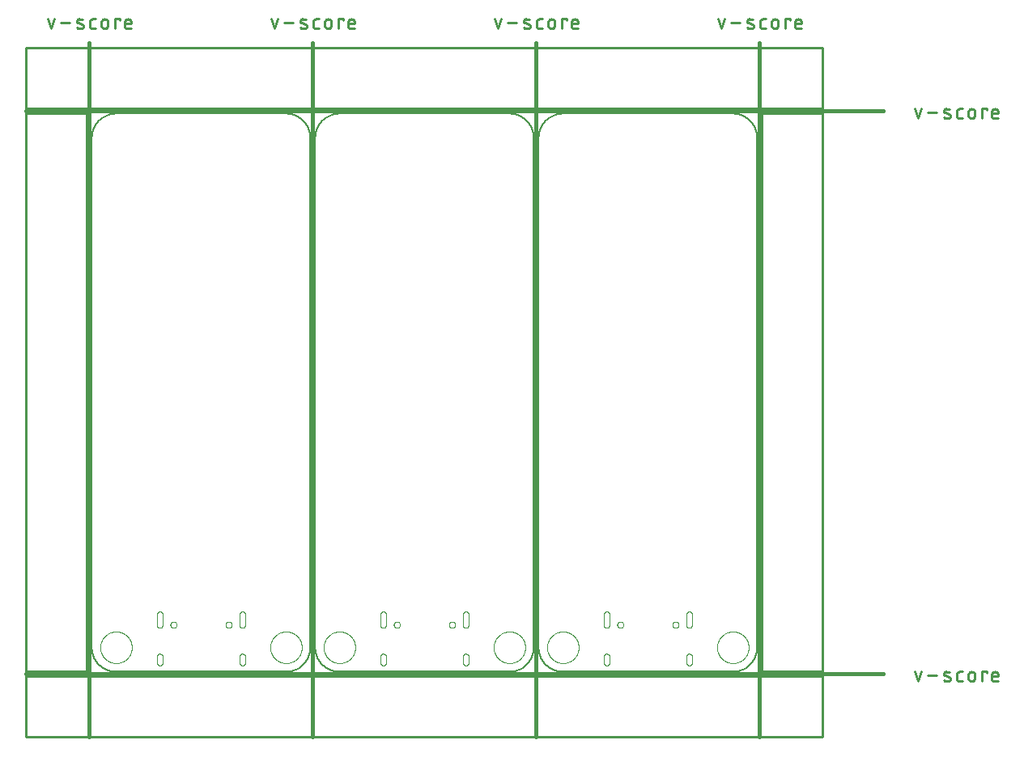
<source format=gko>
G04 EAGLE Gerber RS-274X export*
G75*
%MOMM*%
%FSLAX34Y34*%
%LPD*%
%IN*%
%IPPOS*%
%AMOC8*
5,1,8,0,0,1.08239X$1,22.5*%
G01*
%ADD10C,0.203200*%
%ADD11C,0.381000*%
%ADD12C,0.279400*%
%ADD13C,0.254000*%
%ADD14C,0.000000*%
%ADD15C,0.010000*%


D10*
X25400Y584200D02*
X24786Y584193D01*
X24173Y584170D01*
X23560Y584133D01*
X22949Y584081D01*
X22338Y584015D01*
X21730Y583933D01*
X21124Y583837D01*
X20520Y583727D01*
X19919Y583602D01*
X19321Y583462D01*
X18727Y583308D01*
X18137Y583139D01*
X17551Y582957D01*
X16970Y582760D01*
X16393Y582549D01*
X15822Y582325D01*
X15256Y582087D01*
X14696Y581835D01*
X14143Y581569D01*
X13596Y581291D01*
X13056Y580999D01*
X12523Y580694D01*
X11998Y580376D01*
X11480Y580046D01*
X10971Y579704D01*
X10470Y579349D01*
X9978Y578982D01*
X9495Y578604D01*
X9021Y578214D01*
X8557Y577812D01*
X8102Y577400D01*
X7658Y576976D01*
X7224Y576542D01*
X6800Y576098D01*
X6388Y575643D01*
X5986Y575179D01*
X5596Y574705D01*
X5218Y574222D01*
X4851Y573730D01*
X4496Y573229D01*
X4154Y572720D01*
X3824Y572202D01*
X3506Y571677D01*
X3201Y571144D01*
X2909Y570604D01*
X2631Y570057D01*
X2365Y569504D01*
X2113Y568944D01*
X1875Y568378D01*
X1651Y567807D01*
X1440Y567230D01*
X1243Y566649D01*
X1061Y566063D01*
X892Y565473D01*
X738Y564879D01*
X598Y564281D01*
X473Y563680D01*
X363Y563076D01*
X267Y562470D01*
X185Y561862D01*
X119Y561251D01*
X67Y560640D01*
X30Y560027D01*
X7Y559414D01*
X0Y558800D01*
X25400Y584200D02*
X203200Y584200D01*
X203814Y584193D01*
X204427Y584170D01*
X205040Y584133D01*
X205651Y584081D01*
X206262Y584015D01*
X206870Y583933D01*
X207476Y583837D01*
X208080Y583727D01*
X208681Y583602D01*
X209279Y583462D01*
X209873Y583308D01*
X210463Y583139D01*
X211049Y582957D01*
X211630Y582760D01*
X212207Y582549D01*
X212778Y582325D01*
X213344Y582087D01*
X213904Y581835D01*
X214457Y581569D01*
X215004Y581291D01*
X215544Y580999D01*
X216077Y580694D01*
X216602Y580376D01*
X217120Y580046D01*
X217629Y579704D01*
X218130Y579349D01*
X218622Y578982D01*
X219105Y578604D01*
X219579Y578214D01*
X220043Y577812D01*
X220498Y577400D01*
X220942Y576976D01*
X221376Y576542D01*
X221800Y576098D01*
X222212Y575643D01*
X222614Y575179D01*
X223004Y574705D01*
X223382Y574222D01*
X223749Y573730D01*
X224104Y573229D01*
X224446Y572720D01*
X224776Y572202D01*
X225094Y571677D01*
X225399Y571144D01*
X225691Y570604D01*
X225969Y570057D01*
X226235Y569504D01*
X226487Y568944D01*
X226725Y568378D01*
X226949Y567807D01*
X227160Y567230D01*
X227357Y566649D01*
X227539Y566063D01*
X227708Y565473D01*
X227862Y564879D01*
X228002Y564281D01*
X228127Y563680D01*
X228237Y563076D01*
X228333Y562470D01*
X228415Y561862D01*
X228481Y561251D01*
X228533Y560640D01*
X228570Y560027D01*
X228593Y559414D01*
X228600Y558800D01*
X228600Y25400D01*
X228593Y24786D01*
X228570Y24173D01*
X228533Y23560D01*
X228481Y22949D01*
X228415Y22338D01*
X228333Y21730D01*
X228237Y21124D01*
X228127Y20520D01*
X228002Y19919D01*
X227862Y19321D01*
X227708Y18727D01*
X227539Y18137D01*
X227357Y17551D01*
X227160Y16970D01*
X226949Y16393D01*
X226725Y15822D01*
X226487Y15256D01*
X226235Y14696D01*
X225969Y14143D01*
X225691Y13596D01*
X225399Y13056D01*
X225094Y12523D01*
X224776Y11998D01*
X224446Y11480D01*
X224104Y10971D01*
X223749Y10470D01*
X223382Y9978D01*
X223004Y9495D01*
X222614Y9021D01*
X222212Y8557D01*
X221800Y8102D01*
X221376Y7658D01*
X220942Y7224D01*
X220498Y6800D01*
X220043Y6388D01*
X219579Y5986D01*
X219105Y5596D01*
X218622Y5218D01*
X218130Y4851D01*
X217629Y4496D01*
X217120Y4154D01*
X216602Y3824D01*
X216077Y3506D01*
X215544Y3201D01*
X215004Y2909D01*
X214457Y2631D01*
X213904Y2365D01*
X213344Y2113D01*
X212778Y1875D01*
X212207Y1651D01*
X211630Y1440D01*
X211049Y1243D01*
X210463Y1061D01*
X209873Y892D01*
X209279Y738D01*
X208681Y598D01*
X208080Y473D01*
X207476Y363D01*
X206870Y267D01*
X206262Y185D01*
X205651Y119D01*
X205040Y67D01*
X204427Y30D01*
X203814Y7D01*
X203200Y0D01*
X25400Y0D01*
X24786Y7D01*
X24173Y30D01*
X23560Y67D01*
X22949Y119D01*
X22338Y185D01*
X21730Y267D01*
X21124Y363D01*
X20520Y473D01*
X19919Y598D01*
X19321Y738D01*
X18727Y892D01*
X18137Y1061D01*
X17551Y1243D01*
X16970Y1440D01*
X16393Y1651D01*
X15822Y1875D01*
X15256Y2113D01*
X14696Y2365D01*
X14143Y2631D01*
X13596Y2909D01*
X13056Y3201D01*
X12523Y3506D01*
X11998Y3824D01*
X11480Y4154D01*
X10971Y4496D01*
X10470Y4851D01*
X9978Y5218D01*
X9495Y5596D01*
X9021Y5986D01*
X8557Y6388D01*
X8102Y6800D01*
X7658Y7224D01*
X7224Y7658D01*
X6800Y8102D01*
X6388Y8557D01*
X5986Y9021D01*
X5596Y9495D01*
X5218Y9978D01*
X4851Y10470D01*
X4496Y10971D01*
X4154Y11480D01*
X3824Y11998D01*
X3506Y12523D01*
X3201Y13056D01*
X2909Y13596D01*
X2631Y14143D01*
X2365Y14696D01*
X2113Y15256D01*
X1875Y15822D01*
X1651Y16393D01*
X1440Y16970D01*
X1243Y17551D01*
X1061Y18137D01*
X892Y18727D01*
X738Y19321D01*
X598Y19919D01*
X473Y20520D01*
X363Y21124D01*
X267Y21730D01*
X185Y22338D01*
X119Y22949D01*
X67Y23560D01*
X30Y24173D01*
X7Y24786D01*
X0Y25400D01*
X0Y558800D01*
X233680Y558800D02*
X233687Y559414D01*
X233710Y560027D01*
X233747Y560640D01*
X233799Y561251D01*
X233865Y561862D01*
X233947Y562470D01*
X234043Y563076D01*
X234153Y563680D01*
X234278Y564281D01*
X234418Y564879D01*
X234572Y565473D01*
X234741Y566063D01*
X234923Y566649D01*
X235120Y567230D01*
X235331Y567807D01*
X235555Y568378D01*
X235793Y568944D01*
X236045Y569504D01*
X236311Y570057D01*
X236589Y570604D01*
X236881Y571144D01*
X237186Y571677D01*
X237504Y572202D01*
X237834Y572720D01*
X238176Y573229D01*
X238531Y573730D01*
X238898Y574222D01*
X239276Y574705D01*
X239666Y575179D01*
X240068Y575643D01*
X240480Y576098D01*
X240904Y576542D01*
X241338Y576976D01*
X241782Y577400D01*
X242237Y577812D01*
X242701Y578214D01*
X243175Y578604D01*
X243658Y578982D01*
X244150Y579349D01*
X244651Y579704D01*
X245160Y580046D01*
X245678Y580376D01*
X246203Y580694D01*
X246736Y580999D01*
X247276Y581291D01*
X247823Y581569D01*
X248376Y581835D01*
X248936Y582087D01*
X249502Y582325D01*
X250073Y582549D01*
X250650Y582760D01*
X251231Y582957D01*
X251817Y583139D01*
X252407Y583308D01*
X253001Y583462D01*
X253599Y583602D01*
X254200Y583727D01*
X254804Y583837D01*
X255410Y583933D01*
X256018Y584015D01*
X256629Y584081D01*
X257240Y584133D01*
X257853Y584170D01*
X258466Y584193D01*
X259080Y584200D01*
X436880Y584200D01*
X437494Y584193D01*
X438107Y584170D01*
X438720Y584133D01*
X439331Y584081D01*
X439942Y584015D01*
X440550Y583933D01*
X441156Y583837D01*
X441760Y583727D01*
X442361Y583602D01*
X442959Y583462D01*
X443553Y583308D01*
X444143Y583139D01*
X444729Y582957D01*
X445310Y582760D01*
X445887Y582549D01*
X446458Y582325D01*
X447024Y582087D01*
X447584Y581835D01*
X448137Y581569D01*
X448684Y581291D01*
X449224Y580999D01*
X449757Y580694D01*
X450282Y580376D01*
X450800Y580046D01*
X451309Y579704D01*
X451810Y579349D01*
X452302Y578982D01*
X452785Y578604D01*
X453259Y578214D01*
X453723Y577812D01*
X454178Y577400D01*
X454622Y576976D01*
X455056Y576542D01*
X455480Y576098D01*
X455892Y575643D01*
X456294Y575179D01*
X456684Y574705D01*
X457062Y574222D01*
X457429Y573730D01*
X457784Y573229D01*
X458126Y572720D01*
X458456Y572202D01*
X458774Y571677D01*
X459079Y571144D01*
X459371Y570604D01*
X459649Y570057D01*
X459915Y569504D01*
X460167Y568944D01*
X460405Y568378D01*
X460629Y567807D01*
X460840Y567230D01*
X461037Y566649D01*
X461219Y566063D01*
X461388Y565473D01*
X461542Y564879D01*
X461682Y564281D01*
X461807Y563680D01*
X461917Y563076D01*
X462013Y562470D01*
X462095Y561862D01*
X462161Y561251D01*
X462213Y560640D01*
X462250Y560027D01*
X462273Y559414D01*
X462280Y558800D01*
X462280Y25400D01*
X462273Y24786D01*
X462250Y24173D01*
X462213Y23560D01*
X462161Y22949D01*
X462095Y22338D01*
X462013Y21730D01*
X461917Y21124D01*
X461807Y20520D01*
X461682Y19919D01*
X461542Y19321D01*
X461388Y18727D01*
X461219Y18137D01*
X461037Y17551D01*
X460840Y16970D01*
X460629Y16393D01*
X460405Y15822D01*
X460167Y15256D01*
X459915Y14696D01*
X459649Y14143D01*
X459371Y13596D01*
X459079Y13056D01*
X458774Y12523D01*
X458456Y11998D01*
X458126Y11480D01*
X457784Y10971D01*
X457429Y10470D01*
X457062Y9978D01*
X456684Y9495D01*
X456294Y9021D01*
X455892Y8557D01*
X455480Y8102D01*
X455056Y7658D01*
X454622Y7224D01*
X454178Y6800D01*
X453723Y6388D01*
X453259Y5986D01*
X452785Y5596D01*
X452302Y5218D01*
X451810Y4851D01*
X451309Y4496D01*
X450800Y4154D01*
X450282Y3824D01*
X449757Y3506D01*
X449224Y3201D01*
X448684Y2909D01*
X448137Y2631D01*
X447584Y2365D01*
X447024Y2113D01*
X446458Y1875D01*
X445887Y1651D01*
X445310Y1440D01*
X444729Y1243D01*
X444143Y1061D01*
X443553Y892D01*
X442959Y738D01*
X442361Y598D01*
X441760Y473D01*
X441156Y363D01*
X440550Y267D01*
X439942Y185D01*
X439331Y119D01*
X438720Y67D01*
X438107Y30D01*
X437494Y7D01*
X436880Y0D01*
X259080Y0D01*
X258466Y7D01*
X257853Y30D01*
X257240Y67D01*
X256629Y119D01*
X256018Y185D01*
X255410Y267D01*
X254804Y363D01*
X254200Y473D01*
X253599Y598D01*
X253001Y738D01*
X252407Y892D01*
X251817Y1061D01*
X251231Y1243D01*
X250650Y1440D01*
X250073Y1651D01*
X249502Y1875D01*
X248936Y2113D01*
X248376Y2365D01*
X247823Y2631D01*
X247276Y2909D01*
X246736Y3201D01*
X246203Y3506D01*
X245678Y3824D01*
X245160Y4154D01*
X244651Y4496D01*
X244150Y4851D01*
X243658Y5218D01*
X243175Y5596D01*
X242701Y5986D01*
X242237Y6388D01*
X241782Y6800D01*
X241338Y7224D01*
X240904Y7658D01*
X240480Y8102D01*
X240068Y8557D01*
X239666Y9021D01*
X239276Y9495D01*
X238898Y9978D01*
X238531Y10470D01*
X238176Y10971D01*
X237834Y11480D01*
X237504Y11998D01*
X237186Y12523D01*
X236881Y13056D01*
X236589Y13596D01*
X236311Y14143D01*
X236045Y14696D01*
X235793Y15256D01*
X235555Y15822D01*
X235331Y16393D01*
X235120Y16970D01*
X234923Y17551D01*
X234741Y18137D01*
X234572Y18727D01*
X234418Y19321D01*
X234278Y19919D01*
X234153Y20520D01*
X234043Y21124D01*
X233947Y21730D01*
X233865Y22338D01*
X233799Y22949D01*
X233747Y23560D01*
X233710Y24173D01*
X233687Y24786D01*
X233680Y25400D01*
X233680Y558800D01*
X467360Y558800D02*
X467367Y559414D01*
X467390Y560027D01*
X467427Y560640D01*
X467479Y561251D01*
X467545Y561862D01*
X467627Y562470D01*
X467723Y563076D01*
X467833Y563680D01*
X467958Y564281D01*
X468098Y564879D01*
X468252Y565473D01*
X468421Y566063D01*
X468603Y566649D01*
X468800Y567230D01*
X469011Y567807D01*
X469235Y568378D01*
X469473Y568944D01*
X469725Y569504D01*
X469991Y570057D01*
X470269Y570604D01*
X470561Y571144D01*
X470866Y571677D01*
X471184Y572202D01*
X471514Y572720D01*
X471856Y573229D01*
X472211Y573730D01*
X472578Y574222D01*
X472956Y574705D01*
X473346Y575179D01*
X473748Y575643D01*
X474160Y576098D01*
X474584Y576542D01*
X475018Y576976D01*
X475462Y577400D01*
X475917Y577812D01*
X476381Y578214D01*
X476855Y578604D01*
X477338Y578982D01*
X477830Y579349D01*
X478331Y579704D01*
X478840Y580046D01*
X479358Y580376D01*
X479883Y580694D01*
X480416Y580999D01*
X480956Y581291D01*
X481503Y581569D01*
X482056Y581835D01*
X482616Y582087D01*
X483182Y582325D01*
X483753Y582549D01*
X484330Y582760D01*
X484911Y582957D01*
X485497Y583139D01*
X486087Y583308D01*
X486681Y583462D01*
X487279Y583602D01*
X487880Y583727D01*
X488484Y583837D01*
X489090Y583933D01*
X489698Y584015D01*
X490309Y584081D01*
X490920Y584133D01*
X491533Y584170D01*
X492146Y584193D01*
X492760Y584200D01*
X670560Y584200D01*
X671174Y584193D01*
X671787Y584170D01*
X672400Y584133D01*
X673011Y584081D01*
X673622Y584015D01*
X674230Y583933D01*
X674836Y583837D01*
X675440Y583727D01*
X676041Y583602D01*
X676639Y583462D01*
X677233Y583308D01*
X677823Y583139D01*
X678409Y582957D01*
X678990Y582760D01*
X679567Y582549D01*
X680138Y582325D01*
X680704Y582087D01*
X681264Y581835D01*
X681817Y581569D01*
X682364Y581291D01*
X682904Y580999D01*
X683437Y580694D01*
X683962Y580376D01*
X684480Y580046D01*
X684989Y579704D01*
X685490Y579349D01*
X685982Y578982D01*
X686465Y578604D01*
X686939Y578214D01*
X687403Y577812D01*
X687858Y577400D01*
X688302Y576976D01*
X688736Y576542D01*
X689160Y576098D01*
X689572Y575643D01*
X689974Y575179D01*
X690364Y574705D01*
X690742Y574222D01*
X691109Y573730D01*
X691464Y573229D01*
X691806Y572720D01*
X692136Y572202D01*
X692454Y571677D01*
X692759Y571144D01*
X693051Y570604D01*
X693329Y570057D01*
X693595Y569504D01*
X693847Y568944D01*
X694085Y568378D01*
X694309Y567807D01*
X694520Y567230D01*
X694717Y566649D01*
X694899Y566063D01*
X695068Y565473D01*
X695222Y564879D01*
X695362Y564281D01*
X695487Y563680D01*
X695597Y563076D01*
X695693Y562470D01*
X695775Y561862D01*
X695841Y561251D01*
X695893Y560640D01*
X695930Y560027D01*
X695953Y559414D01*
X695960Y558800D01*
X695960Y25400D01*
X695953Y24786D01*
X695930Y24173D01*
X695893Y23560D01*
X695841Y22949D01*
X695775Y22338D01*
X695693Y21730D01*
X695597Y21124D01*
X695487Y20520D01*
X695362Y19919D01*
X695222Y19321D01*
X695068Y18727D01*
X694899Y18137D01*
X694717Y17551D01*
X694520Y16970D01*
X694309Y16393D01*
X694085Y15822D01*
X693847Y15256D01*
X693595Y14696D01*
X693329Y14143D01*
X693051Y13596D01*
X692759Y13056D01*
X692454Y12523D01*
X692136Y11998D01*
X691806Y11480D01*
X691464Y10971D01*
X691109Y10470D01*
X690742Y9978D01*
X690364Y9495D01*
X689974Y9021D01*
X689572Y8557D01*
X689160Y8102D01*
X688736Y7658D01*
X688302Y7224D01*
X687858Y6800D01*
X687403Y6388D01*
X686939Y5986D01*
X686465Y5596D01*
X685982Y5218D01*
X685490Y4851D01*
X684989Y4496D01*
X684480Y4154D01*
X683962Y3824D01*
X683437Y3506D01*
X682904Y3201D01*
X682364Y2909D01*
X681817Y2631D01*
X681264Y2365D01*
X680704Y2113D01*
X680138Y1875D01*
X679567Y1651D01*
X678990Y1440D01*
X678409Y1243D01*
X677823Y1061D01*
X677233Y892D01*
X676639Y738D01*
X676041Y598D01*
X675440Y473D01*
X674836Y363D01*
X674230Y267D01*
X673622Y185D01*
X673011Y119D01*
X672400Y67D01*
X671787Y30D01*
X671174Y7D01*
X670560Y0D01*
X492760Y0D01*
X492146Y7D01*
X491533Y30D01*
X490920Y67D01*
X490309Y119D01*
X489698Y185D01*
X489090Y267D01*
X488484Y363D01*
X487880Y473D01*
X487279Y598D01*
X486681Y738D01*
X486087Y892D01*
X485497Y1061D01*
X484911Y1243D01*
X484330Y1440D01*
X483753Y1651D01*
X483182Y1875D01*
X482616Y2113D01*
X482056Y2365D01*
X481503Y2631D01*
X480956Y2909D01*
X480416Y3201D01*
X479883Y3506D01*
X479358Y3824D01*
X478840Y4154D01*
X478331Y4496D01*
X477830Y4851D01*
X477338Y5218D01*
X476855Y5596D01*
X476381Y5986D01*
X475917Y6388D01*
X475462Y6800D01*
X475018Y7224D01*
X474584Y7658D01*
X474160Y8102D01*
X473748Y8557D01*
X473346Y9021D01*
X472956Y9495D01*
X472578Y9978D01*
X472211Y10470D01*
X471856Y10971D01*
X471514Y11480D01*
X471184Y11998D01*
X470866Y12523D01*
X470561Y13056D01*
X470269Y13596D01*
X469991Y14143D01*
X469725Y14696D01*
X469473Y15256D01*
X469235Y15822D01*
X469011Y16393D01*
X468800Y16970D01*
X468603Y17551D01*
X468421Y18137D01*
X468252Y18727D01*
X468098Y19321D01*
X467958Y19919D01*
X467833Y20520D01*
X467723Y21124D01*
X467627Y21730D01*
X467545Y22338D01*
X467479Y22949D01*
X467427Y23560D01*
X467390Y24173D01*
X467367Y24786D01*
X467360Y25400D01*
X467360Y558800D01*
D11*
X-2540Y657860D02*
X-2540Y-68580D01*
D12*
X-42921Y673227D02*
X-46251Y683218D01*
X-39590Y683218D02*
X-42921Y673227D01*
X-32806Y679055D02*
X-22815Y679055D01*
X-14261Y679055D02*
X-10098Y677390D01*
X-14261Y679054D02*
X-14346Y679090D01*
X-14429Y679130D01*
X-14510Y679173D01*
X-14590Y679220D01*
X-14667Y679270D01*
X-14743Y679323D01*
X-14816Y679379D01*
X-14886Y679439D01*
X-14954Y679501D01*
X-15019Y679566D01*
X-15081Y679634D01*
X-15141Y679705D01*
X-15197Y679778D01*
X-15250Y679853D01*
X-15300Y679931D01*
X-15346Y680010D01*
X-15389Y680092D01*
X-15429Y680175D01*
X-15465Y680260D01*
X-15497Y680346D01*
X-15526Y680434D01*
X-15550Y680523D01*
X-15571Y680613D01*
X-15588Y680703D01*
X-15602Y680794D01*
X-15611Y680886D01*
X-15616Y680978D01*
X-15618Y681070D01*
X-15616Y681162D01*
X-15609Y681254D01*
X-15599Y681346D01*
X-15585Y681437D01*
X-15567Y681528D01*
X-15545Y681617D01*
X-15519Y681706D01*
X-15489Y681793D01*
X-15456Y681879D01*
X-15419Y681963D01*
X-15379Y682046D01*
X-15335Y682127D01*
X-15288Y682206D01*
X-15237Y682283D01*
X-15183Y682358D01*
X-15126Y682431D01*
X-15066Y682501D01*
X-15003Y682568D01*
X-14937Y682632D01*
X-14869Y682694D01*
X-14798Y682753D01*
X-14724Y682808D01*
X-14648Y682861D01*
X-14570Y682910D01*
X-14490Y682956D01*
X-14409Y682998D01*
X-14325Y683037D01*
X-14240Y683072D01*
X-14153Y683103D01*
X-14065Y683131D01*
X-13976Y683155D01*
X-13886Y683175D01*
X-13796Y683192D01*
X-13704Y683204D01*
X-13612Y683213D01*
X-13520Y683217D01*
X-13428Y683218D01*
X-13201Y683212D01*
X-12974Y683201D01*
X-12747Y683184D01*
X-12521Y683161D01*
X-12295Y683134D01*
X-12070Y683100D01*
X-11846Y683062D01*
X-11623Y683018D01*
X-11401Y682969D01*
X-11180Y682914D01*
X-10961Y682854D01*
X-10743Y682789D01*
X-10527Y682718D01*
X-10313Y682643D01*
X-10100Y682562D01*
X-9890Y682476D01*
X-9681Y682385D01*
X-10098Y677390D02*
X-10013Y677354D01*
X-9930Y677314D01*
X-9849Y677271D01*
X-9769Y677224D01*
X-9692Y677174D01*
X-9616Y677121D01*
X-9543Y677065D01*
X-9473Y677005D01*
X-9405Y676943D01*
X-9340Y676878D01*
X-9278Y676810D01*
X-9218Y676739D01*
X-9162Y676666D01*
X-9109Y676591D01*
X-9059Y676513D01*
X-9013Y676434D01*
X-8970Y676352D01*
X-8930Y676269D01*
X-8894Y676184D01*
X-8862Y676098D01*
X-8833Y676010D01*
X-8809Y675921D01*
X-8788Y675831D01*
X-8771Y675741D01*
X-8757Y675650D01*
X-8748Y675558D01*
X-8743Y675466D01*
X-8741Y675374D01*
X-8743Y675282D01*
X-8750Y675190D01*
X-8760Y675098D01*
X-8774Y675007D01*
X-8792Y674916D01*
X-8814Y674827D01*
X-8840Y674738D01*
X-8870Y674651D01*
X-8903Y674565D01*
X-8940Y674481D01*
X-8980Y674398D01*
X-9024Y674317D01*
X-9071Y674238D01*
X-9122Y674161D01*
X-9176Y674086D01*
X-9233Y674013D01*
X-9293Y673943D01*
X-9356Y673876D01*
X-9422Y673812D01*
X-9490Y673750D01*
X-9561Y673691D01*
X-9635Y673636D01*
X-9711Y673583D01*
X-9789Y673534D01*
X-9869Y673488D01*
X-9950Y673446D01*
X-10034Y673407D01*
X-10119Y673372D01*
X-10206Y673341D01*
X-10294Y673313D01*
X-10383Y673289D01*
X-10473Y673269D01*
X-10563Y673252D01*
X-10655Y673240D01*
X-10747Y673231D01*
X-10839Y673227D01*
X-10931Y673226D01*
X-10931Y673227D02*
X-11265Y673236D01*
X-11598Y673253D01*
X-11931Y673277D01*
X-12264Y673310D01*
X-12595Y673350D01*
X-12926Y673398D01*
X-13255Y673454D01*
X-13583Y673517D01*
X-13909Y673589D01*
X-14233Y673668D01*
X-14556Y673754D01*
X-14876Y673849D01*
X-15194Y673951D01*
X-15510Y674060D01*
X562Y673227D02*
X3892Y673227D01*
X562Y673227D02*
X464Y673229D01*
X366Y673235D01*
X268Y673244D01*
X171Y673258D01*
X75Y673275D01*
X-21Y673296D01*
X-116Y673321D01*
X-210Y673349D01*
X-303Y673381D01*
X-394Y673417D01*
X-484Y673456D01*
X-572Y673499D01*
X-659Y673546D01*
X-743Y673595D01*
X-826Y673648D01*
X-906Y673704D01*
X-985Y673763D01*
X-1060Y673826D01*
X-1134Y673891D01*
X-1204Y673959D01*
X-1272Y674029D01*
X-1338Y674103D01*
X-1400Y674179D01*
X-1459Y674257D01*
X-1515Y674337D01*
X-1568Y674420D01*
X-1618Y674504D01*
X-1664Y674591D01*
X-1707Y674679D01*
X-1746Y674769D01*
X-1782Y674860D01*
X-1814Y674953D01*
X-1842Y675047D01*
X-1867Y675142D01*
X-1888Y675238D01*
X-1905Y675334D01*
X-1919Y675431D01*
X-1928Y675529D01*
X-1934Y675627D01*
X-1936Y675725D01*
X-1936Y680720D01*
X-1934Y680818D01*
X-1928Y680916D01*
X-1919Y681014D01*
X-1905Y681111D01*
X-1888Y681207D01*
X-1867Y681303D01*
X-1842Y681398D01*
X-1814Y681492D01*
X-1782Y681585D01*
X-1746Y681676D01*
X-1707Y681766D01*
X-1664Y681854D01*
X-1617Y681941D01*
X-1568Y682025D01*
X-1515Y682108D01*
X-1459Y682188D01*
X-1400Y682266D01*
X-1337Y682342D01*
X-1272Y682416D01*
X-1204Y682486D01*
X-1134Y682554D01*
X-1060Y682619D01*
X-984Y682682D01*
X-906Y682741D01*
X-826Y682797D01*
X-743Y682850D01*
X-659Y682899D01*
X-572Y682946D01*
X-484Y682989D01*
X-394Y683028D01*
X-303Y683064D01*
X-210Y683096D01*
X-116Y683124D01*
X-21Y683149D01*
X75Y683170D01*
X171Y683187D01*
X268Y683201D01*
X366Y683210D01*
X464Y683216D01*
X562Y683218D01*
X3892Y683218D01*
X10022Y679887D02*
X10022Y676557D01*
X10022Y679887D02*
X10024Y680001D01*
X10030Y680114D01*
X10039Y680228D01*
X10053Y680340D01*
X10070Y680453D01*
X10092Y680565D01*
X10117Y680675D01*
X10145Y680785D01*
X10178Y680894D01*
X10214Y681002D01*
X10254Y681109D01*
X10298Y681214D01*
X10345Y681317D01*
X10395Y681419D01*
X10449Y681519D01*
X10507Y681617D01*
X10568Y681713D01*
X10631Y681807D01*
X10699Y681899D01*
X10769Y681989D01*
X10842Y682075D01*
X10918Y682160D01*
X10997Y682242D01*
X11079Y682321D01*
X11164Y682397D01*
X11250Y682470D01*
X11340Y682540D01*
X11432Y682608D01*
X11526Y682671D01*
X11622Y682732D01*
X11720Y682790D01*
X11820Y682844D01*
X11922Y682894D01*
X12025Y682941D01*
X12130Y682985D01*
X12237Y683025D01*
X12345Y683061D01*
X12454Y683094D01*
X12564Y683122D01*
X12674Y683147D01*
X12786Y683169D01*
X12899Y683186D01*
X13011Y683200D01*
X13125Y683209D01*
X13238Y683215D01*
X13352Y683217D01*
X13466Y683215D01*
X13579Y683209D01*
X13693Y683200D01*
X13805Y683186D01*
X13918Y683169D01*
X14030Y683147D01*
X14140Y683122D01*
X14250Y683094D01*
X14359Y683061D01*
X14467Y683025D01*
X14574Y682985D01*
X14679Y682941D01*
X14782Y682894D01*
X14884Y682844D01*
X14984Y682790D01*
X15082Y682732D01*
X15178Y682671D01*
X15272Y682608D01*
X15364Y682540D01*
X15454Y682470D01*
X15540Y682397D01*
X15625Y682321D01*
X15707Y682242D01*
X15786Y682160D01*
X15862Y682075D01*
X15935Y681989D01*
X16005Y681899D01*
X16073Y681807D01*
X16136Y681713D01*
X16197Y681617D01*
X16255Y681519D01*
X16309Y681419D01*
X16359Y681317D01*
X16406Y681214D01*
X16450Y681109D01*
X16490Y681002D01*
X16526Y680894D01*
X16559Y680785D01*
X16587Y680675D01*
X16612Y680565D01*
X16634Y680453D01*
X16651Y680340D01*
X16665Y680228D01*
X16674Y680114D01*
X16680Y680001D01*
X16682Y679887D01*
X16682Y676557D01*
X16680Y676443D01*
X16674Y676330D01*
X16665Y676216D01*
X16651Y676104D01*
X16634Y675991D01*
X16612Y675879D01*
X16587Y675769D01*
X16559Y675659D01*
X16526Y675550D01*
X16490Y675442D01*
X16450Y675335D01*
X16406Y675230D01*
X16359Y675127D01*
X16309Y675025D01*
X16255Y674925D01*
X16197Y674827D01*
X16136Y674731D01*
X16073Y674637D01*
X16005Y674545D01*
X15935Y674455D01*
X15862Y674369D01*
X15786Y674284D01*
X15707Y674202D01*
X15625Y674123D01*
X15540Y674047D01*
X15454Y673974D01*
X15364Y673904D01*
X15272Y673836D01*
X15178Y673773D01*
X15082Y673712D01*
X14984Y673654D01*
X14884Y673600D01*
X14782Y673550D01*
X14679Y673503D01*
X14574Y673459D01*
X14467Y673419D01*
X14359Y673383D01*
X14250Y673350D01*
X14140Y673322D01*
X14030Y673297D01*
X13918Y673275D01*
X13805Y673258D01*
X13693Y673244D01*
X13579Y673235D01*
X13466Y673229D01*
X13352Y673227D01*
X13238Y673229D01*
X13125Y673235D01*
X13011Y673244D01*
X12899Y673258D01*
X12786Y673275D01*
X12674Y673297D01*
X12564Y673322D01*
X12454Y673350D01*
X12345Y673383D01*
X12237Y673419D01*
X12130Y673459D01*
X12025Y673503D01*
X11922Y673550D01*
X11820Y673600D01*
X11720Y673654D01*
X11622Y673712D01*
X11526Y673773D01*
X11432Y673836D01*
X11340Y673904D01*
X11250Y673974D01*
X11164Y674047D01*
X11079Y674123D01*
X10997Y674202D01*
X10918Y674284D01*
X10842Y674369D01*
X10769Y674455D01*
X10699Y674545D01*
X10631Y674637D01*
X10568Y674731D01*
X10507Y674827D01*
X10449Y674925D01*
X10395Y675025D01*
X10345Y675127D01*
X10298Y675230D01*
X10254Y675335D01*
X10214Y675442D01*
X10178Y675550D01*
X10145Y675659D01*
X10117Y675769D01*
X10092Y675879D01*
X10070Y675991D01*
X10053Y676104D01*
X10039Y676216D01*
X10030Y676330D01*
X10024Y676443D01*
X10022Y676557D01*
X24218Y673227D02*
X24218Y683218D01*
X29213Y683218D01*
X29213Y681553D01*
X37008Y673227D02*
X41171Y673227D01*
X37008Y673227D02*
X36910Y673229D01*
X36812Y673235D01*
X36714Y673244D01*
X36617Y673258D01*
X36521Y673275D01*
X36425Y673296D01*
X36330Y673321D01*
X36236Y673349D01*
X36143Y673381D01*
X36052Y673417D01*
X35962Y673456D01*
X35874Y673499D01*
X35787Y673546D01*
X35703Y673595D01*
X35620Y673648D01*
X35540Y673704D01*
X35462Y673763D01*
X35386Y673826D01*
X35312Y673891D01*
X35242Y673959D01*
X35174Y674029D01*
X35109Y674103D01*
X35046Y674179D01*
X34987Y674257D01*
X34931Y674337D01*
X34878Y674420D01*
X34829Y674504D01*
X34782Y674591D01*
X34739Y674679D01*
X34700Y674769D01*
X34664Y674860D01*
X34632Y674953D01*
X34604Y675047D01*
X34579Y675142D01*
X34558Y675238D01*
X34541Y675334D01*
X34527Y675431D01*
X34518Y675529D01*
X34512Y675627D01*
X34510Y675725D01*
X34510Y679887D01*
X34511Y679887D02*
X34513Y680001D01*
X34519Y680114D01*
X34528Y680228D01*
X34542Y680340D01*
X34559Y680453D01*
X34581Y680565D01*
X34606Y680675D01*
X34634Y680785D01*
X34667Y680894D01*
X34703Y681002D01*
X34743Y681109D01*
X34787Y681214D01*
X34834Y681317D01*
X34884Y681419D01*
X34938Y681519D01*
X34996Y681617D01*
X35057Y681713D01*
X35120Y681807D01*
X35188Y681899D01*
X35258Y681989D01*
X35331Y682075D01*
X35407Y682160D01*
X35486Y682242D01*
X35568Y682321D01*
X35653Y682397D01*
X35739Y682470D01*
X35829Y682540D01*
X35921Y682608D01*
X36015Y682671D01*
X36111Y682732D01*
X36209Y682790D01*
X36309Y682844D01*
X36411Y682894D01*
X36514Y682941D01*
X36619Y682985D01*
X36726Y683025D01*
X36834Y683061D01*
X36943Y683094D01*
X37053Y683122D01*
X37163Y683147D01*
X37275Y683169D01*
X37388Y683186D01*
X37500Y683200D01*
X37614Y683209D01*
X37727Y683215D01*
X37841Y683217D01*
X37955Y683215D01*
X38068Y683209D01*
X38182Y683200D01*
X38294Y683186D01*
X38407Y683169D01*
X38519Y683147D01*
X38629Y683122D01*
X38739Y683094D01*
X38848Y683061D01*
X38956Y683025D01*
X39063Y682985D01*
X39168Y682941D01*
X39271Y682894D01*
X39373Y682844D01*
X39473Y682790D01*
X39571Y682732D01*
X39667Y682671D01*
X39761Y682608D01*
X39853Y682540D01*
X39943Y682470D01*
X40029Y682397D01*
X40114Y682321D01*
X40196Y682242D01*
X40275Y682160D01*
X40351Y682075D01*
X40424Y681989D01*
X40494Y681899D01*
X40562Y681807D01*
X40625Y681713D01*
X40686Y681617D01*
X40744Y681519D01*
X40798Y681419D01*
X40848Y681317D01*
X40895Y681214D01*
X40939Y681109D01*
X40979Y681002D01*
X41015Y680894D01*
X41048Y680785D01*
X41076Y680675D01*
X41101Y680565D01*
X41123Y680453D01*
X41140Y680340D01*
X41154Y680228D01*
X41163Y680114D01*
X41169Y680001D01*
X41171Y679887D01*
X41171Y678222D01*
X34510Y678222D01*
D11*
X231140Y657860D02*
X231140Y-68580D01*
D12*
X190759Y673227D02*
X187429Y683218D01*
X194090Y683218D02*
X190759Y673227D01*
X200874Y679055D02*
X210865Y679055D01*
X219419Y679055D02*
X223582Y677390D01*
X219419Y679054D02*
X219334Y679090D01*
X219251Y679130D01*
X219170Y679173D01*
X219090Y679220D01*
X219013Y679270D01*
X218937Y679323D01*
X218864Y679379D01*
X218794Y679439D01*
X218726Y679501D01*
X218661Y679566D01*
X218599Y679634D01*
X218539Y679705D01*
X218483Y679778D01*
X218430Y679853D01*
X218380Y679931D01*
X218334Y680010D01*
X218291Y680092D01*
X218251Y680175D01*
X218215Y680260D01*
X218183Y680346D01*
X218154Y680434D01*
X218130Y680523D01*
X218109Y680613D01*
X218092Y680703D01*
X218078Y680794D01*
X218069Y680886D01*
X218064Y680978D01*
X218062Y681070D01*
X218064Y681162D01*
X218071Y681254D01*
X218081Y681346D01*
X218095Y681437D01*
X218113Y681528D01*
X218135Y681617D01*
X218161Y681706D01*
X218191Y681793D01*
X218224Y681879D01*
X218261Y681963D01*
X218301Y682046D01*
X218345Y682127D01*
X218392Y682206D01*
X218443Y682283D01*
X218497Y682358D01*
X218554Y682431D01*
X218614Y682501D01*
X218677Y682568D01*
X218743Y682632D01*
X218811Y682694D01*
X218882Y682753D01*
X218956Y682808D01*
X219032Y682861D01*
X219110Y682910D01*
X219190Y682956D01*
X219271Y682998D01*
X219355Y683037D01*
X219440Y683072D01*
X219527Y683103D01*
X219615Y683131D01*
X219704Y683155D01*
X219794Y683175D01*
X219884Y683192D01*
X219976Y683204D01*
X220068Y683213D01*
X220160Y683217D01*
X220252Y683218D01*
X220479Y683212D01*
X220706Y683201D01*
X220933Y683184D01*
X221159Y683161D01*
X221385Y683134D01*
X221610Y683100D01*
X221834Y683062D01*
X222057Y683018D01*
X222279Y682969D01*
X222500Y682914D01*
X222719Y682854D01*
X222937Y682789D01*
X223153Y682718D01*
X223367Y682643D01*
X223580Y682562D01*
X223790Y682476D01*
X223999Y682385D01*
X223582Y677390D02*
X223667Y677354D01*
X223750Y677314D01*
X223831Y677271D01*
X223911Y677224D01*
X223988Y677174D01*
X224064Y677121D01*
X224137Y677065D01*
X224207Y677005D01*
X224275Y676943D01*
X224340Y676878D01*
X224402Y676810D01*
X224462Y676739D01*
X224518Y676666D01*
X224571Y676591D01*
X224621Y676513D01*
X224667Y676434D01*
X224710Y676352D01*
X224750Y676269D01*
X224786Y676184D01*
X224818Y676098D01*
X224847Y676010D01*
X224871Y675921D01*
X224892Y675831D01*
X224909Y675741D01*
X224923Y675650D01*
X224932Y675558D01*
X224937Y675466D01*
X224939Y675374D01*
X224937Y675282D01*
X224930Y675190D01*
X224920Y675098D01*
X224906Y675007D01*
X224888Y674916D01*
X224866Y674827D01*
X224840Y674738D01*
X224810Y674651D01*
X224777Y674565D01*
X224740Y674481D01*
X224700Y674398D01*
X224656Y674317D01*
X224609Y674238D01*
X224558Y674161D01*
X224504Y674086D01*
X224447Y674013D01*
X224387Y673943D01*
X224324Y673876D01*
X224258Y673812D01*
X224190Y673750D01*
X224119Y673691D01*
X224045Y673636D01*
X223969Y673583D01*
X223891Y673534D01*
X223811Y673488D01*
X223730Y673446D01*
X223646Y673407D01*
X223561Y673372D01*
X223474Y673341D01*
X223386Y673313D01*
X223297Y673289D01*
X223207Y673269D01*
X223117Y673252D01*
X223025Y673240D01*
X222933Y673231D01*
X222841Y673227D01*
X222749Y673226D01*
X222749Y673227D02*
X222415Y673236D01*
X222082Y673253D01*
X221749Y673277D01*
X221416Y673310D01*
X221085Y673350D01*
X220754Y673398D01*
X220425Y673454D01*
X220097Y673517D01*
X219771Y673589D01*
X219447Y673668D01*
X219124Y673754D01*
X218804Y673849D01*
X218486Y673951D01*
X218170Y674060D01*
X234242Y673227D02*
X237572Y673227D01*
X234242Y673227D02*
X234144Y673229D01*
X234046Y673235D01*
X233948Y673244D01*
X233851Y673258D01*
X233755Y673275D01*
X233659Y673296D01*
X233564Y673321D01*
X233470Y673349D01*
X233377Y673381D01*
X233286Y673417D01*
X233196Y673456D01*
X233108Y673499D01*
X233021Y673546D01*
X232937Y673595D01*
X232854Y673648D01*
X232774Y673704D01*
X232696Y673763D01*
X232620Y673826D01*
X232546Y673891D01*
X232476Y673959D01*
X232408Y674029D01*
X232343Y674103D01*
X232280Y674179D01*
X232221Y674257D01*
X232165Y674337D01*
X232112Y674420D01*
X232063Y674504D01*
X232016Y674591D01*
X231973Y674679D01*
X231934Y674769D01*
X231898Y674860D01*
X231866Y674953D01*
X231838Y675047D01*
X231813Y675142D01*
X231792Y675238D01*
X231775Y675334D01*
X231761Y675431D01*
X231752Y675529D01*
X231746Y675627D01*
X231744Y675725D01*
X231744Y680720D01*
X231746Y680818D01*
X231752Y680916D01*
X231761Y681014D01*
X231775Y681111D01*
X231792Y681207D01*
X231813Y681303D01*
X231838Y681398D01*
X231866Y681492D01*
X231898Y681585D01*
X231934Y681676D01*
X231973Y681766D01*
X232016Y681854D01*
X232063Y681941D01*
X232112Y682025D01*
X232165Y682108D01*
X232221Y682188D01*
X232280Y682267D01*
X232343Y682342D01*
X232408Y682416D01*
X232476Y682486D01*
X232546Y682554D01*
X232620Y682620D01*
X232696Y682682D01*
X232774Y682741D01*
X232854Y682797D01*
X232937Y682850D01*
X233021Y682900D01*
X233108Y682946D01*
X233196Y682989D01*
X233286Y683028D01*
X233377Y683064D01*
X233470Y683096D01*
X233564Y683124D01*
X233659Y683149D01*
X233755Y683170D01*
X233851Y683187D01*
X233948Y683201D01*
X234046Y683210D01*
X234144Y683216D01*
X234242Y683218D01*
X237572Y683218D01*
X243702Y679887D02*
X243702Y676557D01*
X243702Y679887D02*
X243704Y680001D01*
X243710Y680114D01*
X243719Y680228D01*
X243733Y680340D01*
X243750Y680453D01*
X243772Y680565D01*
X243797Y680675D01*
X243825Y680785D01*
X243858Y680894D01*
X243894Y681002D01*
X243934Y681109D01*
X243978Y681214D01*
X244025Y681317D01*
X244075Y681419D01*
X244129Y681519D01*
X244187Y681617D01*
X244248Y681713D01*
X244311Y681807D01*
X244379Y681899D01*
X244449Y681989D01*
X244522Y682075D01*
X244598Y682160D01*
X244677Y682242D01*
X244759Y682321D01*
X244844Y682397D01*
X244930Y682470D01*
X245020Y682540D01*
X245112Y682608D01*
X245206Y682671D01*
X245302Y682732D01*
X245400Y682790D01*
X245500Y682844D01*
X245602Y682894D01*
X245705Y682941D01*
X245810Y682985D01*
X245917Y683025D01*
X246025Y683061D01*
X246134Y683094D01*
X246244Y683122D01*
X246354Y683147D01*
X246466Y683169D01*
X246579Y683186D01*
X246691Y683200D01*
X246805Y683209D01*
X246918Y683215D01*
X247032Y683217D01*
X247146Y683215D01*
X247259Y683209D01*
X247373Y683200D01*
X247485Y683186D01*
X247598Y683169D01*
X247710Y683147D01*
X247820Y683122D01*
X247930Y683094D01*
X248039Y683061D01*
X248147Y683025D01*
X248254Y682985D01*
X248359Y682941D01*
X248462Y682894D01*
X248564Y682844D01*
X248664Y682790D01*
X248762Y682732D01*
X248858Y682671D01*
X248952Y682608D01*
X249044Y682540D01*
X249134Y682470D01*
X249220Y682397D01*
X249305Y682321D01*
X249387Y682242D01*
X249466Y682160D01*
X249542Y682075D01*
X249615Y681989D01*
X249685Y681899D01*
X249753Y681807D01*
X249816Y681713D01*
X249877Y681617D01*
X249935Y681519D01*
X249989Y681419D01*
X250039Y681317D01*
X250086Y681214D01*
X250130Y681109D01*
X250170Y681002D01*
X250206Y680894D01*
X250239Y680785D01*
X250267Y680675D01*
X250292Y680565D01*
X250314Y680453D01*
X250331Y680340D01*
X250345Y680228D01*
X250354Y680114D01*
X250360Y680001D01*
X250362Y679887D01*
X250362Y676557D01*
X250360Y676443D01*
X250354Y676330D01*
X250345Y676216D01*
X250331Y676104D01*
X250314Y675991D01*
X250292Y675879D01*
X250267Y675769D01*
X250239Y675659D01*
X250206Y675550D01*
X250170Y675442D01*
X250130Y675335D01*
X250086Y675230D01*
X250039Y675127D01*
X249989Y675025D01*
X249935Y674925D01*
X249877Y674827D01*
X249816Y674731D01*
X249753Y674637D01*
X249685Y674545D01*
X249615Y674455D01*
X249542Y674369D01*
X249466Y674284D01*
X249387Y674202D01*
X249305Y674123D01*
X249220Y674047D01*
X249134Y673974D01*
X249044Y673904D01*
X248952Y673836D01*
X248858Y673773D01*
X248762Y673712D01*
X248664Y673654D01*
X248564Y673600D01*
X248462Y673550D01*
X248359Y673503D01*
X248254Y673459D01*
X248147Y673419D01*
X248039Y673383D01*
X247930Y673350D01*
X247820Y673322D01*
X247710Y673297D01*
X247598Y673275D01*
X247485Y673258D01*
X247373Y673244D01*
X247259Y673235D01*
X247146Y673229D01*
X247032Y673227D01*
X246918Y673229D01*
X246805Y673235D01*
X246691Y673244D01*
X246579Y673258D01*
X246466Y673275D01*
X246354Y673297D01*
X246244Y673322D01*
X246134Y673350D01*
X246025Y673383D01*
X245917Y673419D01*
X245810Y673459D01*
X245705Y673503D01*
X245602Y673550D01*
X245500Y673600D01*
X245400Y673654D01*
X245302Y673712D01*
X245206Y673773D01*
X245112Y673836D01*
X245020Y673904D01*
X244930Y673974D01*
X244844Y674047D01*
X244759Y674123D01*
X244677Y674202D01*
X244598Y674284D01*
X244522Y674369D01*
X244449Y674455D01*
X244379Y674545D01*
X244311Y674637D01*
X244248Y674731D01*
X244187Y674827D01*
X244129Y674925D01*
X244075Y675025D01*
X244025Y675127D01*
X243978Y675230D01*
X243934Y675335D01*
X243894Y675442D01*
X243858Y675550D01*
X243825Y675659D01*
X243797Y675769D01*
X243772Y675879D01*
X243750Y675991D01*
X243733Y676104D01*
X243719Y676216D01*
X243710Y676330D01*
X243704Y676443D01*
X243702Y676557D01*
X257898Y673227D02*
X257898Y683218D01*
X262893Y683218D01*
X262893Y681553D01*
X270688Y673227D02*
X274851Y673227D01*
X270688Y673227D02*
X270590Y673229D01*
X270492Y673235D01*
X270394Y673244D01*
X270297Y673258D01*
X270201Y673275D01*
X270105Y673296D01*
X270010Y673321D01*
X269916Y673349D01*
X269823Y673381D01*
X269732Y673417D01*
X269642Y673456D01*
X269554Y673499D01*
X269467Y673546D01*
X269383Y673595D01*
X269300Y673648D01*
X269220Y673704D01*
X269142Y673763D01*
X269066Y673826D01*
X268992Y673891D01*
X268922Y673959D01*
X268854Y674029D01*
X268789Y674103D01*
X268726Y674179D01*
X268667Y674257D01*
X268611Y674337D01*
X268558Y674420D01*
X268509Y674504D01*
X268462Y674591D01*
X268419Y674679D01*
X268380Y674769D01*
X268344Y674860D01*
X268312Y674953D01*
X268284Y675047D01*
X268259Y675142D01*
X268238Y675238D01*
X268221Y675334D01*
X268207Y675431D01*
X268198Y675529D01*
X268192Y675627D01*
X268190Y675725D01*
X268190Y679887D01*
X268191Y679887D02*
X268193Y680001D01*
X268199Y680114D01*
X268208Y680228D01*
X268222Y680340D01*
X268239Y680453D01*
X268261Y680565D01*
X268286Y680675D01*
X268314Y680785D01*
X268347Y680894D01*
X268383Y681002D01*
X268423Y681109D01*
X268467Y681214D01*
X268514Y681317D01*
X268564Y681419D01*
X268618Y681519D01*
X268676Y681617D01*
X268737Y681713D01*
X268800Y681807D01*
X268868Y681899D01*
X268938Y681989D01*
X269011Y682075D01*
X269087Y682160D01*
X269166Y682242D01*
X269248Y682321D01*
X269333Y682397D01*
X269419Y682470D01*
X269509Y682540D01*
X269601Y682608D01*
X269695Y682671D01*
X269791Y682732D01*
X269889Y682790D01*
X269989Y682844D01*
X270091Y682894D01*
X270194Y682941D01*
X270299Y682985D01*
X270406Y683025D01*
X270514Y683061D01*
X270623Y683094D01*
X270733Y683122D01*
X270843Y683147D01*
X270955Y683169D01*
X271068Y683186D01*
X271180Y683200D01*
X271294Y683209D01*
X271407Y683215D01*
X271521Y683217D01*
X271635Y683215D01*
X271748Y683209D01*
X271862Y683200D01*
X271974Y683186D01*
X272087Y683169D01*
X272199Y683147D01*
X272309Y683122D01*
X272419Y683094D01*
X272528Y683061D01*
X272636Y683025D01*
X272743Y682985D01*
X272848Y682941D01*
X272951Y682894D01*
X273053Y682844D01*
X273153Y682790D01*
X273251Y682732D01*
X273347Y682671D01*
X273441Y682608D01*
X273533Y682540D01*
X273623Y682470D01*
X273709Y682397D01*
X273794Y682321D01*
X273876Y682242D01*
X273955Y682160D01*
X274031Y682075D01*
X274104Y681989D01*
X274174Y681899D01*
X274242Y681807D01*
X274305Y681713D01*
X274366Y681617D01*
X274424Y681519D01*
X274478Y681419D01*
X274528Y681317D01*
X274575Y681214D01*
X274619Y681109D01*
X274659Y681002D01*
X274695Y680894D01*
X274728Y680785D01*
X274756Y680675D01*
X274781Y680565D01*
X274803Y680453D01*
X274820Y680340D01*
X274834Y680228D01*
X274843Y680114D01*
X274849Y680001D01*
X274851Y679887D01*
X274851Y678222D01*
X268190Y678222D01*
D11*
X464820Y657860D02*
X464820Y-68580D01*
D12*
X424439Y673227D02*
X421109Y683218D01*
X427770Y683218D02*
X424439Y673227D01*
X434554Y679055D02*
X444545Y679055D01*
X453099Y679055D02*
X457262Y677390D01*
X453099Y679054D02*
X453014Y679090D01*
X452931Y679130D01*
X452850Y679173D01*
X452770Y679220D01*
X452693Y679270D01*
X452617Y679323D01*
X452544Y679379D01*
X452474Y679439D01*
X452406Y679501D01*
X452341Y679566D01*
X452279Y679634D01*
X452219Y679705D01*
X452163Y679778D01*
X452110Y679853D01*
X452060Y679931D01*
X452014Y680010D01*
X451971Y680092D01*
X451931Y680175D01*
X451895Y680260D01*
X451863Y680346D01*
X451834Y680434D01*
X451810Y680523D01*
X451789Y680613D01*
X451772Y680703D01*
X451758Y680794D01*
X451749Y680886D01*
X451744Y680978D01*
X451742Y681070D01*
X451744Y681162D01*
X451751Y681254D01*
X451761Y681346D01*
X451775Y681437D01*
X451793Y681528D01*
X451815Y681617D01*
X451841Y681706D01*
X451871Y681793D01*
X451904Y681879D01*
X451941Y681963D01*
X451981Y682046D01*
X452025Y682127D01*
X452072Y682206D01*
X452123Y682283D01*
X452177Y682358D01*
X452234Y682431D01*
X452294Y682501D01*
X452357Y682568D01*
X452423Y682632D01*
X452491Y682694D01*
X452562Y682753D01*
X452636Y682808D01*
X452712Y682861D01*
X452790Y682910D01*
X452870Y682956D01*
X452951Y682998D01*
X453035Y683037D01*
X453120Y683072D01*
X453207Y683103D01*
X453295Y683131D01*
X453384Y683155D01*
X453474Y683175D01*
X453564Y683192D01*
X453656Y683204D01*
X453748Y683213D01*
X453840Y683217D01*
X453932Y683218D01*
X454159Y683212D01*
X454386Y683201D01*
X454613Y683184D01*
X454839Y683161D01*
X455065Y683134D01*
X455290Y683100D01*
X455514Y683062D01*
X455737Y683018D01*
X455959Y682969D01*
X456180Y682914D01*
X456399Y682854D01*
X456617Y682789D01*
X456833Y682718D01*
X457047Y682643D01*
X457260Y682562D01*
X457470Y682476D01*
X457679Y682385D01*
X457262Y677390D02*
X457347Y677354D01*
X457430Y677314D01*
X457511Y677271D01*
X457591Y677224D01*
X457668Y677174D01*
X457744Y677121D01*
X457817Y677065D01*
X457887Y677005D01*
X457955Y676943D01*
X458020Y676878D01*
X458082Y676810D01*
X458142Y676739D01*
X458198Y676666D01*
X458251Y676591D01*
X458301Y676513D01*
X458347Y676434D01*
X458390Y676352D01*
X458430Y676269D01*
X458466Y676184D01*
X458498Y676098D01*
X458527Y676010D01*
X458551Y675921D01*
X458572Y675831D01*
X458589Y675741D01*
X458603Y675650D01*
X458612Y675558D01*
X458617Y675466D01*
X458619Y675374D01*
X458617Y675282D01*
X458610Y675190D01*
X458600Y675098D01*
X458586Y675007D01*
X458568Y674916D01*
X458546Y674827D01*
X458520Y674738D01*
X458490Y674651D01*
X458457Y674565D01*
X458420Y674481D01*
X458380Y674398D01*
X458336Y674317D01*
X458289Y674238D01*
X458238Y674161D01*
X458184Y674086D01*
X458127Y674013D01*
X458067Y673943D01*
X458004Y673876D01*
X457938Y673812D01*
X457870Y673750D01*
X457799Y673691D01*
X457725Y673636D01*
X457649Y673583D01*
X457571Y673534D01*
X457491Y673488D01*
X457410Y673446D01*
X457326Y673407D01*
X457241Y673372D01*
X457154Y673341D01*
X457066Y673313D01*
X456977Y673289D01*
X456887Y673269D01*
X456797Y673252D01*
X456705Y673240D01*
X456613Y673231D01*
X456521Y673227D01*
X456429Y673226D01*
X456429Y673227D02*
X456095Y673236D01*
X455762Y673253D01*
X455429Y673277D01*
X455096Y673310D01*
X454765Y673350D01*
X454434Y673398D01*
X454105Y673454D01*
X453777Y673517D01*
X453451Y673589D01*
X453127Y673668D01*
X452804Y673754D01*
X452484Y673849D01*
X452166Y673951D01*
X451850Y674060D01*
X467922Y673227D02*
X471252Y673227D01*
X467922Y673227D02*
X467824Y673229D01*
X467726Y673235D01*
X467628Y673244D01*
X467531Y673258D01*
X467435Y673275D01*
X467339Y673296D01*
X467244Y673321D01*
X467150Y673349D01*
X467057Y673381D01*
X466966Y673417D01*
X466876Y673456D01*
X466788Y673499D01*
X466701Y673546D01*
X466617Y673595D01*
X466534Y673648D01*
X466454Y673704D01*
X466376Y673763D01*
X466300Y673826D01*
X466226Y673891D01*
X466156Y673959D01*
X466088Y674029D01*
X466023Y674103D01*
X465960Y674179D01*
X465901Y674257D01*
X465845Y674337D01*
X465792Y674420D01*
X465743Y674504D01*
X465696Y674591D01*
X465653Y674679D01*
X465614Y674769D01*
X465578Y674860D01*
X465546Y674953D01*
X465518Y675047D01*
X465493Y675142D01*
X465472Y675238D01*
X465455Y675334D01*
X465441Y675431D01*
X465432Y675529D01*
X465426Y675627D01*
X465424Y675725D01*
X465424Y680720D01*
X465426Y680818D01*
X465432Y680916D01*
X465441Y681014D01*
X465455Y681111D01*
X465472Y681207D01*
X465493Y681303D01*
X465518Y681398D01*
X465546Y681492D01*
X465578Y681585D01*
X465614Y681676D01*
X465653Y681766D01*
X465696Y681854D01*
X465743Y681941D01*
X465792Y682025D01*
X465845Y682108D01*
X465901Y682188D01*
X465960Y682267D01*
X466023Y682342D01*
X466088Y682416D01*
X466156Y682486D01*
X466226Y682554D01*
X466300Y682620D01*
X466376Y682682D01*
X466454Y682741D01*
X466534Y682797D01*
X466617Y682850D01*
X466701Y682900D01*
X466788Y682946D01*
X466876Y682989D01*
X466966Y683028D01*
X467057Y683064D01*
X467150Y683096D01*
X467244Y683124D01*
X467339Y683149D01*
X467435Y683170D01*
X467531Y683187D01*
X467628Y683201D01*
X467726Y683210D01*
X467824Y683216D01*
X467922Y683218D01*
X471252Y683218D01*
X477382Y679887D02*
X477382Y676557D01*
X477382Y679887D02*
X477384Y680001D01*
X477390Y680114D01*
X477399Y680228D01*
X477413Y680340D01*
X477430Y680453D01*
X477452Y680565D01*
X477477Y680675D01*
X477505Y680785D01*
X477538Y680894D01*
X477574Y681002D01*
X477614Y681109D01*
X477658Y681214D01*
X477705Y681317D01*
X477755Y681419D01*
X477809Y681519D01*
X477867Y681617D01*
X477928Y681713D01*
X477991Y681807D01*
X478059Y681899D01*
X478129Y681989D01*
X478202Y682075D01*
X478278Y682160D01*
X478357Y682242D01*
X478439Y682321D01*
X478524Y682397D01*
X478610Y682470D01*
X478700Y682540D01*
X478792Y682608D01*
X478886Y682671D01*
X478982Y682732D01*
X479080Y682790D01*
X479180Y682844D01*
X479282Y682894D01*
X479385Y682941D01*
X479490Y682985D01*
X479597Y683025D01*
X479705Y683061D01*
X479814Y683094D01*
X479924Y683122D01*
X480034Y683147D01*
X480146Y683169D01*
X480259Y683186D01*
X480371Y683200D01*
X480485Y683209D01*
X480598Y683215D01*
X480712Y683217D01*
X480826Y683215D01*
X480939Y683209D01*
X481053Y683200D01*
X481165Y683186D01*
X481278Y683169D01*
X481390Y683147D01*
X481500Y683122D01*
X481610Y683094D01*
X481719Y683061D01*
X481827Y683025D01*
X481934Y682985D01*
X482039Y682941D01*
X482142Y682894D01*
X482244Y682844D01*
X482344Y682790D01*
X482442Y682732D01*
X482538Y682671D01*
X482632Y682608D01*
X482724Y682540D01*
X482814Y682470D01*
X482900Y682397D01*
X482985Y682321D01*
X483067Y682242D01*
X483146Y682160D01*
X483222Y682075D01*
X483295Y681989D01*
X483365Y681899D01*
X483433Y681807D01*
X483496Y681713D01*
X483557Y681617D01*
X483615Y681519D01*
X483669Y681419D01*
X483719Y681317D01*
X483766Y681214D01*
X483810Y681109D01*
X483850Y681002D01*
X483886Y680894D01*
X483919Y680785D01*
X483947Y680675D01*
X483972Y680565D01*
X483994Y680453D01*
X484011Y680340D01*
X484025Y680228D01*
X484034Y680114D01*
X484040Y680001D01*
X484042Y679887D01*
X484042Y676557D01*
X484040Y676443D01*
X484034Y676330D01*
X484025Y676216D01*
X484011Y676104D01*
X483994Y675991D01*
X483972Y675879D01*
X483947Y675769D01*
X483919Y675659D01*
X483886Y675550D01*
X483850Y675442D01*
X483810Y675335D01*
X483766Y675230D01*
X483719Y675127D01*
X483669Y675025D01*
X483615Y674925D01*
X483557Y674827D01*
X483496Y674731D01*
X483433Y674637D01*
X483365Y674545D01*
X483295Y674455D01*
X483222Y674369D01*
X483146Y674284D01*
X483067Y674202D01*
X482985Y674123D01*
X482900Y674047D01*
X482814Y673974D01*
X482724Y673904D01*
X482632Y673836D01*
X482538Y673773D01*
X482442Y673712D01*
X482344Y673654D01*
X482244Y673600D01*
X482142Y673550D01*
X482039Y673503D01*
X481934Y673459D01*
X481827Y673419D01*
X481719Y673383D01*
X481610Y673350D01*
X481500Y673322D01*
X481390Y673297D01*
X481278Y673275D01*
X481165Y673258D01*
X481053Y673244D01*
X480939Y673235D01*
X480826Y673229D01*
X480712Y673227D01*
X480598Y673229D01*
X480485Y673235D01*
X480371Y673244D01*
X480259Y673258D01*
X480146Y673275D01*
X480034Y673297D01*
X479924Y673322D01*
X479814Y673350D01*
X479705Y673383D01*
X479597Y673419D01*
X479490Y673459D01*
X479385Y673503D01*
X479282Y673550D01*
X479180Y673600D01*
X479080Y673654D01*
X478982Y673712D01*
X478886Y673773D01*
X478792Y673836D01*
X478700Y673904D01*
X478610Y673974D01*
X478524Y674047D01*
X478439Y674123D01*
X478357Y674202D01*
X478278Y674284D01*
X478202Y674369D01*
X478129Y674455D01*
X478059Y674545D01*
X477991Y674637D01*
X477928Y674731D01*
X477867Y674827D01*
X477809Y674925D01*
X477755Y675025D01*
X477705Y675127D01*
X477658Y675230D01*
X477614Y675335D01*
X477574Y675442D01*
X477538Y675550D01*
X477505Y675659D01*
X477477Y675769D01*
X477452Y675879D01*
X477430Y675991D01*
X477413Y676104D01*
X477399Y676216D01*
X477390Y676330D01*
X477384Y676443D01*
X477382Y676557D01*
X491578Y673227D02*
X491578Y683218D01*
X496573Y683218D01*
X496573Y681553D01*
X504368Y673227D02*
X508531Y673227D01*
X504368Y673227D02*
X504270Y673229D01*
X504172Y673235D01*
X504074Y673244D01*
X503977Y673258D01*
X503881Y673275D01*
X503785Y673296D01*
X503690Y673321D01*
X503596Y673349D01*
X503503Y673381D01*
X503412Y673417D01*
X503322Y673456D01*
X503234Y673499D01*
X503147Y673546D01*
X503063Y673595D01*
X502980Y673648D01*
X502900Y673704D01*
X502822Y673763D01*
X502746Y673826D01*
X502672Y673891D01*
X502602Y673959D01*
X502534Y674029D01*
X502469Y674103D01*
X502406Y674179D01*
X502347Y674257D01*
X502291Y674337D01*
X502238Y674420D01*
X502189Y674504D01*
X502142Y674591D01*
X502099Y674679D01*
X502060Y674769D01*
X502024Y674860D01*
X501992Y674953D01*
X501964Y675047D01*
X501939Y675142D01*
X501918Y675238D01*
X501901Y675334D01*
X501887Y675431D01*
X501878Y675529D01*
X501872Y675627D01*
X501870Y675725D01*
X501870Y679887D01*
X501871Y679887D02*
X501873Y680001D01*
X501879Y680114D01*
X501888Y680228D01*
X501902Y680340D01*
X501919Y680453D01*
X501941Y680565D01*
X501966Y680675D01*
X501994Y680785D01*
X502027Y680894D01*
X502063Y681002D01*
X502103Y681109D01*
X502147Y681214D01*
X502194Y681317D01*
X502244Y681419D01*
X502298Y681519D01*
X502356Y681617D01*
X502417Y681713D01*
X502480Y681807D01*
X502548Y681899D01*
X502618Y681989D01*
X502691Y682075D01*
X502767Y682160D01*
X502846Y682242D01*
X502928Y682321D01*
X503013Y682397D01*
X503099Y682470D01*
X503189Y682540D01*
X503281Y682608D01*
X503375Y682671D01*
X503471Y682732D01*
X503569Y682790D01*
X503669Y682844D01*
X503771Y682894D01*
X503874Y682941D01*
X503979Y682985D01*
X504086Y683025D01*
X504194Y683061D01*
X504303Y683094D01*
X504413Y683122D01*
X504523Y683147D01*
X504635Y683169D01*
X504748Y683186D01*
X504860Y683200D01*
X504974Y683209D01*
X505087Y683215D01*
X505201Y683217D01*
X505315Y683215D01*
X505428Y683209D01*
X505542Y683200D01*
X505654Y683186D01*
X505767Y683169D01*
X505879Y683147D01*
X505989Y683122D01*
X506099Y683094D01*
X506208Y683061D01*
X506316Y683025D01*
X506423Y682985D01*
X506528Y682941D01*
X506631Y682894D01*
X506733Y682844D01*
X506833Y682790D01*
X506931Y682732D01*
X507027Y682671D01*
X507121Y682608D01*
X507213Y682540D01*
X507303Y682470D01*
X507389Y682397D01*
X507474Y682321D01*
X507556Y682242D01*
X507635Y682160D01*
X507711Y682075D01*
X507784Y681989D01*
X507854Y681899D01*
X507922Y681807D01*
X507985Y681713D01*
X508046Y681617D01*
X508104Y681519D01*
X508158Y681419D01*
X508208Y681317D01*
X508255Y681214D01*
X508299Y681109D01*
X508339Y681002D01*
X508375Y680894D01*
X508408Y680785D01*
X508436Y680675D01*
X508461Y680565D01*
X508483Y680453D01*
X508500Y680340D01*
X508514Y680228D01*
X508523Y680114D01*
X508529Y680001D01*
X508531Y679887D01*
X508531Y678222D01*
X501870Y678222D01*
D11*
X698500Y657860D02*
X698500Y-68580D01*
D12*
X658119Y673227D02*
X654789Y683218D01*
X661450Y683218D02*
X658119Y673227D01*
X668234Y679055D02*
X678225Y679055D01*
X686779Y679055D02*
X690942Y677390D01*
X686779Y679054D02*
X686694Y679090D01*
X686611Y679130D01*
X686530Y679173D01*
X686450Y679220D01*
X686373Y679270D01*
X686297Y679323D01*
X686224Y679379D01*
X686154Y679439D01*
X686086Y679501D01*
X686021Y679566D01*
X685959Y679634D01*
X685899Y679705D01*
X685843Y679778D01*
X685790Y679853D01*
X685740Y679931D01*
X685694Y680010D01*
X685651Y680092D01*
X685611Y680175D01*
X685575Y680260D01*
X685543Y680346D01*
X685514Y680434D01*
X685490Y680523D01*
X685469Y680613D01*
X685452Y680703D01*
X685438Y680794D01*
X685429Y680886D01*
X685424Y680978D01*
X685422Y681070D01*
X685424Y681162D01*
X685431Y681254D01*
X685441Y681346D01*
X685455Y681437D01*
X685473Y681528D01*
X685495Y681617D01*
X685521Y681706D01*
X685551Y681793D01*
X685584Y681879D01*
X685621Y681963D01*
X685661Y682046D01*
X685705Y682127D01*
X685752Y682206D01*
X685803Y682283D01*
X685857Y682358D01*
X685914Y682431D01*
X685974Y682501D01*
X686037Y682568D01*
X686103Y682632D01*
X686171Y682694D01*
X686242Y682753D01*
X686316Y682808D01*
X686392Y682861D01*
X686470Y682910D01*
X686550Y682956D01*
X686631Y682998D01*
X686715Y683037D01*
X686800Y683072D01*
X686887Y683103D01*
X686975Y683131D01*
X687064Y683155D01*
X687154Y683175D01*
X687244Y683192D01*
X687336Y683204D01*
X687428Y683213D01*
X687520Y683217D01*
X687612Y683218D01*
X687839Y683212D01*
X688066Y683201D01*
X688293Y683184D01*
X688519Y683161D01*
X688745Y683134D01*
X688970Y683100D01*
X689194Y683062D01*
X689417Y683018D01*
X689639Y682969D01*
X689860Y682914D01*
X690079Y682854D01*
X690297Y682789D01*
X690513Y682718D01*
X690727Y682643D01*
X690940Y682562D01*
X691150Y682476D01*
X691359Y682385D01*
X690942Y677390D02*
X691027Y677354D01*
X691110Y677314D01*
X691191Y677271D01*
X691271Y677224D01*
X691348Y677174D01*
X691424Y677121D01*
X691497Y677065D01*
X691567Y677005D01*
X691635Y676943D01*
X691700Y676878D01*
X691762Y676810D01*
X691822Y676739D01*
X691878Y676666D01*
X691931Y676591D01*
X691981Y676513D01*
X692027Y676434D01*
X692070Y676352D01*
X692110Y676269D01*
X692146Y676184D01*
X692178Y676098D01*
X692207Y676010D01*
X692231Y675921D01*
X692252Y675831D01*
X692269Y675741D01*
X692283Y675650D01*
X692292Y675558D01*
X692297Y675466D01*
X692299Y675374D01*
X692297Y675282D01*
X692290Y675190D01*
X692280Y675098D01*
X692266Y675007D01*
X692248Y674916D01*
X692226Y674827D01*
X692200Y674738D01*
X692170Y674651D01*
X692137Y674565D01*
X692100Y674481D01*
X692060Y674398D01*
X692016Y674317D01*
X691969Y674238D01*
X691918Y674161D01*
X691864Y674086D01*
X691807Y674013D01*
X691747Y673943D01*
X691684Y673876D01*
X691618Y673812D01*
X691550Y673750D01*
X691479Y673691D01*
X691405Y673636D01*
X691329Y673583D01*
X691251Y673534D01*
X691171Y673488D01*
X691090Y673446D01*
X691006Y673407D01*
X690921Y673372D01*
X690834Y673341D01*
X690746Y673313D01*
X690657Y673289D01*
X690567Y673269D01*
X690477Y673252D01*
X690385Y673240D01*
X690293Y673231D01*
X690201Y673227D01*
X690109Y673226D01*
X690109Y673227D02*
X689775Y673236D01*
X689442Y673253D01*
X689109Y673277D01*
X688776Y673310D01*
X688445Y673350D01*
X688114Y673398D01*
X687785Y673454D01*
X687457Y673517D01*
X687131Y673589D01*
X686807Y673668D01*
X686484Y673754D01*
X686164Y673849D01*
X685846Y673951D01*
X685530Y674060D01*
X701602Y673227D02*
X704932Y673227D01*
X701602Y673227D02*
X701504Y673229D01*
X701406Y673235D01*
X701308Y673244D01*
X701211Y673258D01*
X701115Y673275D01*
X701019Y673296D01*
X700924Y673321D01*
X700830Y673349D01*
X700737Y673381D01*
X700646Y673417D01*
X700556Y673456D01*
X700468Y673499D01*
X700381Y673546D01*
X700297Y673595D01*
X700214Y673648D01*
X700134Y673704D01*
X700056Y673763D01*
X699980Y673826D01*
X699906Y673891D01*
X699836Y673959D01*
X699768Y674029D01*
X699703Y674103D01*
X699640Y674179D01*
X699581Y674257D01*
X699525Y674337D01*
X699472Y674420D01*
X699423Y674504D01*
X699376Y674591D01*
X699333Y674679D01*
X699294Y674769D01*
X699258Y674860D01*
X699226Y674953D01*
X699198Y675047D01*
X699173Y675142D01*
X699152Y675238D01*
X699135Y675334D01*
X699121Y675431D01*
X699112Y675529D01*
X699106Y675627D01*
X699104Y675725D01*
X699104Y680720D01*
X699106Y680818D01*
X699112Y680916D01*
X699121Y681014D01*
X699135Y681111D01*
X699152Y681207D01*
X699173Y681303D01*
X699198Y681398D01*
X699226Y681492D01*
X699258Y681585D01*
X699294Y681676D01*
X699333Y681766D01*
X699376Y681854D01*
X699423Y681941D01*
X699472Y682025D01*
X699525Y682108D01*
X699581Y682188D01*
X699640Y682267D01*
X699703Y682342D01*
X699768Y682416D01*
X699836Y682486D01*
X699906Y682554D01*
X699980Y682620D01*
X700056Y682682D01*
X700134Y682741D01*
X700214Y682797D01*
X700297Y682850D01*
X700381Y682900D01*
X700468Y682946D01*
X700556Y682989D01*
X700646Y683028D01*
X700737Y683064D01*
X700830Y683096D01*
X700924Y683124D01*
X701019Y683149D01*
X701115Y683170D01*
X701211Y683187D01*
X701308Y683201D01*
X701406Y683210D01*
X701504Y683216D01*
X701602Y683218D01*
X704932Y683218D01*
X711062Y679887D02*
X711062Y676557D01*
X711062Y679887D02*
X711064Y680001D01*
X711070Y680114D01*
X711079Y680228D01*
X711093Y680340D01*
X711110Y680453D01*
X711132Y680565D01*
X711157Y680675D01*
X711185Y680785D01*
X711218Y680894D01*
X711254Y681002D01*
X711294Y681109D01*
X711338Y681214D01*
X711385Y681317D01*
X711435Y681419D01*
X711489Y681519D01*
X711547Y681617D01*
X711608Y681713D01*
X711671Y681807D01*
X711739Y681899D01*
X711809Y681989D01*
X711882Y682075D01*
X711958Y682160D01*
X712037Y682242D01*
X712119Y682321D01*
X712204Y682397D01*
X712290Y682470D01*
X712380Y682540D01*
X712472Y682608D01*
X712566Y682671D01*
X712662Y682732D01*
X712760Y682790D01*
X712860Y682844D01*
X712962Y682894D01*
X713065Y682941D01*
X713170Y682985D01*
X713277Y683025D01*
X713385Y683061D01*
X713494Y683094D01*
X713604Y683122D01*
X713714Y683147D01*
X713826Y683169D01*
X713939Y683186D01*
X714051Y683200D01*
X714165Y683209D01*
X714278Y683215D01*
X714392Y683217D01*
X714506Y683215D01*
X714619Y683209D01*
X714733Y683200D01*
X714845Y683186D01*
X714958Y683169D01*
X715070Y683147D01*
X715180Y683122D01*
X715290Y683094D01*
X715399Y683061D01*
X715507Y683025D01*
X715614Y682985D01*
X715719Y682941D01*
X715822Y682894D01*
X715924Y682844D01*
X716024Y682790D01*
X716122Y682732D01*
X716218Y682671D01*
X716312Y682608D01*
X716404Y682540D01*
X716494Y682470D01*
X716580Y682397D01*
X716665Y682321D01*
X716747Y682242D01*
X716826Y682160D01*
X716902Y682075D01*
X716975Y681989D01*
X717045Y681899D01*
X717113Y681807D01*
X717176Y681713D01*
X717237Y681617D01*
X717295Y681519D01*
X717349Y681419D01*
X717399Y681317D01*
X717446Y681214D01*
X717490Y681109D01*
X717530Y681002D01*
X717566Y680894D01*
X717599Y680785D01*
X717627Y680675D01*
X717652Y680565D01*
X717674Y680453D01*
X717691Y680340D01*
X717705Y680228D01*
X717714Y680114D01*
X717720Y680001D01*
X717722Y679887D01*
X717722Y676557D01*
X717720Y676443D01*
X717714Y676330D01*
X717705Y676216D01*
X717691Y676104D01*
X717674Y675991D01*
X717652Y675879D01*
X717627Y675769D01*
X717599Y675659D01*
X717566Y675550D01*
X717530Y675442D01*
X717490Y675335D01*
X717446Y675230D01*
X717399Y675127D01*
X717349Y675025D01*
X717295Y674925D01*
X717237Y674827D01*
X717176Y674731D01*
X717113Y674637D01*
X717045Y674545D01*
X716975Y674455D01*
X716902Y674369D01*
X716826Y674284D01*
X716747Y674202D01*
X716665Y674123D01*
X716580Y674047D01*
X716494Y673974D01*
X716404Y673904D01*
X716312Y673836D01*
X716218Y673773D01*
X716122Y673712D01*
X716024Y673654D01*
X715924Y673600D01*
X715822Y673550D01*
X715719Y673503D01*
X715614Y673459D01*
X715507Y673419D01*
X715399Y673383D01*
X715290Y673350D01*
X715180Y673322D01*
X715070Y673297D01*
X714958Y673275D01*
X714845Y673258D01*
X714733Y673244D01*
X714619Y673235D01*
X714506Y673229D01*
X714392Y673227D01*
X714278Y673229D01*
X714165Y673235D01*
X714051Y673244D01*
X713939Y673258D01*
X713826Y673275D01*
X713714Y673297D01*
X713604Y673322D01*
X713494Y673350D01*
X713385Y673383D01*
X713277Y673419D01*
X713170Y673459D01*
X713065Y673503D01*
X712962Y673550D01*
X712860Y673600D01*
X712760Y673654D01*
X712662Y673712D01*
X712566Y673773D01*
X712472Y673836D01*
X712380Y673904D01*
X712290Y673974D01*
X712204Y674047D01*
X712119Y674123D01*
X712037Y674202D01*
X711958Y674284D01*
X711882Y674369D01*
X711809Y674455D01*
X711739Y674545D01*
X711671Y674637D01*
X711608Y674731D01*
X711547Y674827D01*
X711489Y674925D01*
X711435Y675025D01*
X711385Y675127D01*
X711338Y675230D01*
X711294Y675335D01*
X711254Y675442D01*
X711218Y675550D01*
X711185Y675659D01*
X711157Y675769D01*
X711132Y675879D01*
X711110Y675991D01*
X711093Y676104D01*
X711079Y676216D01*
X711070Y676330D01*
X711064Y676443D01*
X711062Y676557D01*
X725258Y673227D02*
X725258Y683218D01*
X730253Y683218D01*
X730253Y681553D01*
X738048Y673227D02*
X742211Y673227D01*
X738048Y673227D02*
X737950Y673229D01*
X737852Y673235D01*
X737754Y673244D01*
X737657Y673258D01*
X737561Y673275D01*
X737465Y673296D01*
X737370Y673321D01*
X737276Y673349D01*
X737183Y673381D01*
X737092Y673417D01*
X737002Y673456D01*
X736914Y673499D01*
X736827Y673546D01*
X736743Y673595D01*
X736660Y673648D01*
X736580Y673704D01*
X736502Y673763D01*
X736426Y673826D01*
X736352Y673891D01*
X736282Y673959D01*
X736214Y674029D01*
X736149Y674103D01*
X736086Y674179D01*
X736027Y674257D01*
X735971Y674337D01*
X735918Y674420D01*
X735869Y674504D01*
X735822Y674591D01*
X735779Y674679D01*
X735740Y674769D01*
X735704Y674860D01*
X735672Y674953D01*
X735644Y675047D01*
X735619Y675142D01*
X735598Y675238D01*
X735581Y675334D01*
X735567Y675431D01*
X735558Y675529D01*
X735552Y675627D01*
X735550Y675725D01*
X735550Y679887D01*
X735551Y679887D02*
X735553Y680001D01*
X735559Y680114D01*
X735568Y680228D01*
X735582Y680340D01*
X735599Y680453D01*
X735621Y680565D01*
X735646Y680675D01*
X735674Y680785D01*
X735707Y680894D01*
X735743Y681002D01*
X735783Y681109D01*
X735827Y681214D01*
X735874Y681317D01*
X735924Y681419D01*
X735978Y681519D01*
X736036Y681617D01*
X736097Y681713D01*
X736160Y681807D01*
X736228Y681899D01*
X736298Y681989D01*
X736371Y682075D01*
X736447Y682160D01*
X736526Y682242D01*
X736608Y682321D01*
X736693Y682397D01*
X736779Y682470D01*
X736869Y682540D01*
X736961Y682608D01*
X737055Y682671D01*
X737151Y682732D01*
X737249Y682790D01*
X737349Y682844D01*
X737451Y682894D01*
X737554Y682941D01*
X737659Y682985D01*
X737766Y683025D01*
X737874Y683061D01*
X737983Y683094D01*
X738093Y683122D01*
X738203Y683147D01*
X738315Y683169D01*
X738428Y683186D01*
X738540Y683200D01*
X738654Y683209D01*
X738767Y683215D01*
X738881Y683217D01*
X738995Y683215D01*
X739108Y683209D01*
X739222Y683200D01*
X739334Y683186D01*
X739447Y683169D01*
X739559Y683147D01*
X739669Y683122D01*
X739779Y683094D01*
X739888Y683061D01*
X739996Y683025D01*
X740103Y682985D01*
X740208Y682941D01*
X740311Y682894D01*
X740413Y682844D01*
X740513Y682790D01*
X740611Y682732D01*
X740707Y682671D01*
X740801Y682608D01*
X740893Y682540D01*
X740983Y682470D01*
X741069Y682397D01*
X741154Y682321D01*
X741236Y682242D01*
X741315Y682160D01*
X741391Y682075D01*
X741464Y681989D01*
X741534Y681899D01*
X741602Y681807D01*
X741665Y681713D01*
X741726Y681617D01*
X741784Y681519D01*
X741838Y681419D01*
X741888Y681317D01*
X741935Y681214D01*
X741979Y681109D01*
X742019Y681002D01*
X742055Y680894D01*
X742088Y680785D01*
X742116Y680675D01*
X742141Y680565D01*
X742163Y680453D01*
X742180Y680340D01*
X742194Y680228D01*
X742203Y680114D01*
X742209Y680001D01*
X742211Y679887D01*
X742211Y678222D01*
X735550Y678222D01*
D11*
X828040Y-2540D02*
X-68580Y-2540D01*
D12*
X860529Y-42D02*
X863859Y-10033D01*
X867190Y-42D01*
X873974Y-4205D02*
X883965Y-4205D01*
X892519Y-4205D02*
X896682Y-5870D01*
X892519Y-4206D02*
X892434Y-4170D01*
X892351Y-4130D01*
X892270Y-4087D01*
X892190Y-4040D01*
X892113Y-3990D01*
X892037Y-3937D01*
X891964Y-3881D01*
X891894Y-3821D01*
X891826Y-3759D01*
X891761Y-3694D01*
X891699Y-3626D01*
X891639Y-3555D01*
X891583Y-3482D01*
X891530Y-3407D01*
X891480Y-3329D01*
X891434Y-3250D01*
X891391Y-3168D01*
X891351Y-3085D01*
X891315Y-3000D01*
X891283Y-2914D01*
X891254Y-2826D01*
X891230Y-2737D01*
X891209Y-2647D01*
X891192Y-2557D01*
X891178Y-2466D01*
X891169Y-2374D01*
X891164Y-2282D01*
X891162Y-2190D01*
X891164Y-2098D01*
X891171Y-2006D01*
X891181Y-1914D01*
X891195Y-1823D01*
X891213Y-1732D01*
X891235Y-1643D01*
X891261Y-1554D01*
X891291Y-1467D01*
X891324Y-1381D01*
X891361Y-1297D01*
X891401Y-1214D01*
X891445Y-1133D01*
X891492Y-1054D01*
X891543Y-977D01*
X891597Y-902D01*
X891654Y-829D01*
X891714Y-759D01*
X891777Y-692D01*
X891843Y-628D01*
X891911Y-566D01*
X891982Y-507D01*
X892056Y-452D01*
X892132Y-399D01*
X892210Y-350D01*
X892290Y-304D01*
X892371Y-262D01*
X892455Y-223D01*
X892540Y-188D01*
X892627Y-157D01*
X892715Y-129D01*
X892804Y-105D01*
X892894Y-85D01*
X892984Y-68D01*
X893076Y-56D01*
X893168Y-47D01*
X893260Y-43D01*
X893352Y-42D01*
X893579Y-48D01*
X893806Y-59D01*
X894033Y-76D01*
X894259Y-99D01*
X894485Y-126D01*
X894710Y-160D01*
X894934Y-198D01*
X895157Y-242D01*
X895379Y-291D01*
X895600Y-346D01*
X895819Y-406D01*
X896037Y-471D01*
X896253Y-542D01*
X896467Y-617D01*
X896680Y-698D01*
X896890Y-784D01*
X897099Y-875D01*
X896682Y-5870D02*
X896767Y-5906D01*
X896850Y-5946D01*
X896931Y-5989D01*
X897011Y-6036D01*
X897088Y-6086D01*
X897164Y-6139D01*
X897237Y-6195D01*
X897307Y-6255D01*
X897375Y-6317D01*
X897440Y-6382D01*
X897502Y-6450D01*
X897562Y-6521D01*
X897618Y-6594D01*
X897671Y-6669D01*
X897721Y-6747D01*
X897767Y-6826D01*
X897810Y-6908D01*
X897850Y-6991D01*
X897886Y-7076D01*
X897918Y-7162D01*
X897947Y-7250D01*
X897971Y-7339D01*
X897992Y-7429D01*
X898009Y-7519D01*
X898023Y-7610D01*
X898032Y-7702D01*
X898037Y-7794D01*
X898039Y-7886D01*
X898037Y-7978D01*
X898030Y-8070D01*
X898020Y-8162D01*
X898006Y-8253D01*
X897988Y-8344D01*
X897966Y-8433D01*
X897940Y-8522D01*
X897910Y-8609D01*
X897877Y-8695D01*
X897840Y-8779D01*
X897800Y-8862D01*
X897756Y-8943D01*
X897709Y-9022D01*
X897658Y-9099D01*
X897604Y-9174D01*
X897547Y-9247D01*
X897487Y-9317D01*
X897424Y-9384D01*
X897358Y-9448D01*
X897290Y-9510D01*
X897219Y-9569D01*
X897145Y-9624D01*
X897069Y-9677D01*
X896991Y-9726D01*
X896911Y-9772D01*
X896830Y-9814D01*
X896746Y-9853D01*
X896661Y-9888D01*
X896574Y-9919D01*
X896486Y-9947D01*
X896397Y-9971D01*
X896307Y-9991D01*
X896217Y-10008D01*
X896125Y-10020D01*
X896033Y-10029D01*
X895941Y-10033D01*
X895849Y-10034D01*
X895849Y-10033D02*
X895515Y-10024D01*
X895182Y-10007D01*
X894849Y-9983D01*
X894516Y-9950D01*
X894185Y-9910D01*
X893854Y-9862D01*
X893525Y-9806D01*
X893197Y-9743D01*
X892871Y-9671D01*
X892547Y-9592D01*
X892224Y-9506D01*
X891904Y-9411D01*
X891586Y-9309D01*
X891270Y-9200D01*
X907342Y-10033D02*
X910672Y-10033D01*
X907342Y-10033D02*
X907244Y-10031D01*
X907146Y-10025D01*
X907048Y-10016D01*
X906951Y-10002D01*
X906855Y-9985D01*
X906759Y-9964D01*
X906664Y-9939D01*
X906570Y-9911D01*
X906477Y-9879D01*
X906386Y-9843D01*
X906296Y-9804D01*
X906208Y-9761D01*
X906121Y-9714D01*
X906037Y-9665D01*
X905954Y-9612D01*
X905874Y-9556D01*
X905796Y-9497D01*
X905720Y-9435D01*
X905646Y-9369D01*
X905576Y-9301D01*
X905508Y-9231D01*
X905443Y-9157D01*
X905380Y-9082D01*
X905321Y-9003D01*
X905265Y-8923D01*
X905212Y-8840D01*
X905163Y-8756D01*
X905116Y-8669D01*
X905073Y-8581D01*
X905034Y-8491D01*
X904998Y-8400D01*
X904966Y-8307D01*
X904938Y-8213D01*
X904913Y-8118D01*
X904892Y-8022D01*
X904875Y-7926D01*
X904861Y-7829D01*
X904852Y-7731D01*
X904846Y-7633D01*
X904844Y-7535D01*
X904844Y-2540D01*
X904846Y-2442D01*
X904852Y-2344D01*
X904861Y-2246D01*
X904875Y-2149D01*
X904892Y-2053D01*
X904913Y-1957D01*
X904938Y-1862D01*
X904966Y-1768D01*
X904998Y-1675D01*
X905034Y-1584D01*
X905073Y-1494D01*
X905116Y-1406D01*
X905163Y-1319D01*
X905212Y-1235D01*
X905265Y-1152D01*
X905321Y-1072D01*
X905380Y-994D01*
X905443Y-918D01*
X905508Y-844D01*
X905576Y-774D01*
X905646Y-706D01*
X905720Y-641D01*
X905796Y-578D01*
X905874Y-519D01*
X905954Y-463D01*
X906037Y-410D01*
X906121Y-361D01*
X906208Y-314D01*
X906296Y-271D01*
X906386Y-232D01*
X906477Y-196D01*
X906570Y-164D01*
X906664Y-136D01*
X906759Y-111D01*
X906855Y-90D01*
X906951Y-73D01*
X907048Y-59D01*
X907146Y-50D01*
X907244Y-44D01*
X907342Y-42D01*
X910672Y-42D01*
X916802Y-3373D02*
X916802Y-6703D01*
X916802Y-3373D02*
X916804Y-3259D01*
X916810Y-3146D01*
X916819Y-3032D01*
X916833Y-2920D01*
X916850Y-2807D01*
X916872Y-2695D01*
X916897Y-2585D01*
X916925Y-2475D01*
X916958Y-2366D01*
X916994Y-2258D01*
X917034Y-2151D01*
X917078Y-2046D01*
X917125Y-1943D01*
X917175Y-1841D01*
X917229Y-1741D01*
X917287Y-1643D01*
X917348Y-1547D01*
X917411Y-1453D01*
X917479Y-1361D01*
X917549Y-1271D01*
X917622Y-1185D01*
X917698Y-1100D01*
X917777Y-1018D01*
X917859Y-939D01*
X917944Y-863D01*
X918030Y-790D01*
X918120Y-720D01*
X918212Y-652D01*
X918306Y-589D01*
X918402Y-528D01*
X918500Y-470D01*
X918600Y-416D01*
X918702Y-366D01*
X918805Y-319D01*
X918910Y-275D01*
X919017Y-235D01*
X919125Y-199D01*
X919234Y-166D01*
X919344Y-138D01*
X919454Y-113D01*
X919566Y-91D01*
X919679Y-74D01*
X919791Y-60D01*
X919905Y-51D01*
X920018Y-45D01*
X920132Y-43D01*
X920246Y-45D01*
X920359Y-51D01*
X920473Y-60D01*
X920585Y-74D01*
X920698Y-91D01*
X920810Y-113D01*
X920920Y-138D01*
X921030Y-166D01*
X921139Y-199D01*
X921247Y-235D01*
X921354Y-275D01*
X921459Y-319D01*
X921562Y-366D01*
X921664Y-416D01*
X921764Y-470D01*
X921862Y-528D01*
X921958Y-589D01*
X922052Y-652D01*
X922144Y-720D01*
X922234Y-790D01*
X922320Y-863D01*
X922405Y-939D01*
X922487Y-1018D01*
X922566Y-1100D01*
X922642Y-1185D01*
X922715Y-1271D01*
X922785Y-1361D01*
X922853Y-1453D01*
X922916Y-1547D01*
X922977Y-1643D01*
X923035Y-1741D01*
X923089Y-1841D01*
X923139Y-1943D01*
X923186Y-2046D01*
X923230Y-2151D01*
X923270Y-2258D01*
X923306Y-2366D01*
X923339Y-2475D01*
X923367Y-2585D01*
X923392Y-2695D01*
X923414Y-2807D01*
X923431Y-2920D01*
X923445Y-3032D01*
X923454Y-3146D01*
X923460Y-3259D01*
X923462Y-3373D01*
X923462Y-6703D01*
X923460Y-6817D01*
X923454Y-6930D01*
X923445Y-7044D01*
X923431Y-7156D01*
X923414Y-7269D01*
X923392Y-7381D01*
X923367Y-7491D01*
X923339Y-7601D01*
X923306Y-7710D01*
X923270Y-7818D01*
X923230Y-7925D01*
X923186Y-8030D01*
X923139Y-8133D01*
X923089Y-8235D01*
X923035Y-8335D01*
X922977Y-8433D01*
X922916Y-8529D01*
X922853Y-8623D01*
X922785Y-8715D01*
X922715Y-8805D01*
X922642Y-8891D01*
X922566Y-8976D01*
X922487Y-9058D01*
X922405Y-9137D01*
X922320Y-9213D01*
X922234Y-9286D01*
X922144Y-9356D01*
X922052Y-9424D01*
X921958Y-9487D01*
X921862Y-9548D01*
X921764Y-9606D01*
X921664Y-9660D01*
X921562Y-9710D01*
X921459Y-9757D01*
X921354Y-9801D01*
X921247Y-9841D01*
X921139Y-9877D01*
X921030Y-9910D01*
X920920Y-9938D01*
X920810Y-9963D01*
X920698Y-9985D01*
X920585Y-10002D01*
X920473Y-10016D01*
X920359Y-10025D01*
X920246Y-10031D01*
X920132Y-10033D01*
X920018Y-10031D01*
X919905Y-10025D01*
X919791Y-10016D01*
X919679Y-10002D01*
X919566Y-9985D01*
X919454Y-9963D01*
X919344Y-9938D01*
X919234Y-9910D01*
X919125Y-9877D01*
X919017Y-9841D01*
X918910Y-9801D01*
X918805Y-9757D01*
X918702Y-9710D01*
X918600Y-9660D01*
X918500Y-9606D01*
X918402Y-9548D01*
X918306Y-9487D01*
X918212Y-9424D01*
X918120Y-9356D01*
X918030Y-9286D01*
X917944Y-9213D01*
X917859Y-9137D01*
X917777Y-9058D01*
X917698Y-8976D01*
X917622Y-8891D01*
X917549Y-8805D01*
X917479Y-8715D01*
X917411Y-8623D01*
X917348Y-8529D01*
X917287Y-8433D01*
X917229Y-8335D01*
X917175Y-8235D01*
X917125Y-8133D01*
X917078Y-8030D01*
X917034Y-7925D01*
X916994Y-7818D01*
X916958Y-7710D01*
X916925Y-7601D01*
X916897Y-7491D01*
X916872Y-7381D01*
X916850Y-7269D01*
X916833Y-7156D01*
X916819Y-7044D01*
X916810Y-6930D01*
X916804Y-6817D01*
X916802Y-6703D01*
X930998Y-10033D02*
X930998Y-42D01*
X935993Y-42D01*
X935993Y-1707D01*
X943788Y-10033D02*
X947951Y-10033D01*
X943788Y-10033D02*
X943690Y-10031D01*
X943592Y-10025D01*
X943494Y-10016D01*
X943397Y-10002D01*
X943301Y-9985D01*
X943205Y-9964D01*
X943110Y-9939D01*
X943016Y-9911D01*
X942923Y-9879D01*
X942832Y-9843D01*
X942742Y-9804D01*
X942654Y-9761D01*
X942567Y-9714D01*
X942483Y-9665D01*
X942400Y-9612D01*
X942320Y-9556D01*
X942242Y-9497D01*
X942166Y-9435D01*
X942092Y-9369D01*
X942022Y-9301D01*
X941954Y-9231D01*
X941889Y-9157D01*
X941826Y-9082D01*
X941767Y-9003D01*
X941711Y-8923D01*
X941658Y-8840D01*
X941609Y-8756D01*
X941562Y-8669D01*
X941519Y-8581D01*
X941480Y-8491D01*
X941444Y-8400D01*
X941412Y-8307D01*
X941384Y-8213D01*
X941359Y-8118D01*
X941338Y-8022D01*
X941321Y-7926D01*
X941307Y-7829D01*
X941298Y-7731D01*
X941292Y-7633D01*
X941290Y-7535D01*
X941290Y-3373D01*
X941291Y-3373D02*
X941293Y-3259D01*
X941299Y-3146D01*
X941308Y-3032D01*
X941322Y-2920D01*
X941339Y-2807D01*
X941361Y-2695D01*
X941386Y-2585D01*
X941414Y-2475D01*
X941447Y-2366D01*
X941483Y-2258D01*
X941523Y-2151D01*
X941567Y-2046D01*
X941614Y-1943D01*
X941664Y-1841D01*
X941718Y-1741D01*
X941776Y-1643D01*
X941837Y-1547D01*
X941900Y-1453D01*
X941968Y-1361D01*
X942038Y-1271D01*
X942111Y-1185D01*
X942187Y-1100D01*
X942266Y-1018D01*
X942348Y-939D01*
X942433Y-863D01*
X942519Y-790D01*
X942609Y-720D01*
X942701Y-652D01*
X942795Y-589D01*
X942891Y-528D01*
X942989Y-470D01*
X943089Y-416D01*
X943191Y-366D01*
X943294Y-319D01*
X943399Y-275D01*
X943506Y-235D01*
X943614Y-199D01*
X943723Y-166D01*
X943833Y-138D01*
X943943Y-113D01*
X944055Y-91D01*
X944168Y-74D01*
X944280Y-60D01*
X944394Y-51D01*
X944507Y-45D01*
X944621Y-43D01*
X944735Y-45D01*
X944848Y-51D01*
X944962Y-60D01*
X945074Y-74D01*
X945187Y-91D01*
X945299Y-113D01*
X945409Y-138D01*
X945519Y-166D01*
X945628Y-199D01*
X945736Y-235D01*
X945843Y-275D01*
X945948Y-319D01*
X946051Y-366D01*
X946153Y-416D01*
X946253Y-470D01*
X946351Y-528D01*
X946447Y-589D01*
X946541Y-652D01*
X946633Y-720D01*
X946723Y-790D01*
X946809Y-863D01*
X946894Y-939D01*
X946976Y-1018D01*
X947055Y-1100D01*
X947131Y-1185D01*
X947204Y-1271D01*
X947274Y-1361D01*
X947342Y-1453D01*
X947405Y-1547D01*
X947466Y-1643D01*
X947524Y-1741D01*
X947578Y-1841D01*
X947628Y-1943D01*
X947675Y-2046D01*
X947719Y-2151D01*
X947759Y-2258D01*
X947795Y-2366D01*
X947828Y-2475D01*
X947856Y-2585D01*
X947881Y-2695D01*
X947903Y-2807D01*
X947920Y-2920D01*
X947934Y-3032D01*
X947943Y-3146D01*
X947949Y-3259D01*
X947951Y-3373D01*
X947951Y-5038D01*
X941290Y-5038D01*
D11*
X828040Y586740D02*
X-68580Y586740D01*
D12*
X860529Y589238D02*
X863859Y579247D01*
X867190Y589238D01*
X873974Y585075D02*
X883965Y585075D01*
X892519Y585075D02*
X896682Y583410D01*
X892519Y585074D02*
X892434Y585110D01*
X892351Y585150D01*
X892270Y585193D01*
X892190Y585240D01*
X892113Y585290D01*
X892037Y585343D01*
X891964Y585399D01*
X891894Y585459D01*
X891826Y585521D01*
X891761Y585586D01*
X891699Y585654D01*
X891639Y585725D01*
X891583Y585798D01*
X891530Y585873D01*
X891480Y585951D01*
X891434Y586030D01*
X891391Y586112D01*
X891351Y586195D01*
X891315Y586280D01*
X891283Y586366D01*
X891254Y586454D01*
X891230Y586543D01*
X891209Y586633D01*
X891192Y586723D01*
X891178Y586814D01*
X891169Y586906D01*
X891164Y586998D01*
X891162Y587090D01*
X891164Y587182D01*
X891171Y587274D01*
X891181Y587366D01*
X891195Y587457D01*
X891213Y587548D01*
X891235Y587637D01*
X891261Y587726D01*
X891291Y587813D01*
X891324Y587899D01*
X891361Y587983D01*
X891401Y588066D01*
X891445Y588147D01*
X891492Y588226D01*
X891543Y588303D01*
X891597Y588378D01*
X891654Y588451D01*
X891714Y588521D01*
X891777Y588588D01*
X891843Y588652D01*
X891911Y588714D01*
X891982Y588773D01*
X892056Y588828D01*
X892132Y588881D01*
X892210Y588930D01*
X892290Y588976D01*
X892371Y589018D01*
X892455Y589057D01*
X892540Y589092D01*
X892627Y589123D01*
X892715Y589151D01*
X892804Y589175D01*
X892894Y589195D01*
X892984Y589212D01*
X893076Y589224D01*
X893168Y589233D01*
X893260Y589237D01*
X893352Y589238D01*
X893579Y589232D01*
X893806Y589221D01*
X894033Y589204D01*
X894259Y589181D01*
X894485Y589154D01*
X894710Y589120D01*
X894934Y589082D01*
X895157Y589038D01*
X895379Y588989D01*
X895600Y588934D01*
X895819Y588874D01*
X896037Y588809D01*
X896253Y588738D01*
X896467Y588663D01*
X896680Y588582D01*
X896890Y588496D01*
X897099Y588405D01*
X896682Y583410D02*
X896767Y583374D01*
X896850Y583334D01*
X896931Y583291D01*
X897011Y583244D01*
X897088Y583194D01*
X897164Y583141D01*
X897237Y583085D01*
X897307Y583025D01*
X897375Y582963D01*
X897440Y582898D01*
X897502Y582830D01*
X897562Y582759D01*
X897618Y582686D01*
X897671Y582611D01*
X897721Y582533D01*
X897767Y582454D01*
X897810Y582372D01*
X897850Y582289D01*
X897886Y582204D01*
X897918Y582118D01*
X897947Y582030D01*
X897971Y581941D01*
X897992Y581851D01*
X898009Y581761D01*
X898023Y581670D01*
X898032Y581578D01*
X898037Y581486D01*
X898039Y581394D01*
X898037Y581302D01*
X898030Y581210D01*
X898020Y581118D01*
X898006Y581027D01*
X897988Y580936D01*
X897966Y580847D01*
X897940Y580758D01*
X897910Y580671D01*
X897877Y580585D01*
X897840Y580501D01*
X897800Y580418D01*
X897756Y580337D01*
X897709Y580258D01*
X897658Y580181D01*
X897604Y580106D01*
X897547Y580033D01*
X897487Y579963D01*
X897424Y579896D01*
X897358Y579832D01*
X897290Y579770D01*
X897219Y579711D01*
X897145Y579656D01*
X897069Y579603D01*
X896991Y579554D01*
X896911Y579508D01*
X896830Y579466D01*
X896746Y579427D01*
X896661Y579392D01*
X896574Y579361D01*
X896486Y579333D01*
X896397Y579309D01*
X896307Y579289D01*
X896217Y579272D01*
X896125Y579260D01*
X896033Y579251D01*
X895941Y579247D01*
X895849Y579246D01*
X895849Y579247D02*
X895515Y579256D01*
X895182Y579273D01*
X894849Y579297D01*
X894516Y579330D01*
X894185Y579370D01*
X893854Y579418D01*
X893525Y579474D01*
X893197Y579537D01*
X892871Y579609D01*
X892547Y579688D01*
X892224Y579774D01*
X891904Y579869D01*
X891586Y579971D01*
X891270Y580080D01*
X907342Y579247D02*
X910672Y579247D01*
X907342Y579247D02*
X907244Y579249D01*
X907146Y579255D01*
X907048Y579264D01*
X906951Y579278D01*
X906855Y579295D01*
X906759Y579316D01*
X906664Y579341D01*
X906570Y579369D01*
X906477Y579401D01*
X906386Y579437D01*
X906296Y579476D01*
X906208Y579519D01*
X906121Y579566D01*
X906037Y579615D01*
X905954Y579668D01*
X905874Y579724D01*
X905796Y579783D01*
X905720Y579846D01*
X905646Y579911D01*
X905576Y579979D01*
X905508Y580049D01*
X905443Y580123D01*
X905380Y580199D01*
X905321Y580277D01*
X905265Y580357D01*
X905212Y580440D01*
X905163Y580524D01*
X905116Y580611D01*
X905073Y580699D01*
X905034Y580789D01*
X904998Y580880D01*
X904966Y580973D01*
X904938Y581067D01*
X904913Y581162D01*
X904892Y581258D01*
X904875Y581354D01*
X904861Y581451D01*
X904852Y581549D01*
X904846Y581647D01*
X904844Y581745D01*
X904844Y586740D01*
X904846Y586838D01*
X904852Y586936D01*
X904861Y587034D01*
X904875Y587131D01*
X904892Y587227D01*
X904913Y587323D01*
X904938Y587418D01*
X904966Y587512D01*
X904998Y587605D01*
X905034Y587696D01*
X905073Y587786D01*
X905116Y587874D01*
X905163Y587961D01*
X905212Y588045D01*
X905265Y588128D01*
X905321Y588208D01*
X905380Y588287D01*
X905443Y588362D01*
X905508Y588436D01*
X905576Y588506D01*
X905646Y588574D01*
X905720Y588640D01*
X905796Y588702D01*
X905874Y588761D01*
X905954Y588817D01*
X906037Y588870D01*
X906121Y588920D01*
X906208Y588966D01*
X906296Y589009D01*
X906386Y589048D01*
X906477Y589084D01*
X906570Y589116D01*
X906664Y589144D01*
X906759Y589169D01*
X906855Y589190D01*
X906951Y589207D01*
X907048Y589221D01*
X907146Y589230D01*
X907244Y589236D01*
X907342Y589238D01*
X910672Y589238D01*
X916802Y585907D02*
X916802Y582577D01*
X916802Y585907D02*
X916804Y586021D01*
X916810Y586134D01*
X916819Y586248D01*
X916833Y586360D01*
X916850Y586473D01*
X916872Y586585D01*
X916897Y586695D01*
X916925Y586805D01*
X916958Y586914D01*
X916994Y587022D01*
X917034Y587129D01*
X917078Y587234D01*
X917125Y587337D01*
X917175Y587439D01*
X917229Y587539D01*
X917287Y587637D01*
X917348Y587733D01*
X917411Y587827D01*
X917479Y587919D01*
X917549Y588009D01*
X917622Y588095D01*
X917698Y588180D01*
X917777Y588262D01*
X917859Y588341D01*
X917944Y588417D01*
X918030Y588490D01*
X918120Y588560D01*
X918212Y588628D01*
X918306Y588691D01*
X918402Y588752D01*
X918500Y588810D01*
X918600Y588864D01*
X918702Y588914D01*
X918805Y588961D01*
X918910Y589005D01*
X919017Y589045D01*
X919125Y589081D01*
X919234Y589114D01*
X919344Y589142D01*
X919454Y589167D01*
X919566Y589189D01*
X919679Y589206D01*
X919791Y589220D01*
X919905Y589229D01*
X920018Y589235D01*
X920132Y589237D01*
X920246Y589235D01*
X920359Y589229D01*
X920473Y589220D01*
X920585Y589206D01*
X920698Y589189D01*
X920810Y589167D01*
X920920Y589142D01*
X921030Y589114D01*
X921139Y589081D01*
X921247Y589045D01*
X921354Y589005D01*
X921459Y588961D01*
X921562Y588914D01*
X921664Y588864D01*
X921764Y588810D01*
X921862Y588752D01*
X921958Y588691D01*
X922052Y588628D01*
X922144Y588560D01*
X922234Y588490D01*
X922320Y588417D01*
X922405Y588341D01*
X922487Y588262D01*
X922566Y588180D01*
X922642Y588095D01*
X922715Y588009D01*
X922785Y587919D01*
X922853Y587827D01*
X922916Y587733D01*
X922977Y587637D01*
X923035Y587539D01*
X923089Y587439D01*
X923139Y587337D01*
X923186Y587234D01*
X923230Y587129D01*
X923270Y587022D01*
X923306Y586914D01*
X923339Y586805D01*
X923367Y586695D01*
X923392Y586585D01*
X923414Y586473D01*
X923431Y586360D01*
X923445Y586248D01*
X923454Y586134D01*
X923460Y586021D01*
X923462Y585907D01*
X923462Y582577D01*
X923460Y582463D01*
X923454Y582350D01*
X923445Y582236D01*
X923431Y582124D01*
X923414Y582011D01*
X923392Y581899D01*
X923367Y581789D01*
X923339Y581679D01*
X923306Y581570D01*
X923270Y581462D01*
X923230Y581355D01*
X923186Y581250D01*
X923139Y581147D01*
X923089Y581045D01*
X923035Y580945D01*
X922977Y580847D01*
X922916Y580751D01*
X922853Y580657D01*
X922785Y580565D01*
X922715Y580475D01*
X922642Y580389D01*
X922566Y580304D01*
X922487Y580222D01*
X922405Y580143D01*
X922320Y580067D01*
X922234Y579994D01*
X922144Y579924D01*
X922052Y579856D01*
X921958Y579793D01*
X921862Y579732D01*
X921764Y579674D01*
X921664Y579620D01*
X921562Y579570D01*
X921459Y579523D01*
X921354Y579479D01*
X921247Y579439D01*
X921139Y579403D01*
X921030Y579370D01*
X920920Y579342D01*
X920810Y579317D01*
X920698Y579295D01*
X920585Y579278D01*
X920473Y579264D01*
X920359Y579255D01*
X920246Y579249D01*
X920132Y579247D01*
X920018Y579249D01*
X919905Y579255D01*
X919791Y579264D01*
X919679Y579278D01*
X919566Y579295D01*
X919454Y579317D01*
X919344Y579342D01*
X919234Y579370D01*
X919125Y579403D01*
X919017Y579439D01*
X918910Y579479D01*
X918805Y579523D01*
X918702Y579570D01*
X918600Y579620D01*
X918500Y579674D01*
X918402Y579732D01*
X918306Y579793D01*
X918212Y579856D01*
X918120Y579924D01*
X918030Y579994D01*
X917944Y580067D01*
X917859Y580143D01*
X917777Y580222D01*
X917698Y580304D01*
X917622Y580389D01*
X917549Y580475D01*
X917479Y580565D01*
X917411Y580657D01*
X917348Y580751D01*
X917287Y580847D01*
X917229Y580945D01*
X917175Y581045D01*
X917125Y581147D01*
X917078Y581250D01*
X917034Y581355D01*
X916994Y581462D01*
X916958Y581570D01*
X916925Y581679D01*
X916897Y581789D01*
X916872Y581899D01*
X916850Y582011D01*
X916833Y582124D01*
X916819Y582236D01*
X916810Y582350D01*
X916804Y582463D01*
X916802Y582577D01*
X930998Y579247D02*
X930998Y589238D01*
X935993Y589238D01*
X935993Y587573D01*
X943788Y579247D02*
X947951Y579247D01*
X943788Y579247D02*
X943690Y579249D01*
X943592Y579255D01*
X943494Y579264D01*
X943397Y579278D01*
X943301Y579295D01*
X943205Y579316D01*
X943110Y579341D01*
X943016Y579369D01*
X942923Y579401D01*
X942832Y579437D01*
X942742Y579476D01*
X942654Y579519D01*
X942567Y579566D01*
X942483Y579615D01*
X942400Y579668D01*
X942320Y579724D01*
X942242Y579783D01*
X942166Y579846D01*
X942092Y579911D01*
X942022Y579979D01*
X941954Y580049D01*
X941889Y580123D01*
X941826Y580199D01*
X941767Y580277D01*
X941711Y580357D01*
X941658Y580440D01*
X941609Y580524D01*
X941562Y580611D01*
X941519Y580699D01*
X941480Y580789D01*
X941444Y580880D01*
X941412Y580973D01*
X941384Y581067D01*
X941359Y581162D01*
X941338Y581258D01*
X941321Y581354D01*
X941307Y581451D01*
X941298Y581549D01*
X941292Y581647D01*
X941290Y581745D01*
X941290Y585907D01*
X941291Y585907D02*
X941293Y586021D01*
X941299Y586134D01*
X941308Y586248D01*
X941322Y586360D01*
X941339Y586473D01*
X941361Y586585D01*
X941386Y586695D01*
X941414Y586805D01*
X941447Y586914D01*
X941483Y587022D01*
X941523Y587129D01*
X941567Y587234D01*
X941614Y587337D01*
X941664Y587439D01*
X941718Y587539D01*
X941776Y587637D01*
X941837Y587733D01*
X941900Y587827D01*
X941968Y587919D01*
X942038Y588009D01*
X942111Y588095D01*
X942187Y588180D01*
X942266Y588262D01*
X942348Y588341D01*
X942433Y588417D01*
X942519Y588490D01*
X942609Y588560D01*
X942701Y588628D01*
X942795Y588691D01*
X942891Y588752D01*
X942989Y588810D01*
X943089Y588864D01*
X943191Y588914D01*
X943294Y588961D01*
X943399Y589005D01*
X943506Y589045D01*
X943614Y589081D01*
X943723Y589114D01*
X943833Y589142D01*
X943943Y589167D01*
X944055Y589189D01*
X944168Y589206D01*
X944280Y589220D01*
X944394Y589229D01*
X944507Y589235D01*
X944621Y589237D01*
X944735Y589235D01*
X944848Y589229D01*
X944962Y589220D01*
X945074Y589206D01*
X945187Y589189D01*
X945299Y589167D01*
X945409Y589142D01*
X945519Y589114D01*
X945628Y589081D01*
X945736Y589045D01*
X945843Y589005D01*
X945948Y588961D01*
X946051Y588914D01*
X946153Y588864D01*
X946253Y588810D01*
X946351Y588752D01*
X946447Y588691D01*
X946541Y588628D01*
X946633Y588560D01*
X946723Y588490D01*
X946809Y588417D01*
X946894Y588341D01*
X946976Y588262D01*
X947055Y588180D01*
X947131Y588095D01*
X947204Y588009D01*
X947274Y587919D01*
X947342Y587827D01*
X947405Y587733D01*
X947466Y587637D01*
X947524Y587539D01*
X947578Y587439D01*
X947628Y587337D01*
X947675Y587234D01*
X947719Y587129D01*
X947759Y587022D01*
X947795Y586914D01*
X947828Y586805D01*
X947856Y586695D01*
X947881Y586585D01*
X947903Y586473D01*
X947920Y586360D01*
X947934Y586248D01*
X947943Y586134D01*
X947949Y586021D01*
X947951Y585907D01*
X947951Y584242D01*
X941290Y584242D01*
D13*
X764540Y-5080D02*
X-68580Y-5080D01*
X764540Y-5080D02*
X764540Y-68580D01*
X-68580Y-68580D01*
X-68580Y-5080D01*
X701040Y584200D02*
X764540Y584200D01*
X764540Y0D01*
X701040Y0D01*
X701040Y584200D01*
X764540Y652780D02*
X-68580Y652780D01*
X764540Y652780D02*
X764540Y589280D01*
X-68580Y589280D01*
X-68580Y652780D01*
X-68580Y584200D02*
X-5080Y584200D01*
X-5080Y0D01*
X-68580Y0D01*
X-68580Y584200D01*
D14*
X8890Y25400D02*
X8895Y25805D01*
X8910Y26210D01*
X8935Y26615D01*
X8970Y27018D01*
X9014Y27421D01*
X9069Y27823D01*
X9133Y28223D01*
X9207Y28621D01*
X9291Y29017D01*
X9385Y29412D01*
X9488Y29803D01*
X9601Y30193D01*
X9723Y30579D01*
X9855Y30962D01*
X9996Y31342D01*
X10147Y31718D01*
X10306Y32091D01*
X10475Y32459D01*
X10653Y32823D01*
X10839Y33183D01*
X11035Y33538D01*
X11239Y33888D01*
X11451Y34233D01*
X11672Y34572D01*
X11902Y34907D01*
X12139Y35235D01*
X12384Y35557D01*
X12638Y35874D01*
X12898Y36184D01*
X13167Y36487D01*
X13443Y36784D01*
X13726Y37074D01*
X14016Y37357D01*
X14313Y37633D01*
X14616Y37902D01*
X14926Y38162D01*
X15243Y38416D01*
X15565Y38661D01*
X15893Y38898D01*
X16228Y39128D01*
X16567Y39349D01*
X16912Y39561D01*
X17262Y39765D01*
X17617Y39961D01*
X17977Y40147D01*
X18341Y40325D01*
X18709Y40494D01*
X19082Y40653D01*
X19458Y40804D01*
X19838Y40945D01*
X20221Y41077D01*
X20607Y41199D01*
X20997Y41312D01*
X21388Y41415D01*
X21783Y41509D01*
X22179Y41593D01*
X22577Y41667D01*
X22977Y41731D01*
X23379Y41786D01*
X23782Y41830D01*
X24185Y41865D01*
X24590Y41890D01*
X24995Y41905D01*
X25400Y41910D01*
X25805Y41905D01*
X26210Y41890D01*
X26615Y41865D01*
X27018Y41830D01*
X27421Y41786D01*
X27823Y41731D01*
X28223Y41667D01*
X28621Y41593D01*
X29017Y41509D01*
X29412Y41415D01*
X29803Y41312D01*
X30193Y41199D01*
X30579Y41077D01*
X30962Y40945D01*
X31342Y40804D01*
X31718Y40653D01*
X32091Y40494D01*
X32459Y40325D01*
X32823Y40147D01*
X33183Y39961D01*
X33538Y39765D01*
X33888Y39561D01*
X34233Y39349D01*
X34572Y39128D01*
X34907Y38898D01*
X35235Y38661D01*
X35557Y38416D01*
X35874Y38162D01*
X36184Y37902D01*
X36487Y37633D01*
X36784Y37357D01*
X37074Y37074D01*
X37357Y36784D01*
X37633Y36487D01*
X37902Y36184D01*
X38162Y35874D01*
X38416Y35557D01*
X38661Y35235D01*
X38898Y34907D01*
X39128Y34572D01*
X39349Y34233D01*
X39561Y33888D01*
X39765Y33538D01*
X39961Y33183D01*
X40147Y32823D01*
X40325Y32459D01*
X40494Y32091D01*
X40653Y31718D01*
X40804Y31342D01*
X40945Y30962D01*
X41077Y30579D01*
X41199Y30193D01*
X41312Y29803D01*
X41415Y29412D01*
X41509Y29017D01*
X41593Y28621D01*
X41667Y28223D01*
X41731Y27823D01*
X41786Y27421D01*
X41830Y27018D01*
X41865Y26615D01*
X41890Y26210D01*
X41905Y25805D01*
X41910Y25400D01*
X41905Y24995D01*
X41890Y24590D01*
X41865Y24185D01*
X41830Y23782D01*
X41786Y23379D01*
X41731Y22977D01*
X41667Y22577D01*
X41593Y22179D01*
X41509Y21783D01*
X41415Y21388D01*
X41312Y20997D01*
X41199Y20607D01*
X41077Y20221D01*
X40945Y19838D01*
X40804Y19458D01*
X40653Y19082D01*
X40494Y18709D01*
X40325Y18341D01*
X40147Y17977D01*
X39961Y17617D01*
X39765Y17262D01*
X39561Y16912D01*
X39349Y16567D01*
X39128Y16228D01*
X38898Y15893D01*
X38661Y15565D01*
X38416Y15243D01*
X38162Y14926D01*
X37902Y14616D01*
X37633Y14313D01*
X37357Y14016D01*
X37074Y13726D01*
X36784Y13443D01*
X36487Y13167D01*
X36184Y12898D01*
X35874Y12638D01*
X35557Y12384D01*
X35235Y12139D01*
X34907Y11902D01*
X34572Y11672D01*
X34233Y11451D01*
X33888Y11239D01*
X33538Y11035D01*
X33183Y10839D01*
X32823Y10653D01*
X32459Y10475D01*
X32091Y10306D01*
X31718Y10147D01*
X31342Y9996D01*
X30962Y9855D01*
X30579Y9723D01*
X30193Y9601D01*
X29803Y9488D01*
X29412Y9385D01*
X29017Y9291D01*
X28621Y9207D01*
X28223Y9133D01*
X27823Y9069D01*
X27421Y9014D01*
X27018Y8970D01*
X26615Y8935D01*
X26210Y8910D01*
X25805Y8895D01*
X25400Y8890D01*
X24995Y8895D01*
X24590Y8910D01*
X24185Y8935D01*
X23782Y8970D01*
X23379Y9014D01*
X22977Y9069D01*
X22577Y9133D01*
X22179Y9207D01*
X21783Y9291D01*
X21388Y9385D01*
X20997Y9488D01*
X20607Y9601D01*
X20221Y9723D01*
X19838Y9855D01*
X19458Y9996D01*
X19082Y10147D01*
X18709Y10306D01*
X18341Y10475D01*
X17977Y10653D01*
X17617Y10839D01*
X17262Y11035D01*
X16912Y11239D01*
X16567Y11451D01*
X16228Y11672D01*
X15893Y11902D01*
X15565Y12139D01*
X15243Y12384D01*
X14926Y12638D01*
X14616Y12898D01*
X14313Y13167D01*
X14016Y13443D01*
X13726Y13726D01*
X13443Y14016D01*
X13167Y14313D01*
X12898Y14616D01*
X12638Y14926D01*
X12384Y15243D01*
X12139Y15565D01*
X11902Y15893D01*
X11672Y16228D01*
X11451Y16567D01*
X11239Y16912D01*
X11035Y17262D01*
X10839Y17617D01*
X10653Y17977D01*
X10475Y18341D01*
X10306Y18709D01*
X10147Y19082D01*
X9996Y19458D01*
X9855Y19838D01*
X9723Y20221D01*
X9601Y20607D01*
X9488Y20997D01*
X9385Y21388D01*
X9291Y21783D01*
X9207Y22179D01*
X9133Y22577D01*
X9069Y22977D01*
X9014Y23379D01*
X8970Y23782D01*
X8935Y24185D01*
X8910Y24590D01*
X8895Y24995D01*
X8890Y25400D01*
X186690Y25400D02*
X186695Y25805D01*
X186710Y26210D01*
X186735Y26615D01*
X186770Y27018D01*
X186814Y27421D01*
X186869Y27823D01*
X186933Y28223D01*
X187007Y28621D01*
X187091Y29017D01*
X187185Y29412D01*
X187288Y29803D01*
X187401Y30193D01*
X187523Y30579D01*
X187655Y30962D01*
X187796Y31342D01*
X187947Y31718D01*
X188106Y32091D01*
X188275Y32459D01*
X188453Y32823D01*
X188639Y33183D01*
X188835Y33538D01*
X189039Y33888D01*
X189251Y34233D01*
X189472Y34572D01*
X189702Y34907D01*
X189939Y35235D01*
X190184Y35557D01*
X190438Y35874D01*
X190698Y36184D01*
X190967Y36487D01*
X191243Y36784D01*
X191526Y37074D01*
X191816Y37357D01*
X192113Y37633D01*
X192416Y37902D01*
X192726Y38162D01*
X193043Y38416D01*
X193365Y38661D01*
X193693Y38898D01*
X194028Y39128D01*
X194367Y39349D01*
X194712Y39561D01*
X195062Y39765D01*
X195417Y39961D01*
X195777Y40147D01*
X196141Y40325D01*
X196509Y40494D01*
X196882Y40653D01*
X197258Y40804D01*
X197638Y40945D01*
X198021Y41077D01*
X198407Y41199D01*
X198797Y41312D01*
X199188Y41415D01*
X199583Y41509D01*
X199979Y41593D01*
X200377Y41667D01*
X200777Y41731D01*
X201179Y41786D01*
X201582Y41830D01*
X201985Y41865D01*
X202390Y41890D01*
X202795Y41905D01*
X203200Y41910D01*
X203605Y41905D01*
X204010Y41890D01*
X204415Y41865D01*
X204818Y41830D01*
X205221Y41786D01*
X205623Y41731D01*
X206023Y41667D01*
X206421Y41593D01*
X206817Y41509D01*
X207212Y41415D01*
X207603Y41312D01*
X207993Y41199D01*
X208379Y41077D01*
X208762Y40945D01*
X209142Y40804D01*
X209518Y40653D01*
X209891Y40494D01*
X210259Y40325D01*
X210623Y40147D01*
X210983Y39961D01*
X211338Y39765D01*
X211688Y39561D01*
X212033Y39349D01*
X212372Y39128D01*
X212707Y38898D01*
X213035Y38661D01*
X213357Y38416D01*
X213674Y38162D01*
X213984Y37902D01*
X214287Y37633D01*
X214584Y37357D01*
X214874Y37074D01*
X215157Y36784D01*
X215433Y36487D01*
X215702Y36184D01*
X215962Y35874D01*
X216216Y35557D01*
X216461Y35235D01*
X216698Y34907D01*
X216928Y34572D01*
X217149Y34233D01*
X217361Y33888D01*
X217565Y33538D01*
X217761Y33183D01*
X217947Y32823D01*
X218125Y32459D01*
X218294Y32091D01*
X218453Y31718D01*
X218604Y31342D01*
X218745Y30962D01*
X218877Y30579D01*
X218999Y30193D01*
X219112Y29803D01*
X219215Y29412D01*
X219309Y29017D01*
X219393Y28621D01*
X219467Y28223D01*
X219531Y27823D01*
X219586Y27421D01*
X219630Y27018D01*
X219665Y26615D01*
X219690Y26210D01*
X219705Y25805D01*
X219710Y25400D01*
X219705Y24995D01*
X219690Y24590D01*
X219665Y24185D01*
X219630Y23782D01*
X219586Y23379D01*
X219531Y22977D01*
X219467Y22577D01*
X219393Y22179D01*
X219309Y21783D01*
X219215Y21388D01*
X219112Y20997D01*
X218999Y20607D01*
X218877Y20221D01*
X218745Y19838D01*
X218604Y19458D01*
X218453Y19082D01*
X218294Y18709D01*
X218125Y18341D01*
X217947Y17977D01*
X217761Y17617D01*
X217565Y17262D01*
X217361Y16912D01*
X217149Y16567D01*
X216928Y16228D01*
X216698Y15893D01*
X216461Y15565D01*
X216216Y15243D01*
X215962Y14926D01*
X215702Y14616D01*
X215433Y14313D01*
X215157Y14016D01*
X214874Y13726D01*
X214584Y13443D01*
X214287Y13167D01*
X213984Y12898D01*
X213674Y12638D01*
X213357Y12384D01*
X213035Y12139D01*
X212707Y11902D01*
X212372Y11672D01*
X212033Y11451D01*
X211688Y11239D01*
X211338Y11035D01*
X210983Y10839D01*
X210623Y10653D01*
X210259Y10475D01*
X209891Y10306D01*
X209518Y10147D01*
X209142Y9996D01*
X208762Y9855D01*
X208379Y9723D01*
X207993Y9601D01*
X207603Y9488D01*
X207212Y9385D01*
X206817Y9291D01*
X206421Y9207D01*
X206023Y9133D01*
X205623Y9069D01*
X205221Y9014D01*
X204818Y8970D01*
X204415Y8935D01*
X204010Y8910D01*
X203605Y8895D01*
X203200Y8890D01*
X202795Y8895D01*
X202390Y8910D01*
X201985Y8935D01*
X201582Y8970D01*
X201179Y9014D01*
X200777Y9069D01*
X200377Y9133D01*
X199979Y9207D01*
X199583Y9291D01*
X199188Y9385D01*
X198797Y9488D01*
X198407Y9601D01*
X198021Y9723D01*
X197638Y9855D01*
X197258Y9996D01*
X196882Y10147D01*
X196509Y10306D01*
X196141Y10475D01*
X195777Y10653D01*
X195417Y10839D01*
X195062Y11035D01*
X194712Y11239D01*
X194367Y11451D01*
X194028Y11672D01*
X193693Y11902D01*
X193365Y12139D01*
X193043Y12384D01*
X192726Y12638D01*
X192416Y12898D01*
X192113Y13167D01*
X191816Y13443D01*
X191526Y13726D01*
X191243Y14016D01*
X190967Y14313D01*
X190698Y14616D01*
X190438Y14926D01*
X190184Y15243D01*
X189939Y15565D01*
X189702Y15893D01*
X189472Y16228D01*
X189251Y16567D01*
X189039Y16912D01*
X188835Y17262D01*
X188639Y17617D01*
X188453Y17977D01*
X188275Y18341D01*
X188106Y18709D01*
X187947Y19082D01*
X187796Y19458D01*
X187655Y19838D01*
X187523Y20221D01*
X187401Y20607D01*
X187288Y20997D01*
X187185Y21388D01*
X187091Y21783D01*
X187007Y22179D01*
X186933Y22577D01*
X186869Y22977D01*
X186814Y23379D01*
X186770Y23782D01*
X186735Y24185D01*
X186710Y24590D01*
X186695Y24995D01*
X186690Y25400D01*
X82150Y49050D02*
X82152Y49163D01*
X82158Y49277D01*
X82168Y49390D01*
X82182Y49502D01*
X82199Y49614D01*
X82221Y49726D01*
X82247Y49836D01*
X82276Y49946D01*
X82309Y50054D01*
X82346Y50162D01*
X82387Y50267D01*
X82431Y50372D01*
X82479Y50475D01*
X82530Y50576D01*
X82585Y50675D01*
X82644Y50772D01*
X82706Y50867D01*
X82771Y50960D01*
X82839Y51051D01*
X82910Y51139D01*
X82985Y51225D01*
X83062Y51308D01*
X83142Y51388D01*
X83225Y51465D01*
X83311Y51540D01*
X83399Y51611D01*
X83490Y51679D01*
X83583Y51744D01*
X83678Y51806D01*
X83775Y51865D01*
X83874Y51920D01*
X83975Y51971D01*
X84078Y52019D01*
X84183Y52063D01*
X84288Y52104D01*
X84396Y52141D01*
X84504Y52174D01*
X84614Y52203D01*
X84724Y52229D01*
X84836Y52251D01*
X84948Y52268D01*
X85060Y52282D01*
X85173Y52292D01*
X85287Y52298D01*
X85400Y52300D01*
X85513Y52298D01*
X85627Y52292D01*
X85740Y52282D01*
X85852Y52268D01*
X85964Y52251D01*
X86076Y52229D01*
X86186Y52203D01*
X86296Y52174D01*
X86404Y52141D01*
X86512Y52104D01*
X86617Y52063D01*
X86722Y52019D01*
X86825Y51971D01*
X86926Y51920D01*
X87025Y51865D01*
X87122Y51806D01*
X87217Y51744D01*
X87310Y51679D01*
X87401Y51611D01*
X87489Y51540D01*
X87575Y51465D01*
X87658Y51388D01*
X87738Y51308D01*
X87815Y51225D01*
X87890Y51139D01*
X87961Y51051D01*
X88029Y50960D01*
X88094Y50867D01*
X88156Y50772D01*
X88215Y50675D01*
X88270Y50576D01*
X88321Y50475D01*
X88369Y50372D01*
X88413Y50267D01*
X88454Y50162D01*
X88491Y50054D01*
X88524Y49946D01*
X88553Y49836D01*
X88579Y49726D01*
X88601Y49614D01*
X88618Y49502D01*
X88632Y49390D01*
X88642Y49277D01*
X88648Y49163D01*
X88650Y49050D01*
X88648Y48937D01*
X88642Y48823D01*
X88632Y48710D01*
X88618Y48598D01*
X88601Y48486D01*
X88579Y48374D01*
X88553Y48264D01*
X88524Y48154D01*
X88491Y48046D01*
X88454Y47938D01*
X88413Y47833D01*
X88369Y47728D01*
X88321Y47625D01*
X88270Y47524D01*
X88215Y47425D01*
X88156Y47328D01*
X88094Y47233D01*
X88029Y47140D01*
X87961Y47049D01*
X87890Y46961D01*
X87815Y46875D01*
X87738Y46792D01*
X87658Y46712D01*
X87575Y46635D01*
X87489Y46560D01*
X87401Y46489D01*
X87310Y46421D01*
X87217Y46356D01*
X87122Y46294D01*
X87025Y46235D01*
X86926Y46180D01*
X86825Y46129D01*
X86722Y46081D01*
X86617Y46037D01*
X86512Y45996D01*
X86404Y45959D01*
X86296Y45926D01*
X86186Y45897D01*
X86076Y45871D01*
X85964Y45849D01*
X85852Y45832D01*
X85740Y45818D01*
X85627Y45808D01*
X85513Y45802D01*
X85400Y45800D01*
X85287Y45802D01*
X85173Y45808D01*
X85060Y45818D01*
X84948Y45832D01*
X84836Y45849D01*
X84724Y45871D01*
X84614Y45897D01*
X84504Y45926D01*
X84396Y45959D01*
X84288Y45996D01*
X84183Y46037D01*
X84078Y46081D01*
X83975Y46129D01*
X83874Y46180D01*
X83775Y46235D01*
X83678Y46294D01*
X83583Y46356D01*
X83490Y46421D01*
X83399Y46489D01*
X83311Y46560D01*
X83225Y46635D01*
X83142Y46712D01*
X83062Y46792D01*
X82985Y46875D01*
X82910Y46961D01*
X82839Y47049D01*
X82771Y47140D01*
X82706Y47233D01*
X82644Y47328D01*
X82585Y47425D01*
X82530Y47524D01*
X82479Y47625D01*
X82431Y47728D01*
X82387Y47833D01*
X82346Y47938D01*
X82309Y48046D01*
X82276Y48154D01*
X82247Y48264D01*
X82221Y48374D01*
X82199Y48486D01*
X82182Y48598D01*
X82168Y48710D01*
X82158Y48823D01*
X82152Y48937D01*
X82150Y49050D01*
X139950Y49050D02*
X139952Y49163D01*
X139958Y49277D01*
X139968Y49390D01*
X139982Y49502D01*
X139999Y49614D01*
X140021Y49726D01*
X140047Y49836D01*
X140076Y49946D01*
X140109Y50054D01*
X140146Y50162D01*
X140187Y50267D01*
X140231Y50372D01*
X140279Y50475D01*
X140330Y50576D01*
X140385Y50675D01*
X140444Y50772D01*
X140506Y50867D01*
X140571Y50960D01*
X140639Y51051D01*
X140710Y51139D01*
X140785Y51225D01*
X140862Y51308D01*
X140942Y51388D01*
X141025Y51465D01*
X141111Y51540D01*
X141199Y51611D01*
X141290Y51679D01*
X141383Y51744D01*
X141478Y51806D01*
X141575Y51865D01*
X141674Y51920D01*
X141775Y51971D01*
X141878Y52019D01*
X141983Y52063D01*
X142088Y52104D01*
X142196Y52141D01*
X142304Y52174D01*
X142414Y52203D01*
X142524Y52229D01*
X142636Y52251D01*
X142748Y52268D01*
X142860Y52282D01*
X142973Y52292D01*
X143087Y52298D01*
X143200Y52300D01*
X143313Y52298D01*
X143427Y52292D01*
X143540Y52282D01*
X143652Y52268D01*
X143764Y52251D01*
X143876Y52229D01*
X143986Y52203D01*
X144096Y52174D01*
X144204Y52141D01*
X144312Y52104D01*
X144417Y52063D01*
X144522Y52019D01*
X144625Y51971D01*
X144726Y51920D01*
X144825Y51865D01*
X144922Y51806D01*
X145017Y51744D01*
X145110Y51679D01*
X145201Y51611D01*
X145289Y51540D01*
X145375Y51465D01*
X145458Y51388D01*
X145538Y51308D01*
X145615Y51225D01*
X145690Y51139D01*
X145761Y51051D01*
X145829Y50960D01*
X145894Y50867D01*
X145956Y50772D01*
X146015Y50675D01*
X146070Y50576D01*
X146121Y50475D01*
X146169Y50372D01*
X146213Y50267D01*
X146254Y50162D01*
X146291Y50054D01*
X146324Y49946D01*
X146353Y49836D01*
X146379Y49726D01*
X146401Y49614D01*
X146418Y49502D01*
X146432Y49390D01*
X146442Y49277D01*
X146448Y49163D01*
X146450Y49050D01*
X146448Y48937D01*
X146442Y48823D01*
X146432Y48710D01*
X146418Y48598D01*
X146401Y48486D01*
X146379Y48374D01*
X146353Y48264D01*
X146324Y48154D01*
X146291Y48046D01*
X146254Y47938D01*
X146213Y47833D01*
X146169Y47728D01*
X146121Y47625D01*
X146070Y47524D01*
X146015Y47425D01*
X145956Y47328D01*
X145894Y47233D01*
X145829Y47140D01*
X145761Y47049D01*
X145690Y46961D01*
X145615Y46875D01*
X145538Y46792D01*
X145458Y46712D01*
X145375Y46635D01*
X145289Y46560D01*
X145201Y46489D01*
X145110Y46421D01*
X145017Y46356D01*
X144922Y46294D01*
X144825Y46235D01*
X144726Y46180D01*
X144625Y46129D01*
X144522Y46081D01*
X144417Y46037D01*
X144312Y45996D01*
X144204Y45959D01*
X144096Y45926D01*
X143986Y45897D01*
X143876Y45871D01*
X143764Y45849D01*
X143652Y45832D01*
X143540Y45818D01*
X143427Y45808D01*
X143313Y45802D01*
X143200Y45800D01*
X143087Y45802D01*
X142973Y45808D01*
X142860Y45818D01*
X142748Y45832D01*
X142636Y45849D01*
X142524Y45871D01*
X142414Y45897D01*
X142304Y45926D01*
X142196Y45959D01*
X142088Y45996D01*
X141983Y46037D01*
X141878Y46081D01*
X141775Y46129D01*
X141674Y46180D01*
X141575Y46235D01*
X141478Y46294D01*
X141383Y46356D01*
X141290Y46421D01*
X141199Y46489D01*
X141111Y46560D01*
X141025Y46635D01*
X140942Y46712D01*
X140862Y46792D01*
X140785Y46875D01*
X140710Y46961D01*
X140639Y47049D01*
X140571Y47140D01*
X140506Y47233D01*
X140444Y47328D01*
X140385Y47425D01*
X140330Y47524D01*
X140279Y47625D01*
X140231Y47728D01*
X140187Y47833D01*
X140146Y47938D01*
X140109Y48046D01*
X140076Y48154D01*
X140047Y48264D01*
X140021Y48374D01*
X139999Y48486D01*
X139982Y48598D01*
X139968Y48710D01*
X139958Y48823D01*
X139952Y48937D01*
X139950Y49050D01*
D15*
X68100Y15700D02*
X68100Y9500D01*
X74100Y9500D02*
X74100Y15700D01*
X74098Y15808D01*
X74092Y15916D01*
X74082Y16024D01*
X74069Y16132D01*
X74051Y16239D01*
X74030Y16345D01*
X74005Y16450D01*
X73976Y16555D01*
X73943Y16658D01*
X73907Y16760D01*
X73866Y16861D01*
X73823Y16960D01*
X73775Y17057D01*
X73725Y17153D01*
X73671Y17247D01*
X73613Y17338D01*
X73552Y17428D01*
X73488Y17516D01*
X73421Y17601D01*
X73351Y17683D01*
X73278Y17763D01*
X73202Y17840D01*
X73123Y17915D01*
X73042Y17986D01*
X72958Y18055D01*
X72872Y18121D01*
X72784Y18183D01*
X72693Y18242D01*
X72600Y18298D01*
X72505Y18351D01*
X72409Y18400D01*
X72310Y18445D01*
X72210Y18487D01*
X72109Y18525D01*
X72006Y18560D01*
X71903Y18591D01*
X71798Y18618D01*
X71692Y18641D01*
X71585Y18660D01*
X71478Y18676D01*
X71370Y18688D01*
X71262Y18696D01*
X71154Y18700D01*
X71046Y18700D01*
X70938Y18696D01*
X70830Y18688D01*
X70722Y18676D01*
X70615Y18660D01*
X70508Y18641D01*
X70402Y18618D01*
X70297Y18591D01*
X70194Y18560D01*
X70091Y18525D01*
X69990Y18487D01*
X69890Y18445D01*
X69791Y18400D01*
X69695Y18351D01*
X69600Y18298D01*
X69507Y18242D01*
X69416Y18183D01*
X69328Y18121D01*
X69242Y18055D01*
X69158Y17986D01*
X69077Y17915D01*
X68998Y17840D01*
X68922Y17763D01*
X68849Y17683D01*
X68779Y17601D01*
X68712Y17516D01*
X68648Y17428D01*
X68587Y17338D01*
X68529Y17247D01*
X68475Y17153D01*
X68425Y17057D01*
X68377Y16960D01*
X68334Y16861D01*
X68293Y16760D01*
X68257Y16658D01*
X68224Y16555D01*
X68195Y16450D01*
X68170Y16345D01*
X68149Y16239D01*
X68131Y16132D01*
X68118Y16024D01*
X68108Y15916D01*
X68102Y15808D01*
X68100Y15700D01*
X68100Y9500D02*
X68102Y9392D01*
X68108Y9284D01*
X68118Y9176D01*
X68131Y9068D01*
X68149Y8961D01*
X68170Y8855D01*
X68195Y8750D01*
X68224Y8645D01*
X68257Y8542D01*
X68293Y8440D01*
X68334Y8339D01*
X68377Y8240D01*
X68425Y8143D01*
X68475Y8047D01*
X68529Y7953D01*
X68587Y7862D01*
X68648Y7772D01*
X68712Y7684D01*
X68779Y7599D01*
X68849Y7517D01*
X68922Y7437D01*
X68998Y7360D01*
X69077Y7285D01*
X69158Y7214D01*
X69242Y7145D01*
X69328Y7079D01*
X69416Y7017D01*
X69507Y6958D01*
X69600Y6902D01*
X69695Y6849D01*
X69791Y6800D01*
X69890Y6755D01*
X69990Y6713D01*
X70091Y6675D01*
X70194Y6640D01*
X70297Y6609D01*
X70402Y6582D01*
X70508Y6559D01*
X70615Y6540D01*
X70722Y6524D01*
X70830Y6512D01*
X70938Y6504D01*
X71046Y6500D01*
X71154Y6500D01*
X71262Y6504D01*
X71370Y6512D01*
X71478Y6524D01*
X71585Y6540D01*
X71692Y6559D01*
X71798Y6582D01*
X71903Y6609D01*
X72006Y6640D01*
X72109Y6675D01*
X72210Y6713D01*
X72310Y6755D01*
X72409Y6800D01*
X72505Y6849D01*
X72600Y6902D01*
X72693Y6958D01*
X72784Y7017D01*
X72872Y7079D01*
X72958Y7145D01*
X73042Y7214D01*
X73123Y7285D01*
X73202Y7360D01*
X73278Y7437D01*
X73351Y7517D01*
X73421Y7599D01*
X73488Y7684D01*
X73552Y7772D01*
X73613Y7862D01*
X73671Y7953D01*
X73725Y8047D01*
X73775Y8143D01*
X73823Y8240D01*
X73866Y8339D01*
X73907Y8440D01*
X73943Y8542D01*
X73976Y8645D01*
X74005Y8750D01*
X74030Y8855D01*
X74051Y8961D01*
X74069Y9068D01*
X74082Y9176D01*
X74092Y9284D01*
X74098Y9392D01*
X74100Y9500D01*
X68100Y48850D02*
X68100Y59850D01*
X74100Y59850D02*
X74100Y48850D01*
X74098Y48742D01*
X74092Y48634D01*
X74082Y48526D01*
X74069Y48418D01*
X74051Y48311D01*
X74030Y48205D01*
X74005Y48100D01*
X73976Y47995D01*
X73943Y47892D01*
X73907Y47790D01*
X73866Y47689D01*
X73823Y47590D01*
X73775Y47493D01*
X73725Y47397D01*
X73671Y47303D01*
X73613Y47212D01*
X73552Y47122D01*
X73488Y47034D01*
X73421Y46949D01*
X73351Y46867D01*
X73278Y46787D01*
X73202Y46710D01*
X73123Y46635D01*
X73042Y46564D01*
X72958Y46495D01*
X72872Y46429D01*
X72784Y46367D01*
X72693Y46308D01*
X72600Y46252D01*
X72505Y46199D01*
X72409Y46150D01*
X72310Y46105D01*
X72210Y46063D01*
X72109Y46025D01*
X72006Y45990D01*
X71903Y45959D01*
X71798Y45932D01*
X71692Y45909D01*
X71585Y45890D01*
X71478Y45874D01*
X71370Y45862D01*
X71262Y45854D01*
X71154Y45850D01*
X71046Y45850D01*
X70938Y45854D01*
X70830Y45862D01*
X70722Y45874D01*
X70615Y45890D01*
X70508Y45909D01*
X70402Y45932D01*
X70297Y45959D01*
X70194Y45990D01*
X70091Y46025D01*
X69990Y46063D01*
X69890Y46105D01*
X69791Y46150D01*
X69695Y46199D01*
X69600Y46252D01*
X69507Y46308D01*
X69416Y46367D01*
X69328Y46429D01*
X69242Y46495D01*
X69158Y46564D01*
X69077Y46635D01*
X68998Y46710D01*
X68922Y46787D01*
X68849Y46867D01*
X68779Y46949D01*
X68712Y47034D01*
X68648Y47122D01*
X68587Y47212D01*
X68529Y47303D01*
X68475Y47397D01*
X68425Y47493D01*
X68377Y47590D01*
X68334Y47689D01*
X68293Y47790D01*
X68257Y47892D01*
X68224Y47995D01*
X68195Y48100D01*
X68170Y48205D01*
X68149Y48311D01*
X68131Y48418D01*
X68118Y48526D01*
X68108Y48634D01*
X68102Y48742D01*
X68100Y48850D01*
X68100Y59850D02*
X68102Y59958D01*
X68108Y60066D01*
X68118Y60174D01*
X68131Y60282D01*
X68149Y60389D01*
X68170Y60495D01*
X68195Y60600D01*
X68224Y60705D01*
X68257Y60808D01*
X68293Y60910D01*
X68334Y61011D01*
X68377Y61110D01*
X68425Y61207D01*
X68475Y61303D01*
X68529Y61397D01*
X68587Y61488D01*
X68648Y61578D01*
X68712Y61666D01*
X68779Y61751D01*
X68849Y61833D01*
X68922Y61913D01*
X68998Y61990D01*
X69077Y62065D01*
X69158Y62136D01*
X69242Y62205D01*
X69328Y62271D01*
X69416Y62333D01*
X69507Y62392D01*
X69600Y62448D01*
X69695Y62501D01*
X69791Y62550D01*
X69890Y62595D01*
X69990Y62637D01*
X70091Y62675D01*
X70194Y62710D01*
X70297Y62741D01*
X70402Y62768D01*
X70508Y62791D01*
X70615Y62810D01*
X70722Y62826D01*
X70830Y62838D01*
X70938Y62846D01*
X71046Y62850D01*
X71154Y62850D01*
X71262Y62846D01*
X71370Y62838D01*
X71478Y62826D01*
X71585Y62810D01*
X71692Y62791D01*
X71798Y62768D01*
X71903Y62741D01*
X72006Y62710D01*
X72109Y62675D01*
X72210Y62637D01*
X72310Y62595D01*
X72409Y62550D01*
X72505Y62501D01*
X72600Y62448D01*
X72693Y62392D01*
X72784Y62333D01*
X72872Y62271D01*
X72958Y62205D01*
X73042Y62136D01*
X73123Y62065D01*
X73202Y61990D01*
X73278Y61913D01*
X73351Y61833D01*
X73421Y61751D01*
X73488Y61666D01*
X73552Y61578D01*
X73613Y61488D01*
X73671Y61397D01*
X73725Y61303D01*
X73775Y61207D01*
X73823Y61110D01*
X73866Y61011D01*
X73907Y60910D01*
X73943Y60808D01*
X73976Y60705D01*
X74005Y60600D01*
X74030Y60495D01*
X74051Y60389D01*
X74069Y60282D01*
X74082Y60174D01*
X74092Y60066D01*
X74098Y59958D01*
X74100Y59850D01*
X154500Y15700D02*
X154500Y9500D01*
X160500Y9500D02*
X160500Y15700D01*
X160498Y15808D01*
X160492Y15916D01*
X160482Y16024D01*
X160469Y16132D01*
X160451Y16239D01*
X160430Y16345D01*
X160405Y16450D01*
X160376Y16555D01*
X160343Y16658D01*
X160307Y16760D01*
X160266Y16861D01*
X160223Y16960D01*
X160175Y17057D01*
X160125Y17153D01*
X160071Y17247D01*
X160013Y17338D01*
X159952Y17428D01*
X159888Y17516D01*
X159821Y17601D01*
X159751Y17683D01*
X159678Y17763D01*
X159602Y17840D01*
X159523Y17915D01*
X159442Y17986D01*
X159358Y18055D01*
X159272Y18121D01*
X159184Y18183D01*
X159093Y18242D01*
X159000Y18298D01*
X158905Y18351D01*
X158809Y18400D01*
X158710Y18445D01*
X158610Y18487D01*
X158509Y18525D01*
X158406Y18560D01*
X158303Y18591D01*
X158198Y18618D01*
X158092Y18641D01*
X157985Y18660D01*
X157878Y18676D01*
X157770Y18688D01*
X157662Y18696D01*
X157554Y18700D01*
X157446Y18700D01*
X157338Y18696D01*
X157230Y18688D01*
X157122Y18676D01*
X157015Y18660D01*
X156908Y18641D01*
X156802Y18618D01*
X156697Y18591D01*
X156594Y18560D01*
X156491Y18525D01*
X156390Y18487D01*
X156290Y18445D01*
X156191Y18400D01*
X156095Y18351D01*
X156000Y18298D01*
X155907Y18242D01*
X155816Y18183D01*
X155728Y18121D01*
X155642Y18055D01*
X155558Y17986D01*
X155477Y17915D01*
X155398Y17840D01*
X155322Y17763D01*
X155249Y17683D01*
X155179Y17601D01*
X155112Y17516D01*
X155048Y17428D01*
X154987Y17338D01*
X154929Y17247D01*
X154875Y17153D01*
X154825Y17057D01*
X154777Y16960D01*
X154734Y16861D01*
X154693Y16760D01*
X154657Y16658D01*
X154624Y16555D01*
X154595Y16450D01*
X154570Y16345D01*
X154549Y16239D01*
X154531Y16132D01*
X154518Y16024D01*
X154508Y15916D01*
X154502Y15808D01*
X154500Y15700D01*
X154500Y9500D02*
X154502Y9392D01*
X154508Y9284D01*
X154518Y9176D01*
X154531Y9068D01*
X154549Y8961D01*
X154570Y8855D01*
X154595Y8750D01*
X154624Y8645D01*
X154657Y8542D01*
X154693Y8440D01*
X154734Y8339D01*
X154777Y8240D01*
X154825Y8143D01*
X154875Y8047D01*
X154929Y7953D01*
X154987Y7862D01*
X155048Y7772D01*
X155112Y7684D01*
X155179Y7599D01*
X155249Y7517D01*
X155322Y7437D01*
X155398Y7360D01*
X155477Y7285D01*
X155558Y7214D01*
X155642Y7145D01*
X155728Y7079D01*
X155816Y7017D01*
X155907Y6958D01*
X156000Y6902D01*
X156095Y6849D01*
X156191Y6800D01*
X156290Y6755D01*
X156390Y6713D01*
X156491Y6675D01*
X156594Y6640D01*
X156697Y6609D01*
X156802Y6582D01*
X156908Y6559D01*
X157015Y6540D01*
X157122Y6524D01*
X157230Y6512D01*
X157338Y6504D01*
X157446Y6500D01*
X157554Y6500D01*
X157662Y6504D01*
X157770Y6512D01*
X157878Y6524D01*
X157985Y6540D01*
X158092Y6559D01*
X158198Y6582D01*
X158303Y6609D01*
X158406Y6640D01*
X158509Y6675D01*
X158610Y6713D01*
X158710Y6755D01*
X158809Y6800D01*
X158905Y6849D01*
X159000Y6902D01*
X159093Y6958D01*
X159184Y7017D01*
X159272Y7079D01*
X159358Y7145D01*
X159442Y7214D01*
X159523Y7285D01*
X159602Y7360D01*
X159678Y7437D01*
X159751Y7517D01*
X159821Y7599D01*
X159888Y7684D01*
X159952Y7772D01*
X160013Y7862D01*
X160071Y7953D01*
X160125Y8047D01*
X160175Y8143D01*
X160223Y8240D01*
X160266Y8339D01*
X160307Y8440D01*
X160343Y8542D01*
X160376Y8645D01*
X160405Y8750D01*
X160430Y8855D01*
X160451Y8961D01*
X160469Y9068D01*
X160482Y9176D01*
X160492Y9284D01*
X160498Y9392D01*
X160500Y9500D01*
X154500Y48850D02*
X154500Y59850D01*
X160500Y59850D02*
X160500Y48850D01*
X160498Y48742D01*
X160492Y48634D01*
X160482Y48526D01*
X160469Y48418D01*
X160451Y48311D01*
X160430Y48205D01*
X160405Y48100D01*
X160376Y47995D01*
X160343Y47892D01*
X160307Y47790D01*
X160266Y47689D01*
X160223Y47590D01*
X160175Y47493D01*
X160125Y47397D01*
X160071Y47303D01*
X160013Y47212D01*
X159952Y47122D01*
X159888Y47034D01*
X159821Y46949D01*
X159751Y46867D01*
X159678Y46787D01*
X159602Y46710D01*
X159523Y46635D01*
X159442Y46564D01*
X159358Y46495D01*
X159272Y46429D01*
X159184Y46367D01*
X159093Y46308D01*
X159000Y46252D01*
X158905Y46199D01*
X158809Y46150D01*
X158710Y46105D01*
X158610Y46063D01*
X158509Y46025D01*
X158406Y45990D01*
X158303Y45959D01*
X158198Y45932D01*
X158092Y45909D01*
X157985Y45890D01*
X157878Y45874D01*
X157770Y45862D01*
X157662Y45854D01*
X157554Y45850D01*
X157446Y45850D01*
X157338Y45854D01*
X157230Y45862D01*
X157122Y45874D01*
X157015Y45890D01*
X156908Y45909D01*
X156802Y45932D01*
X156697Y45959D01*
X156594Y45990D01*
X156491Y46025D01*
X156390Y46063D01*
X156290Y46105D01*
X156191Y46150D01*
X156095Y46199D01*
X156000Y46252D01*
X155907Y46308D01*
X155816Y46367D01*
X155728Y46429D01*
X155642Y46495D01*
X155558Y46564D01*
X155477Y46635D01*
X155398Y46710D01*
X155322Y46787D01*
X155249Y46867D01*
X155179Y46949D01*
X155112Y47034D01*
X155048Y47122D01*
X154987Y47212D01*
X154929Y47303D01*
X154875Y47397D01*
X154825Y47493D01*
X154777Y47590D01*
X154734Y47689D01*
X154693Y47790D01*
X154657Y47892D01*
X154624Y47995D01*
X154595Y48100D01*
X154570Y48205D01*
X154549Y48311D01*
X154531Y48418D01*
X154518Y48526D01*
X154508Y48634D01*
X154502Y48742D01*
X154500Y48850D01*
X154500Y59850D02*
X154502Y59958D01*
X154508Y60066D01*
X154518Y60174D01*
X154531Y60282D01*
X154549Y60389D01*
X154570Y60495D01*
X154595Y60600D01*
X154624Y60705D01*
X154657Y60808D01*
X154693Y60910D01*
X154734Y61011D01*
X154777Y61110D01*
X154825Y61207D01*
X154875Y61303D01*
X154929Y61397D01*
X154987Y61488D01*
X155048Y61578D01*
X155112Y61666D01*
X155179Y61751D01*
X155249Y61833D01*
X155322Y61913D01*
X155398Y61990D01*
X155477Y62065D01*
X155558Y62136D01*
X155642Y62205D01*
X155728Y62271D01*
X155816Y62333D01*
X155907Y62392D01*
X156000Y62448D01*
X156095Y62501D01*
X156191Y62550D01*
X156290Y62595D01*
X156390Y62637D01*
X156491Y62675D01*
X156594Y62710D01*
X156697Y62741D01*
X156802Y62768D01*
X156908Y62791D01*
X157015Y62810D01*
X157122Y62826D01*
X157230Y62838D01*
X157338Y62846D01*
X157446Y62850D01*
X157554Y62850D01*
X157662Y62846D01*
X157770Y62838D01*
X157878Y62826D01*
X157985Y62810D01*
X158092Y62791D01*
X158198Y62768D01*
X158303Y62741D01*
X158406Y62710D01*
X158509Y62675D01*
X158610Y62637D01*
X158710Y62595D01*
X158809Y62550D01*
X158905Y62501D01*
X159000Y62448D01*
X159093Y62392D01*
X159184Y62333D01*
X159272Y62271D01*
X159358Y62205D01*
X159442Y62136D01*
X159523Y62065D01*
X159602Y61990D01*
X159678Y61913D01*
X159751Y61833D01*
X159821Y61751D01*
X159888Y61666D01*
X159952Y61578D01*
X160013Y61488D01*
X160071Y61397D01*
X160125Y61303D01*
X160175Y61207D01*
X160223Y61110D01*
X160266Y61011D01*
X160307Y60910D01*
X160343Y60808D01*
X160376Y60705D01*
X160405Y60600D01*
X160430Y60495D01*
X160451Y60389D01*
X160469Y60282D01*
X160482Y60174D01*
X160492Y60066D01*
X160498Y59958D01*
X160500Y59850D01*
D14*
X242570Y25400D02*
X242575Y25805D01*
X242590Y26210D01*
X242615Y26615D01*
X242650Y27018D01*
X242694Y27421D01*
X242749Y27823D01*
X242813Y28223D01*
X242887Y28621D01*
X242971Y29017D01*
X243065Y29412D01*
X243168Y29803D01*
X243281Y30193D01*
X243403Y30579D01*
X243535Y30962D01*
X243676Y31342D01*
X243827Y31718D01*
X243986Y32091D01*
X244155Y32459D01*
X244333Y32823D01*
X244519Y33183D01*
X244715Y33538D01*
X244919Y33888D01*
X245131Y34233D01*
X245352Y34572D01*
X245582Y34907D01*
X245819Y35235D01*
X246064Y35557D01*
X246318Y35874D01*
X246578Y36184D01*
X246847Y36487D01*
X247123Y36784D01*
X247406Y37074D01*
X247696Y37357D01*
X247993Y37633D01*
X248296Y37902D01*
X248606Y38162D01*
X248923Y38416D01*
X249245Y38661D01*
X249573Y38898D01*
X249908Y39128D01*
X250247Y39349D01*
X250592Y39561D01*
X250942Y39765D01*
X251297Y39961D01*
X251657Y40147D01*
X252021Y40325D01*
X252389Y40494D01*
X252762Y40653D01*
X253138Y40804D01*
X253518Y40945D01*
X253901Y41077D01*
X254287Y41199D01*
X254677Y41312D01*
X255068Y41415D01*
X255463Y41509D01*
X255859Y41593D01*
X256257Y41667D01*
X256657Y41731D01*
X257059Y41786D01*
X257462Y41830D01*
X257865Y41865D01*
X258270Y41890D01*
X258675Y41905D01*
X259080Y41910D01*
X259485Y41905D01*
X259890Y41890D01*
X260295Y41865D01*
X260698Y41830D01*
X261101Y41786D01*
X261503Y41731D01*
X261903Y41667D01*
X262301Y41593D01*
X262697Y41509D01*
X263092Y41415D01*
X263483Y41312D01*
X263873Y41199D01*
X264259Y41077D01*
X264642Y40945D01*
X265022Y40804D01*
X265398Y40653D01*
X265771Y40494D01*
X266139Y40325D01*
X266503Y40147D01*
X266863Y39961D01*
X267218Y39765D01*
X267568Y39561D01*
X267913Y39349D01*
X268252Y39128D01*
X268587Y38898D01*
X268915Y38661D01*
X269237Y38416D01*
X269554Y38162D01*
X269864Y37902D01*
X270167Y37633D01*
X270464Y37357D01*
X270754Y37074D01*
X271037Y36784D01*
X271313Y36487D01*
X271582Y36184D01*
X271842Y35874D01*
X272096Y35557D01*
X272341Y35235D01*
X272578Y34907D01*
X272808Y34572D01*
X273029Y34233D01*
X273241Y33888D01*
X273445Y33538D01*
X273641Y33183D01*
X273827Y32823D01*
X274005Y32459D01*
X274174Y32091D01*
X274333Y31718D01*
X274484Y31342D01*
X274625Y30962D01*
X274757Y30579D01*
X274879Y30193D01*
X274992Y29803D01*
X275095Y29412D01*
X275189Y29017D01*
X275273Y28621D01*
X275347Y28223D01*
X275411Y27823D01*
X275466Y27421D01*
X275510Y27018D01*
X275545Y26615D01*
X275570Y26210D01*
X275585Y25805D01*
X275590Y25400D01*
X275585Y24995D01*
X275570Y24590D01*
X275545Y24185D01*
X275510Y23782D01*
X275466Y23379D01*
X275411Y22977D01*
X275347Y22577D01*
X275273Y22179D01*
X275189Y21783D01*
X275095Y21388D01*
X274992Y20997D01*
X274879Y20607D01*
X274757Y20221D01*
X274625Y19838D01*
X274484Y19458D01*
X274333Y19082D01*
X274174Y18709D01*
X274005Y18341D01*
X273827Y17977D01*
X273641Y17617D01*
X273445Y17262D01*
X273241Y16912D01*
X273029Y16567D01*
X272808Y16228D01*
X272578Y15893D01*
X272341Y15565D01*
X272096Y15243D01*
X271842Y14926D01*
X271582Y14616D01*
X271313Y14313D01*
X271037Y14016D01*
X270754Y13726D01*
X270464Y13443D01*
X270167Y13167D01*
X269864Y12898D01*
X269554Y12638D01*
X269237Y12384D01*
X268915Y12139D01*
X268587Y11902D01*
X268252Y11672D01*
X267913Y11451D01*
X267568Y11239D01*
X267218Y11035D01*
X266863Y10839D01*
X266503Y10653D01*
X266139Y10475D01*
X265771Y10306D01*
X265398Y10147D01*
X265022Y9996D01*
X264642Y9855D01*
X264259Y9723D01*
X263873Y9601D01*
X263483Y9488D01*
X263092Y9385D01*
X262697Y9291D01*
X262301Y9207D01*
X261903Y9133D01*
X261503Y9069D01*
X261101Y9014D01*
X260698Y8970D01*
X260295Y8935D01*
X259890Y8910D01*
X259485Y8895D01*
X259080Y8890D01*
X258675Y8895D01*
X258270Y8910D01*
X257865Y8935D01*
X257462Y8970D01*
X257059Y9014D01*
X256657Y9069D01*
X256257Y9133D01*
X255859Y9207D01*
X255463Y9291D01*
X255068Y9385D01*
X254677Y9488D01*
X254287Y9601D01*
X253901Y9723D01*
X253518Y9855D01*
X253138Y9996D01*
X252762Y10147D01*
X252389Y10306D01*
X252021Y10475D01*
X251657Y10653D01*
X251297Y10839D01*
X250942Y11035D01*
X250592Y11239D01*
X250247Y11451D01*
X249908Y11672D01*
X249573Y11902D01*
X249245Y12139D01*
X248923Y12384D01*
X248606Y12638D01*
X248296Y12898D01*
X247993Y13167D01*
X247696Y13443D01*
X247406Y13726D01*
X247123Y14016D01*
X246847Y14313D01*
X246578Y14616D01*
X246318Y14926D01*
X246064Y15243D01*
X245819Y15565D01*
X245582Y15893D01*
X245352Y16228D01*
X245131Y16567D01*
X244919Y16912D01*
X244715Y17262D01*
X244519Y17617D01*
X244333Y17977D01*
X244155Y18341D01*
X243986Y18709D01*
X243827Y19082D01*
X243676Y19458D01*
X243535Y19838D01*
X243403Y20221D01*
X243281Y20607D01*
X243168Y20997D01*
X243065Y21388D01*
X242971Y21783D01*
X242887Y22179D01*
X242813Y22577D01*
X242749Y22977D01*
X242694Y23379D01*
X242650Y23782D01*
X242615Y24185D01*
X242590Y24590D01*
X242575Y24995D01*
X242570Y25400D01*
X420370Y25400D02*
X420375Y25805D01*
X420390Y26210D01*
X420415Y26615D01*
X420450Y27018D01*
X420494Y27421D01*
X420549Y27823D01*
X420613Y28223D01*
X420687Y28621D01*
X420771Y29017D01*
X420865Y29412D01*
X420968Y29803D01*
X421081Y30193D01*
X421203Y30579D01*
X421335Y30962D01*
X421476Y31342D01*
X421627Y31718D01*
X421786Y32091D01*
X421955Y32459D01*
X422133Y32823D01*
X422319Y33183D01*
X422515Y33538D01*
X422719Y33888D01*
X422931Y34233D01*
X423152Y34572D01*
X423382Y34907D01*
X423619Y35235D01*
X423864Y35557D01*
X424118Y35874D01*
X424378Y36184D01*
X424647Y36487D01*
X424923Y36784D01*
X425206Y37074D01*
X425496Y37357D01*
X425793Y37633D01*
X426096Y37902D01*
X426406Y38162D01*
X426723Y38416D01*
X427045Y38661D01*
X427373Y38898D01*
X427708Y39128D01*
X428047Y39349D01*
X428392Y39561D01*
X428742Y39765D01*
X429097Y39961D01*
X429457Y40147D01*
X429821Y40325D01*
X430189Y40494D01*
X430562Y40653D01*
X430938Y40804D01*
X431318Y40945D01*
X431701Y41077D01*
X432087Y41199D01*
X432477Y41312D01*
X432868Y41415D01*
X433263Y41509D01*
X433659Y41593D01*
X434057Y41667D01*
X434457Y41731D01*
X434859Y41786D01*
X435262Y41830D01*
X435665Y41865D01*
X436070Y41890D01*
X436475Y41905D01*
X436880Y41910D01*
X437285Y41905D01*
X437690Y41890D01*
X438095Y41865D01*
X438498Y41830D01*
X438901Y41786D01*
X439303Y41731D01*
X439703Y41667D01*
X440101Y41593D01*
X440497Y41509D01*
X440892Y41415D01*
X441283Y41312D01*
X441673Y41199D01*
X442059Y41077D01*
X442442Y40945D01*
X442822Y40804D01*
X443198Y40653D01*
X443571Y40494D01*
X443939Y40325D01*
X444303Y40147D01*
X444663Y39961D01*
X445018Y39765D01*
X445368Y39561D01*
X445713Y39349D01*
X446052Y39128D01*
X446387Y38898D01*
X446715Y38661D01*
X447037Y38416D01*
X447354Y38162D01*
X447664Y37902D01*
X447967Y37633D01*
X448264Y37357D01*
X448554Y37074D01*
X448837Y36784D01*
X449113Y36487D01*
X449382Y36184D01*
X449642Y35874D01*
X449896Y35557D01*
X450141Y35235D01*
X450378Y34907D01*
X450608Y34572D01*
X450829Y34233D01*
X451041Y33888D01*
X451245Y33538D01*
X451441Y33183D01*
X451627Y32823D01*
X451805Y32459D01*
X451974Y32091D01*
X452133Y31718D01*
X452284Y31342D01*
X452425Y30962D01*
X452557Y30579D01*
X452679Y30193D01*
X452792Y29803D01*
X452895Y29412D01*
X452989Y29017D01*
X453073Y28621D01*
X453147Y28223D01*
X453211Y27823D01*
X453266Y27421D01*
X453310Y27018D01*
X453345Y26615D01*
X453370Y26210D01*
X453385Y25805D01*
X453390Y25400D01*
X453385Y24995D01*
X453370Y24590D01*
X453345Y24185D01*
X453310Y23782D01*
X453266Y23379D01*
X453211Y22977D01*
X453147Y22577D01*
X453073Y22179D01*
X452989Y21783D01*
X452895Y21388D01*
X452792Y20997D01*
X452679Y20607D01*
X452557Y20221D01*
X452425Y19838D01*
X452284Y19458D01*
X452133Y19082D01*
X451974Y18709D01*
X451805Y18341D01*
X451627Y17977D01*
X451441Y17617D01*
X451245Y17262D01*
X451041Y16912D01*
X450829Y16567D01*
X450608Y16228D01*
X450378Y15893D01*
X450141Y15565D01*
X449896Y15243D01*
X449642Y14926D01*
X449382Y14616D01*
X449113Y14313D01*
X448837Y14016D01*
X448554Y13726D01*
X448264Y13443D01*
X447967Y13167D01*
X447664Y12898D01*
X447354Y12638D01*
X447037Y12384D01*
X446715Y12139D01*
X446387Y11902D01*
X446052Y11672D01*
X445713Y11451D01*
X445368Y11239D01*
X445018Y11035D01*
X444663Y10839D01*
X444303Y10653D01*
X443939Y10475D01*
X443571Y10306D01*
X443198Y10147D01*
X442822Y9996D01*
X442442Y9855D01*
X442059Y9723D01*
X441673Y9601D01*
X441283Y9488D01*
X440892Y9385D01*
X440497Y9291D01*
X440101Y9207D01*
X439703Y9133D01*
X439303Y9069D01*
X438901Y9014D01*
X438498Y8970D01*
X438095Y8935D01*
X437690Y8910D01*
X437285Y8895D01*
X436880Y8890D01*
X436475Y8895D01*
X436070Y8910D01*
X435665Y8935D01*
X435262Y8970D01*
X434859Y9014D01*
X434457Y9069D01*
X434057Y9133D01*
X433659Y9207D01*
X433263Y9291D01*
X432868Y9385D01*
X432477Y9488D01*
X432087Y9601D01*
X431701Y9723D01*
X431318Y9855D01*
X430938Y9996D01*
X430562Y10147D01*
X430189Y10306D01*
X429821Y10475D01*
X429457Y10653D01*
X429097Y10839D01*
X428742Y11035D01*
X428392Y11239D01*
X428047Y11451D01*
X427708Y11672D01*
X427373Y11902D01*
X427045Y12139D01*
X426723Y12384D01*
X426406Y12638D01*
X426096Y12898D01*
X425793Y13167D01*
X425496Y13443D01*
X425206Y13726D01*
X424923Y14016D01*
X424647Y14313D01*
X424378Y14616D01*
X424118Y14926D01*
X423864Y15243D01*
X423619Y15565D01*
X423382Y15893D01*
X423152Y16228D01*
X422931Y16567D01*
X422719Y16912D01*
X422515Y17262D01*
X422319Y17617D01*
X422133Y17977D01*
X421955Y18341D01*
X421786Y18709D01*
X421627Y19082D01*
X421476Y19458D01*
X421335Y19838D01*
X421203Y20221D01*
X421081Y20607D01*
X420968Y20997D01*
X420865Y21388D01*
X420771Y21783D01*
X420687Y22179D01*
X420613Y22577D01*
X420549Y22977D01*
X420494Y23379D01*
X420450Y23782D01*
X420415Y24185D01*
X420390Y24590D01*
X420375Y24995D01*
X420370Y25400D01*
X315830Y49050D02*
X315832Y49163D01*
X315838Y49277D01*
X315848Y49390D01*
X315862Y49502D01*
X315879Y49614D01*
X315901Y49726D01*
X315927Y49836D01*
X315956Y49946D01*
X315989Y50054D01*
X316026Y50162D01*
X316067Y50267D01*
X316111Y50372D01*
X316159Y50475D01*
X316210Y50576D01*
X316265Y50675D01*
X316324Y50772D01*
X316386Y50867D01*
X316451Y50960D01*
X316519Y51051D01*
X316590Y51139D01*
X316665Y51225D01*
X316742Y51308D01*
X316822Y51388D01*
X316905Y51465D01*
X316991Y51540D01*
X317079Y51611D01*
X317170Y51679D01*
X317263Y51744D01*
X317358Y51806D01*
X317455Y51865D01*
X317554Y51920D01*
X317655Y51971D01*
X317758Y52019D01*
X317863Y52063D01*
X317968Y52104D01*
X318076Y52141D01*
X318184Y52174D01*
X318294Y52203D01*
X318404Y52229D01*
X318516Y52251D01*
X318628Y52268D01*
X318740Y52282D01*
X318853Y52292D01*
X318967Y52298D01*
X319080Y52300D01*
X319193Y52298D01*
X319307Y52292D01*
X319420Y52282D01*
X319532Y52268D01*
X319644Y52251D01*
X319756Y52229D01*
X319866Y52203D01*
X319976Y52174D01*
X320084Y52141D01*
X320192Y52104D01*
X320297Y52063D01*
X320402Y52019D01*
X320505Y51971D01*
X320606Y51920D01*
X320705Y51865D01*
X320802Y51806D01*
X320897Y51744D01*
X320990Y51679D01*
X321081Y51611D01*
X321169Y51540D01*
X321255Y51465D01*
X321338Y51388D01*
X321418Y51308D01*
X321495Y51225D01*
X321570Y51139D01*
X321641Y51051D01*
X321709Y50960D01*
X321774Y50867D01*
X321836Y50772D01*
X321895Y50675D01*
X321950Y50576D01*
X322001Y50475D01*
X322049Y50372D01*
X322093Y50267D01*
X322134Y50162D01*
X322171Y50054D01*
X322204Y49946D01*
X322233Y49836D01*
X322259Y49726D01*
X322281Y49614D01*
X322298Y49502D01*
X322312Y49390D01*
X322322Y49277D01*
X322328Y49163D01*
X322330Y49050D01*
X322328Y48937D01*
X322322Y48823D01*
X322312Y48710D01*
X322298Y48598D01*
X322281Y48486D01*
X322259Y48374D01*
X322233Y48264D01*
X322204Y48154D01*
X322171Y48046D01*
X322134Y47938D01*
X322093Y47833D01*
X322049Y47728D01*
X322001Y47625D01*
X321950Y47524D01*
X321895Y47425D01*
X321836Y47328D01*
X321774Y47233D01*
X321709Y47140D01*
X321641Y47049D01*
X321570Y46961D01*
X321495Y46875D01*
X321418Y46792D01*
X321338Y46712D01*
X321255Y46635D01*
X321169Y46560D01*
X321081Y46489D01*
X320990Y46421D01*
X320897Y46356D01*
X320802Y46294D01*
X320705Y46235D01*
X320606Y46180D01*
X320505Y46129D01*
X320402Y46081D01*
X320297Y46037D01*
X320192Y45996D01*
X320084Y45959D01*
X319976Y45926D01*
X319866Y45897D01*
X319756Y45871D01*
X319644Y45849D01*
X319532Y45832D01*
X319420Y45818D01*
X319307Y45808D01*
X319193Y45802D01*
X319080Y45800D01*
X318967Y45802D01*
X318853Y45808D01*
X318740Y45818D01*
X318628Y45832D01*
X318516Y45849D01*
X318404Y45871D01*
X318294Y45897D01*
X318184Y45926D01*
X318076Y45959D01*
X317968Y45996D01*
X317863Y46037D01*
X317758Y46081D01*
X317655Y46129D01*
X317554Y46180D01*
X317455Y46235D01*
X317358Y46294D01*
X317263Y46356D01*
X317170Y46421D01*
X317079Y46489D01*
X316991Y46560D01*
X316905Y46635D01*
X316822Y46712D01*
X316742Y46792D01*
X316665Y46875D01*
X316590Y46961D01*
X316519Y47049D01*
X316451Y47140D01*
X316386Y47233D01*
X316324Y47328D01*
X316265Y47425D01*
X316210Y47524D01*
X316159Y47625D01*
X316111Y47728D01*
X316067Y47833D01*
X316026Y47938D01*
X315989Y48046D01*
X315956Y48154D01*
X315927Y48264D01*
X315901Y48374D01*
X315879Y48486D01*
X315862Y48598D01*
X315848Y48710D01*
X315838Y48823D01*
X315832Y48937D01*
X315830Y49050D01*
X373630Y49050D02*
X373632Y49163D01*
X373638Y49277D01*
X373648Y49390D01*
X373662Y49502D01*
X373679Y49614D01*
X373701Y49726D01*
X373727Y49836D01*
X373756Y49946D01*
X373789Y50054D01*
X373826Y50162D01*
X373867Y50267D01*
X373911Y50372D01*
X373959Y50475D01*
X374010Y50576D01*
X374065Y50675D01*
X374124Y50772D01*
X374186Y50867D01*
X374251Y50960D01*
X374319Y51051D01*
X374390Y51139D01*
X374465Y51225D01*
X374542Y51308D01*
X374622Y51388D01*
X374705Y51465D01*
X374791Y51540D01*
X374879Y51611D01*
X374970Y51679D01*
X375063Y51744D01*
X375158Y51806D01*
X375255Y51865D01*
X375354Y51920D01*
X375455Y51971D01*
X375558Y52019D01*
X375663Y52063D01*
X375768Y52104D01*
X375876Y52141D01*
X375984Y52174D01*
X376094Y52203D01*
X376204Y52229D01*
X376316Y52251D01*
X376428Y52268D01*
X376540Y52282D01*
X376653Y52292D01*
X376767Y52298D01*
X376880Y52300D01*
X376993Y52298D01*
X377107Y52292D01*
X377220Y52282D01*
X377332Y52268D01*
X377444Y52251D01*
X377556Y52229D01*
X377666Y52203D01*
X377776Y52174D01*
X377884Y52141D01*
X377992Y52104D01*
X378097Y52063D01*
X378202Y52019D01*
X378305Y51971D01*
X378406Y51920D01*
X378505Y51865D01*
X378602Y51806D01*
X378697Y51744D01*
X378790Y51679D01*
X378881Y51611D01*
X378969Y51540D01*
X379055Y51465D01*
X379138Y51388D01*
X379218Y51308D01*
X379295Y51225D01*
X379370Y51139D01*
X379441Y51051D01*
X379509Y50960D01*
X379574Y50867D01*
X379636Y50772D01*
X379695Y50675D01*
X379750Y50576D01*
X379801Y50475D01*
X379849Y50372D01*
X379893Y50267D01*
X379934Y50162D01*
X379971Y50054D01*
X380004Y49946D01*
X380033Y49836D01*
X380059Y49726D01*
X380081Y49614D01*
X380098Y49502D01*
X380112Y49390D01*
X380122Y49277D01*
X380128Y49163D01*
X380130Y49050D01*
X380128Y48937D01*
X380122Y48823D01*
X380112Y48710D01*
X380098Y48598D01*
X380081Y48486D01*
X380059Y48374D01*
X380033Y48264D01*
X380004Y48154D01*
X379971Y48046D01*
X379934Y47938D01*
X379893Y47833D01*
X379849Y47728D01*
X379801Y47625D01*
X379750Y47524D01*
X379695Y47425D01*
X379636Y47328D01*
X379574Y47233D01*
X379509Y47140D01*
X379441Y47049D01*
X379370Y46961D01*
X379295Y46875D01*
X379218Y46792D01*
X379138Y46712D01*
X379055Y46635D01*
X378969Y46560D01*
X378881Y46489D01*
X378790Y46421D01*
X378697Y46356D01*
X378602Y46294D01*
X378505Y46235D01*
X378406Y46180D01*
X378305Y46129D01*
X378202Y46081D01*
X378097Y46037D01*
X377992Y45996D01*
X377884Y45959D01*
X377776Y45926D01*
X377666Y45897D01*
X377556Y45871D01*
X377444Y45849D01*
X377332Y45832D01*
X377220Y45818D01*
X377107Y45808D01*
X376993Y45802D01*
X376880Y45800D01*
X376767Y45802D01*
X376653Y45808D01*
X376540Y45818D01*
X376428Y45832D01*
X376316Y45849D01*
X376204Y45871D01*
X376094Y45897D01*
X375984Y45926D01*
X375876Y45959D01*
X375768Y45996D01*
X375663Y46037D01*
X375558Y46081D01*
X375455Y46129D01*
X375354Y46180D01*
X375255Y46235D01*
X375158Y46294D01*
X375063Y46356D01*
X374970Y46421D01*
X374879Y46489D01*
X374791Y46560D01*
X374705Y46635D01*
X374622Y46712D01*
X374542Y46792D01*
X374465Y46875D01*
X374390Y46961D01*
X374319Y47049D01*
X374251Y47140D01*
X374186Y47233D01*
X374124Y47328D01*
X374065Y47425D01*
X374010Y47524D01*
X373959Y47625D01*
X373911Y47728D01*
X373867Y47833D01*
X373826Y47938D01*
X373789Y48046D01*
X373756Y48154D01*
X373727Y48264D01*
X373701Y48374D01*
X373679Y48486D01*
X373662Y48598D01*
X373648Y48710D01*
X373638Y48823D01*
X373632Y48937D01*
X373630Y49050D01*
D15*
X301780Y15700D02*
X301780Y9500D01*
X307780Y9500D02*
X307780Y15700D01*
X307778Y15808D01*
X307772Y15916D01*
X307762Y16024D01*
X307749Y16132D01*
X307731Y16239D01*
X307710Y16345D01*
X307685Y16450D01*
X307656Y16555D01*
X307623Y16658D01*
X307587Y16760D01*
X307546Y16861D01*
X307503Y16960D01*
X307455Y17057D01*
X307405Y17153D01*
X307351Y17247D01*
X307293Y17338D01*
X307232Y17428D01*
X307168Y17516D01*
X307101Y17601D01*
X307031Y17683D01*
X306958Y17763D01*
X306882Y17840D01*
X306803Y17915D01*
X306722Y17986D01*
X306638Y18055D01*
X306552Y18121D01*
X306464Y18183D01*
X306373Y18242D01*
X306280Y18298D01*
X306185Y18351D01*
X306089Y18400D01*
X305990Y18445D01*
X305890Y18487D01*
X305789Y18525D01*
X305686Y18560D01*
X305583Y18591D01*
X305478Y18618D01*
X305372Y18641D01*
X305265Y18660D01*
X305158Y18676D01*
X305050Y18688D01*
X304942Y18696D01*
X304834Y18700D01*
X304726Y18700D01*
X304618Y18696D01*
X304510Y18688D01*
X304402Y18676D01*
X304295Y18660D01*
X304188Y18641D01*
X304082Y18618D01*
X303977Y18591D01*
X303874Y18560D01*
X303771Y18525D01*
X303670Y18487D01*
X303570Y18445D01*
X303471Y18400D01*
X303375Y18351D01*
X303280Y18298D01*
X303187Y18242D01*
X303096Y18183D01*
X303008Y18121D01*
X302922Y18055D01*
X302838Y17986D01*
X302757Y17915D01*
X302678Y17840D01*
X302602Y17763D01*
X302529Y17683D01*
X302459Y17601D01*
X302392Y17516D01*
X302328Y17428D01*
X302267Y17338D01*
X302209Y17247D01*
X302155Y17153D01*
X302105Y17057D01*
X302057Y16960D01*
X302014Y16861D01*
X301973Y16760D01*
X301937Y16658D01*
X301904Y16555D01*
X301875Y16450D01*
X301850Y16345D01*
X301829Y16239D01*
X301811Y16132D01*
X301798Y16024D01*
X301788Y15916D01*
X301782Y15808D01*
X301780Y15700D01*
X301780Y9500D02*
X301782Y9392D01*
X301788Y9284D01*
X301798Y9176D01*
X301811Y9068D01*
X301829Y8961D01*
X301850Y8855D01*
X301875Y8750D01*
X301904Y8645D01*
X301937Y8542D01*
X301973Y8440D01*
X302014Y8339D01*
X302057Y8240D01*
X302105Y8143D01*
X302155Y8047D01*
X302209Y7953D01*
X302267Y7862D01*
X302328Y7772D01*
X302392Y7684D01*
X302459Y7599D01*
X302529Y7517D01*
X302602Y7437D01*
X302678Y7360D01*
X302757Y7285D01*
X302838Y7214D01*
X302922Y7145D01*
X303008Y7079D01*
X303096Y7017D01*
X303187Y6958D01*
X303280Y6902D01*
X303375Y6849D01*
X303471Y6800D01*
X303570Y6755D01*
X303670Y6713D01*
X303771Y6675D01*
X303874Y6640D01*
X303977Y6609D01*
X304082Y6582D01*
X304188Y6559D01*
X304295Y6540D01*
X304402Y6524D01*
X304510Y6512D01*
X304618Y6504D01*
X304726Y6500D01*
X304834Y6500D01*
X304942Y6504D01*
X305050Y6512D01*
X305158Y6524D01*
X305265Y6540D01*
X305372Y6559D01*
X305478Y6582D01*
X305583Y6609D01*
X305686Y6640D01*
X305789Y6675D01*
X305890Y6713D01*
X305990Y6755D01*
X306089Y6800D01*
X306185Y6849D01*
X306280Y6902D01*
X306373Y6958D01*
X306464Y7017D01*
X306552Y7079D01*
X306638Y7145D01*
X306722Y7214D01*
X306803Y7285D01*
X306882Y7360D01*
X306958Y7437D01*
X307031Y7517D01*
X307101Y7599D01*
X307168Y7684D01*
X307232Y7772D01*
X307293Y7862D01*
X307351Y7953D01*
X307405Y8047D01*
X307455Y8143D01*
X307503Y8240D01*
X307546Y8339D01*
X307587Y8440D01*
X307623Y8542D01*
X307656Y8645D01*
X307685Y8750D01*
X307710Y8855D01*
X307731Y8961D01*
X307749Y9068D01*
X307762Y9176D01*
X307772Y9284D01*
X307778Y9392D01*
X307780Y9500D01*
X301780Y48850D02*
X301780Y59850D01*
X307780Y59850D02*
X307780Y48850D01*
X307778Y48742D01*
X307772Y48634D01*
X307762Y48526D01*
X307749Y48418D01*
X307731Y48311D01*
X307710Y48205D01*
X307685Y48100D01*
X307656Y47995D01*
X307623Y47892D01*
X307587Y47790D01*
X307546Y47689D01*
X307503Y47590D01*
X307455Y47493D01*
X307405Y47397D01*
X307351Y47303D01*
X307293Y47212D01*
X307232Y47122D01*
X307168Y47034D01*
X307101Y46949D01*
X307031Y46867D01*
X306958Y46787D01*
X306882Y46710D01*
X306803Y46635D01*
X306722Y46564D01*
X306638Y46495D01*
X306552Y46429D01*
X306464Y46367D01*
X306373Y46308D01*
X306280Y46252D01*
X306185Y46199D01*
X306089Y46150D01*
X305990Y46105D01*
X305890Y46063D01*
X305789Y46025D01*
X305686Y45990D01*
X305583Y45959D01*
X305478Y45932D01*
X305372Y45909D01*
X305265Y45890D01*
X305158Y45874D01*
X305050Y45862D01*
X304942Y45854D01*
X304834Y45850D01*
X304726Y45850D01*
X304618Y45854D01*
X304510Y45862D01*
X304402Y45874D01*
X304295Y45890D01*
X304188Y45909D01*
X304082Y45932D01*
X303977Y45959D01*
X303874Y45990D01*
X303771Y46025D01*
X303670Y46063D01*
X303570Y46105D01*
X303471Y46150D01*
X303375Y46199D01*
X303280Y46252D01*
X303187Y46308D01*
X303096Y46367D01*
X303008Y46429D01*
X302922Y46495D01*
X302838Y46564D01*
X302757Y46635D01*
X302678Y46710D01*
X302602Y46787D01*
X302529Y46867D01*
X302459Y46949D01*
X302392Y47034D01*
X302328Y47122D01*
X302267Y47212D01*
X302209Y47303D01*
X302155Y47397D01*
X302105Y47493D01*
X302057Y47590D01*
X302014Y47689D01*
X301973Y47790D01*
X301937Y47892D01*
X301904Y47995D01*
X301875Y48100D01*
X301850Y48205D01*
X301829Y48311D01*
X301811Y48418D01*
X301798Y48526D01*
X301788Y48634D01*
X301782Y48742D01*
X301780Y48850D01*
X301780Y59850D02*
X301782Y59958D01*
X301788Y60066D01*
X301798Y60174D01*
X301811Y60282D01*
X301829Y60389D01*
X301850Y60495D01*
X301875Y60600D01*
X301904Y60705D01*
X301937Y60808D01*
X301973Y60910D01*
X302014Y61011D01*
X302057Y61110D01*
X302105Y61207D01*
X302155Y61303D01*
X302209Y61397D01*
X302267Y61488D01*
X302328Y61578D01*
X302392Y61666D01*
X302459Y61751D01*
X302529Y61833D01*
X302602Y61913D01*
X302678Y61990D01*
X302757Y62065D01*
X302838Y62136D01*
X302922Y62205D01*
X303008Y62271D01*
X303096Y62333D01*
X303187Y62392D01*
X303280Y62448D01*
X303375Y62501D01*
X303471Y62550D01*
X303570Y62595D01*
X303670Y62637D01*
X303771Y62675D01*
X303874Y62710D01*
X303977Y62741D01*
X304082Y62768D01*
X304188Y62791D01*
X304295Y62810D01*
X304402Y62826D01*
X304510Y62838D01*
X304618Y62846D01*
X304726Y62850D01*
X304834Y62850D01*
X304942Y62846D01*
X305050Y62838D01*
X305158Y62826D01*
X305265Y62810D01*
X305372Y62791D01*
X305478Y62768D01*
X305583Y62741D01*
X305686Y62710D01*
X305789Y62675D01*
X305890Y62637D01*
X305990Y62595D01*
X306089Y62550D01*
X306185Y62501D01*
X306280Y62448D01*
X306373Y62392D01*
X306464Y62333D01*
X306552Y62271D01*
X306638Y62205D01*
X306722Y62136D01*
X306803Y62065D01*
X306882Y61990D01*
X306958Y61913D01*
X307031Y61833D01*
X307101Y61751D01*
X307168Y61666D01*
X307232Y61578D01*
X307293Y61488D01*
X307351Y61397D01*
X307405Y61303D01*
X307455Y61207D01*
X307503Y61110D01*
X307546Y61011D01*
X307587Y60910D01*
X307623Y60808D01*
X307656Y60705D01*
X307685Y60600D01*
X307710Y60495D01*
X307731Y60389D01*
X307749Y60282D01*
X307762Y60174D01*
X307772Y60066D01*
X307778Y59958D01*
X307780Y59850D01*
X388180Y15700D02*
X388180Y9500D01*
X394180Y9500D02*
X394180Y15700D01*
X394178Y15808D01*
X394172Y15916D01*
X394162Y16024D01*
X394149Y16132D01*
X394131Y16239D01*
X394110Y16345D01*
X394085Y16450D01*
X394056Y16555D01*
X394023Y16658D01*
X393987Y16760D01*
X393946Y16861D01*
X393903Y16960D01*
X393855Y17057D01*
X393805Y17153D01*
X393751Y17247D01*
X393693Y17338D01*
X393632Y17428D01*
X393568Y17516D01*
X393501Y17601D01*
X393431Y17683D01*
X393358Y17763D01*
X393282Y17840D01*
X393203Y17915D01*
X393122Y17986D01*
X393038Y18055D01*
X392952Y18121D01*
X392864Y18183D01*
X392773Y18242D01*
X392680Y18298D01*
X392585Y18351D01*
X392489Y18400D01*
X392390Y18445D01*
X392290Y18487D01*
X392189Y18525D01*
X392086Y18560D01*
X391983Y18591D01*
X391878Y18618D01*
X391772Y18641D01*
X391665Y18660D01*
X391558Y18676D01*
X391450Y18688D01*
X391342Y18696D01*
X391234Y18700D01*
X391126Y18700D01*
X391018Y18696D01*
X390910Y18688D01*
X390802Y18676D01*
X390695Y18660D01*
X390588Y18641D01*
X390482Y18618D01*
X390377Y18591D01*
X390274Y18560D01*
X390171Y18525D01*
X390070Y18487D01*
X389970Y18445D01*
X389871Y18400D01*
X389775Y18351D01*
X389680Y18298D01*
X389587Y18242D01*
X389496Y18183D01*
X389408Y18121D01*
X389322Y18055D01*
X389238Y17986D01*
X389157Y17915D01*
X389078Y17840D01*
X389002Y17763D01*
X388929Y17683D01*
X388859Y17601D01*
X388792Y17516D01*
X388728Y17428D01*
X388667Y17338D01*
X388609Y17247D01*
X388555Y17153D01*
X388505Y17057D01*
X388457Y16960D01*
X388414Y16861D01*
X388373Y16760D01*
X388337Y16658D01*
X388304Y16555D01*
X388275Y16450D01*
X388250Y16345D01*
X388229Y16239D01*
X388211Y16132D01*
X388198Y16024D01*
X388188Y15916D01*
X388182Y15808D01*
X388180Y15700D01*
X388180Y9500D02*
X388182Y9392D01*
X388188Y9284D01*
X388198Y9176D01*
X388211Y9068D01*
X388229Y8961D01*
X388250Y8855D01*
X388275Y8750D01*
X388304Y8645D01*
X388337Y8542D01*
X388373Y8440D01*
X388414Y8339D01*
X388457Y8240D01*
X388505Y8143D01*
X388555Y8047D01*
X388609Y7953D01*
X388667Y7862D01*
X388728Y7772D01*
X388792Y7684D01*
X388859Y7599D01*
X388929Y7517D01*
X389002Y7437D01*
X389078Y7360D01*
X389157Y7285D01*
X389238Y7214D01*
X389322Y7145D01*
X389408Y7079D01*
X389496Y7017D01*
X389587Y6958D01*
X389680Y6902D01*
X389775Y6849D01*
X389871Y6800D01*
X389970Y6755D01*
X390070Y6713D01*
X390171Y6675D01*
X390274Y6640D01*
X390377Y6609D01*
X390482Y6582D01*
X390588Y6559D01*
X390695Y6540D01*
X390802Y6524D01*
X390910Y6512D01*
X391018Y6504D01*
X391126Y6500D01*
X391234Y6500D01*
X391342Y6504D01*
X391450Y6512D01*
X391558Y6524D01*
X391665Y6540D01*
X391772Y6559D01*
X391878Y6582D01*
X391983Y6609D01*
X392086Y6640D01*
X392189Y6675D01*
X392290Y6713D01*
X392390Y6755D01*
X392489Y6800D01*
X392585Y6849D01*
X392680Y6902D01*
X392773Y6958D01*
X392864Y7017D01*
X392952Y7079D01*
X393038Y7145D01*
X393122Y7214D01*
X393203Y7285D01*
X393282Y7360D01*
X393358Y7437D01*
X393431Y7517D01*
X393501Y7599D01*
X393568Y7684D01*
X393632Y7772D01*
X393693Y7862D01*
X393751Y7953D01*
X393805Y8047D01*
X393855Y8143D01*
X393903Y8240D01*
X393946Y8339D01*
X393987Y8440D01*
X394023Y8542D01*
X394056Y8645D01*
X394085Y8750D01*
X394110Y8855D01*
X394131Y8961D01*
X394149Y9068D01*
X394162Y9176D01*
X394172Y9284D01*
X394178Y9392D01*
X394180Y9500D01*
X388180Y48850D02*
X388180Y59850D01*
X394180Y59850D02*
X394180Y48850D01*
X394178Y48742D01*
X394172Y48634D01*
X394162Y48526D01*
X394149Y48418D01*
X394131Y48311D01*
X394110Y48205D01*
X394085Y48100D01*
X394056Y47995D01*
X394023Y47892D01*
X393987Y47790D01*
X393946Y47689D01*
X393903Y47590D01*
X393855Y47493D01*
X393805Y47397D01*
X393751Y47303D01*
X393693Y47212D01*
X393632Y47122D01*
X393568Y47034D01*
X393501Y46949D01*
X393431Y46867D01*
X393358Y46787D01*
X393282Y46710D01*
X393203Y46635D01*
X393122Y46564D01*
X393038Y46495D01*
X392952Y46429D01*
X392864Y46367D01*
X392773Y46308D01*
X392680Y46252D01*
X392585Y46199D01*
X392489Y46150D01*
X392390Y46105D01*
X392290Y46063D01*
X392189Y46025D01*
X392086Y45990D01*
X391983Y45959D01*
X391878Y45932D01*
X391772Y45909D01*
X391665Y45890D01*
X391558Y45874D01*
X391450Y45862D01*
X391342Y45854D01*
X391234Y45850D01*
X391126Y45850D01*
X391018Y45854D01*
X390910Y45862D01*
X390802Y45874D01*
X390695Y45890D01*
X390588Y45909D01*
X390482Y45932D01*
X390377Y45959D01*
X390274Y45990D01*
X390171Y46025D01*
X390070Y46063D01*
X389970Y46105D01*
X389871Y46150D01*
X389775Y46199D01*
X389680Y46252D01*
X389587Y46308D01*
X389496Y46367D01*
X389408Y46429D01*
X389322Y46495D01*
X389238Y46564D01*
X389157Y46635D01*
X389078Y46710D01*
X389002Y46787D01*
X388929Y46867D01*
X388859Y46949D01*
X388792Y47034D01*
X388728Y47122D01*
X388667Y47212D01*
X388609Y47303D01*
X388555Y47397D01*
X388505Y47493D01*
X388457Y47590D01*
X388414Y47689D01*
X388373Y47790D01*
X388337Y47892D01*
X388304Y47995D01*
X388275Y48100D01*
X388250Y48205D01*
X388229Y48311D01*
X388211Y48418D01*
X388198Y48526D01*
X388188Y48634D01*
X388182Y48742D01*
X388180Y48850D01*
X388180Y59850D02*
X388182Y59958D01*
X388188Y60066D01*
X388198Y60174D01*
X388211Y60282D01*
X388229Y60389D01*
X388250Y60495D01*
X388275Y60600D01*
X388304Y60705D01*
X388337Y60808D01*
X388373Y60910D01*
X388414Y61011D01*
X388457Y61110D01*
X388505Y61207D01*
X388555Y61303D01*
X388609Y61397D01*
X388667Y61488D01*
X388728Y61578D01*
X388792Y61666D01*
X388859Y61751D01*
X388929Y61833D01*
X389002Y61913D01*
X389078Y61990D01*
X389157Y62065D01*
X389238Y62136D01*
X389322Y62205D01*
X389408Y62271D01*
X389496Y62333D01*
X389587Y62392D01*
X389680Y62448D01*
X389775Y62501D01*
X389871Y62550D01*
X389970Y62595D01*
X390070Y62637D01*
X390171Y62675D01*
X390274Y62710D01*
X390377Y62741D01*
X390482Y62768D01*
X390588Y62791D01*
X390695Y62810D01*
X390802Y62826D01*
X390910Y62838D01*
X391018Y62846D01*
X391126Y62850D01*
X391234Y62850D01*
X391342Y62846D01*
X391450Y62838D01*
X391558Y62826D01*
X391665Y62810D01*
X391772Y62791D01*
X391878Y62768D01*
X391983Y62741D01*
X392086Y62710D01*
X392189Y62675D01*
X392290Y62637D01*
X392390Y62595D01*
X392489Y62550D01*
X392585Y62501D01*
X392680Y62448D01*
X392773Y62392D01*
X392864Y62333D01*
X392952Y62271D01*
X393038Y62205D01*
X393122Y62136D01*
X393203Y62065D01*
X393282Y61990D01*
X393358Y61913D01*
X393431Y61833D01*
X393501Y61751D01*
X393568Y61666D01*
X393632Y61578D01*
X393693Y61488D01*
X393751Y61397D01*
X393805Y61303D01*
X393855Y61207D01*
X393903Y61110D01*
X393946Y61011D01*
X393987Y60910D01*
X394023Y60808D01*
X394056Y60705D01*
X394085Y60600D01*
X394110Y60495D01*
X394131Y60389D01*
X394149Y60282D01*
X394162Y60174D01*
X394172Y60066D01*
X394178Y59958D01*
X394180Y59850D01*
D14*
X476250Y25400D02*
X476255Y25805D01*
X476270Y26210D01*
X476295Y26615D01*
X476330Y27018D01*
X476374Y27421D01*
X476429Y27823D01*
X476493Y28223D01*
X476567Y28621D01*
X476651Y29017D01*
X476745Y29412D01*
X476848Y29803D01*
X476961Y30193D01*
X477083Y30579D01*
X477215Y30962D01*
X477356Y31342D01*
X477507Y31718D01*
X477666Y32091D01*
X477835Y32459D01*
X478013Y32823D01*
X478199Y33183D01*
X478395Y33538D01*
X478599Y33888D01*
X478811Y34233D01*
X479032Y34572D01*
X479262Y34907D01*
X479499Y35235D01*
X479744Y35557D01*
X479998Y35874D01*
X480258Y36184D01*
X480527Y36487D01*
X480803Y36784D01*
X481086Y37074D01*
X481376Y37357D01*
X481673Y37633D01*
X481976Y37902D01*
X482286Y38162D01*
X482603Y38416D01*
X482925Y38661D01*
X483253Y38898D01*
X483588Y39128D01*
X483927Y39349D01*
X484272Y39561D01*
X484622Y39765D01*
X484977Y39961D01*
X485337Y40147D01*
X485701Y40325D01*
X486069Y40494D01*
X486442Y40653D01*
X486818Y40804D01*
X487198Y40945D01*
X487581Y41077D01*
X487967Y41199D01*
X488357Y41312D01*
X488748Y41415D01*
X489143Y41509D01*
X489539Y41593D01*
X489937Y41667D01*
X490337Y41731D01*
X490739Y41786D01*
X491142Y41830D01*
X491545Y41865D01*
X491950Y41890D01*
X492355Y41905D01*
X492760Y41910D01*
X493165Y41905D01*
X493570Y41890D01*
X493975Y41865D01*
X494378Y41830D01*
X494781Y41786D01*
X495183Y41731D01*
X495583Y41667D01*
X495981Y41593D01*
X496377Y41509D01*
X496772Y41415D01*
X497163Y41312D01*
X497553Y41199D01*
X497939Y41077D01*
X498322Y40945D01*
X498702Y40804D01*
X499078Y40653D01*
X499451Y40494D01*
X499819Y40325D01*
X500183Y40147D01*
X500543Y39961D01*
X500898Y39765D01*
X501248Y39561D01*
X501593Y39349D01*
X501932Y39128D01*
X502267Y38898D01*
X502595Y38661D01*
X502917Y38416D01*
X503234Y38162D01*
X503544Y37902D01*
X503847Y37633D01*
X504144Y37357D01*
X504434Y37074D01*
X504717Y36784D01*
X504993Y36487D01*
X505262Y36184D01*
X505522Y35874D01*
X505776Y35557D01*
X506021Y35235D01*
X506258Y34907D01*
X506488Y34572D01*
X506709Y34233D01*
X506921Y33888D01*
X507125Y33538D01*
X507321Y33183D01*
X507507Y32823D01*
X507685Y32459D01*
X507854Y32091D01*
X508013Y31718D01*
X508164Y31342D01*
X508305Y30962D01*
X508437Y30579D01*
X508559Y30193D01*
X508672Y29803D01*
X508775Y29412D01*
X508869Y29017D01*
X508953Y28621D01*
X509027Y28223D01*
X509091Y27823D01*
X509146Y27421D01*
X509190Y27018D01*
X509225Y26615D01*
X509250Y26210D01*
X509265Y25805D01*
X509270Y25400D01*
X509265Y24995D01*
X509250Y24590D01*
X509225Y24185D01*
X509190Y23782D01*
X509146Y23379D01*
X509091Y22977D01*
X509027Y22577D01*
X508953Y22179D01*
X508869Y21783D01*
X508775Y21388D01*
X508672Y20997D01*
X508559Y20607D01*
X508437Y20221D01*
X508305Y19838D01*
X508164Y19458D01*
X508013Y19082D01*
X507854Y18709D01*
X507685Y18341D01*
X507507Y17977D01*
X507321Y17617D01*
X507125Y17262D01*
X506921Y16912D01*
X506709Y16567D01*
X506488Y16228D01*
X506258Y15893D01*
X506021Y15565D01*
X505776Y15243D01*
X505522Y14926D01*
X505262Y14616D01*
X504993Y14313D01*
X504717Y14016D01*
X504434Y13726D01*
X504144Y13443D01*
X503847Y13167D01*
X503544Y12898D01*
X503234Y12638D01*
X502917Y12384D01*
X502595Y12139D01*
X502267Y11902D01*
X501932Y11672D01*
X501593Y11451D01*
X501248Y11239D01*
X500898Y11035D01*
X500543Y10839D01*
X500183Y10653D01*
X499819Y10475D01*
X499451Y10306D01*
X499078Y10147D01*
X498702Y9996D01*
X498322Y9855D01*
X497939Y9723D01*
X497553Y9601D01*
X497163Y9488D01*
X496772Y9385D01*
X496377Y9291D01*
X495981Y9207D01*
X495583Y9133D01*
X495183Y9069D01*
X494781Y9014D01*
X494378Y8970D01*
X493975Y8935D01*
X493570Y8910D01*
X493165Y8895D01*
X492760Y8890D01*
X492355Y8895D01*
X491950Y8910D01*
X491545Y8935D01*
X491142Y8970D01*
X490739Y9014D01*
X490337Y9069D01*
X489937Y9133D01*
X489539Y9207D01*
X489143Y9291D01*
X488748Y9385D01*
X488357Y9488D01*
X487967Y9601D01*
X487581Y9723D01*
X487198Y9855D01*
X486818Y9996D01*
X486442Y10147D01*
X486069Y10306D01*
X485701Y10475D01*
X485337Y10653D01*
X484977Y10839D01*
X484622Y11035D01*
X484272Y11239D01*
X483927Y11451D01*
X483588Y11672D01*
X483253Y11902D01*
X482925Y12139D01*
X482603Y12384D01*
X482286Y12638D01*
X481976Y12898D01*
X481673Y13167D01*
X481376Y13443D01*
X481086Y13726D01*
X480803Y14016D01*
X480527Y14313D01*
X480258Y14616D01*
X479998Y14926D01*
X479744Y15243D01*
X479499Y15565D01*
X479262Y15893D01*
X479032Y16228D01*
X478811Y16567D01*
X478599Y16912D01*
X478395Y17262D01*
X478199Y17617D01*
X478013Y17977D01*
X477835Y18341D01*
X477666Y18709D01*
X477507Y19082D01*
X477356Y19458D01*
X477215Y19838D01*
X477083Y20221D01*
X476961Y20607D01*
X476848Y20997D01*
X476745Y21388D01*
X476651Y21783D01*
X476567Y22179D01*
X476493Y22577D01*
X476429Y22977D01*
X476374Y23379D01*
X476330Y23782D01*
X476295Y24185D01*
X476270Y24590D01*
X476255Y24995D01*
X476250Y25400D01*
X654050Y25400D02*
X654055Y25805D01*
X654070Y26210D01*
X654095Y26615D01*
X654130Y27018D01*
X654174Y27421D01*
X654229Y27823D01*
X654293Y28223D01*
X654367Y28621D01*
X654451Y29017D01*
X654545Y29412D01*
X654648Y29803D01*
X654761Y30193D01*
X654883Y30579D01*
X655015Y30962D01*
X655156Y31342D01*
X655307Y31718D01*
X655466Y32091D01*
X655635Y32459D01*
X655813Y32823D01*
X655999Y33183D01*
X656195Y33538D01*
X656399Y33888D01*
X656611Y34233D01*
X656832Y34572D01*
X657062Y34907D01*
X657299Y35235D01*
X657544Y35557D01*
X657798Y35874D01*
X658058Y36184D01*
X658327Y36487D01*
X658603Y36784D01*
X658886Y37074D01*
X659176Y37357D01*
X659473Y37633D01*
X659776Y37902D01*
X660086Y38162D01*
X660403Y38416D01*
X660725Y38661D01*
X661053Y38898D01*
X661388Y39128D01*
X661727Y39349D01*
X662072Y39561D01*
X662422Y39765D01*
X662777Y39961D01*
X663137Y40147D01*
X663501Y40325D01*
X663869Y40494D01*
X664242Y40653D01*
X664618Y40804D01*
X664998Y40945D01*
X665381Y41077D01*
X665767Y41199D01*
X666157Y41312D01*
X666548Y41415D01*
X666943Y41509D01*
X667339Y41593D01*
X667737Y41667D01*
X668137Y41731D01*
X668539Y41786D01*
X668942Y41830D01*
X669345Y41865D01*
X669750Y41890D01*
X670155Y41905D01*
X670560Y41910D01*
X670965Y41905D01*
X671370Y41890D01*
X671775Y41865D01*
X672178Y41830D01*
X672581Y41786D01*
X672983Y41731D01*
X673383Y41667D01*
X673781Y41593D01*
X674177Y41509D01*
X674572Y41415D01*
X674963Y41312D01*
X675353Y41199D01*
X675739Y41077D01*
X676122Y40945D01*
X676502Y40804D01*
X676878Y40653D01*
X677251Y40494D01*
X677619Y40325D01*
X677983Y40147D01*
X678343Y39961D01*
X678698Y39765D01*
X679048Y39561D01*
X679393Y39349D01*
X679732Y39128D01*
X680067Y38898D01*
X680395Y38661D01*
X680717Y38416D01*
X681034Y38162D01*
X681344Y37902D01*
X681647Y37633D01*
X681944Y37357D01*
X682234Y37074D01*
X682517Y36784D01*
X682793Y36487D01*
X683062Y36184D01*
X683322Y35874D01*
X683576Y35557D01*
X683821Y35235D01*
X684058Y34907D01*
X684288Y34572D01*
X684509Y34233D01*
X684721Y33888D01*
X684925Y33538D01*
X685121Y33183D01*
X685307Y32823D01*
X685485Y32459D01*
X685654Y32091D01*
X685813Y31718D01*
X685964Y31342D01*
X686105Y30962D01*
X686237Y30579D01*
X686359Y30193D01*
X686472Y29803D01*
X686575Y29412D01*
X686669Y29017D01*
X686753Y28621D01*
X686827Y28223D01*
X686891Y27823D01*
X686946Y27421D01*
X686990Y27018D01*
X687025Y26615D01*
X687050Y26210D01*
X687065Y25805D01*
X687070Y25400D01*
X687065Y24995D01*
X687050Y24590D01*
X687025Y24185D01*
X686990Y23782D01*
X686946Y23379D01*
X686891Y22977D01*
X686827Y22577D01*
X686753Y22179D01*
X686669Y21783D01*
X686575Y21388D01*
X686472Y20997D01*
X686359Y20607D01*
X686237Y20221D01*
X686105Y19838D01*
X685964Y19458D01*
X685813Y19082D01*
X685654Y18709D01*
X685485Y18341D01*
X685307Y17977D01*
X685121Y17617D01*
X684925Y17262D01*
X684721Y16912D01*
X684509Y16567D01*
X684288Y16228D01*
X684058Y15893D01*
X683821Y15565D01*
X683576Y15243D01*
X683322Y14926D01*
X683062Y14616D01*
X682793Y14313D01*
X682517Y14016D01*
X682234Y13726D01*
X681944Y13443D01*
X681647Y13167D01*
X681344Y12898D01*
X681034Y12638D01*
X680717Y12384D01*
X680395Y12139D01*
X680067Y11902D01*
X679732Y11672D01*
X679393Y11451D01*
X679048Y11239D01*
X678698Y11035D01*
X678343Y10839D01*
X677983Y10653D01*
X677619Y10475D01*
X677251Y10306D01*
X676878Y10147D01*
X676502Y9996D01*
X676122Y9855D01*
X675739Y9723D01*
X675353Y9601D01*
X674963Y9488D01*
X674572Y9385D01*
X674177Y9291D01*
X673781Y9207D01*
X673383Y9133D01*
X672983Y9069D01*
X672581Y9014D01*
X672178Y8970D01*
X671775Y8935D01*
X671370Y8910D01*
X670965Y8895D01*
X670560Y8890D01*
X670155Y8895D01*
X669750Y8910D01*
X669345Y8935D01*
X668942Y8970D01*
X668539Y9014D01*
X668137Y9069D01*
X667737Y9133D01*
X667339Y9207D01*
X666943Y9291D01*
X666548Y9385D01*
X666157Y9488D01*
X665767Y9601D01*
X665381Y9723D01*
X664998Y9855D01*
X664618Y9996D01*
X664242Y10147D01*
X663869Y10306D01*
X663501Y10475D01*
X663137Y10653D01*
X662777Y10839D01*
X662422Y11035D01*
X662072Y11239D01*
X661727Y11451D01*
X661388Y11672D01*
X661053Y11902D01*
X660725Y12139D01*
X660403Y12384D01*
X660086Y12638D01*
X659776Y12898D01*
X659473Y13167D01*
X659176Y13443D01*
X658886Y13726D01*
X658603Y14016D01*
X658327Y14313D01*
X658058Y14616D01*
X657798Y14926D01*
X657544Y15243D01*
X657299Y15565D01*
X657062Y15893D01*
X656832Y16228D01*
X656611Y16567D01*
X656399Y16912D01*
X656195Y17262D01*
X655999Y17617D01*
X655813Y17977D01*
X655635Y18341D01*
X655466Y18709D01*
X655307Y19082D01*
X655156Y19458D01*
X655015Y19838D01*
X654883Y20221D01*
X654761Y20607D01*
X654648Y20997D01*
X654545Y21388D01*
X654451Y21783D01*
X654367Y22179D01*
X654293Y22577D01*
X654229Y22977D01*
X654174Y23379D01*
X654130Y23782D01*
X654095Y24185D01*
X654070Y24590D01*
X654055Y24995D01*
X654050Y25400D01*
X549510Y49050D02*
X549512Y49163D01*
X549518Y49277D01*
X549528Y49390D01*
X549542Y49502D01*
X549559Y49614D01*
X549581Y49726D01*
X549607Y49836D01*
X549636Y49946D01*
X549669Y50054D01*
X549706Y50162D01*
X549747Y50267D01*
X549791Y50372D01*
X549839Y50475D01*
X549890Y50576D01*
X549945Y50675D01*
X550004Y50772D01*
X550066Y50867D01*
X550131Y50960D01*
X550199Y51051D01*
X550270Y51139D01*
X550345Y51225D01*
X550422Y51308D01*
X550502Y51388D01*
X550585Y51465D01*
X550671Y51540D01*
X550759Y51611D01*
X550850Y51679D01*
X550943Y51744D01*
X551038Y51806D01*
X551135Y51865D01*
X551234Y51920D01*
X551335Y51971D01*
X551438Y52019D01*
X551543Y52063D01*
X551648Y52104D01*
X551756Y52141D01*
X551864Y52174D01*
X551974Y52203D01*
X552084Y52229D01*
X552196Y52251D01*
X552308Y52268D01*
X552420Y52282D01*
X552533Y52292D01*
X552647Y52298D01*
X552760Y52300D01*
X552873Y52298D01*
X552987Y52292D01*
X553100Y52282D01*
X553212Y52268D01*
X553324Y52251D01*
X553436Y52229D01*
X553546Y52203D01*
X553656Y52174D01*
X553764Y52141D01*
X553872Y52104D01*
X553977Y52063D01*
X554082Y52019D01*
X554185Y51971D01*
X554286Y51920D01*
X554385Y51865D01*
X554482Y51806D01*
X554577Y51744D01*
X554670Y51679D01*
X554761Y51611D01*
X554849Y51540D01*
X554935Y51465D01*
X555018Y51388D01*
X555098Y51308D01*
X555175Y51225D01*
X555250Y51139D01*
X555321Y51051D01*
X555389Y50960D01*
X555454Y50867D01*
X555516Y50772D01*
X555575Y50675D01*
X555630Y50576D01*
X555681Y50475D01*
X555729Y50372D01*
X555773Y50267D01*
X555814Y50162D01*
X555851Y50054D01*
X555884Y49946D01*
X555913Y49836D01*
X555939Y49726D01*
X555961Y49614D01*
X555978Y49502D01*
X555992Y49390D01*
X556002Y49277D01*
X556008Y49163D01*
X556010Y49050D01*
X556008Y48937D01*
X556002Y48823D01*
X555992Y48710D01*
X555978Y48598D01*
X555961Y48486D01*
X555939Y48374D01*
X555913Y48264D01*
X555884Y48154D01*
X555851Y48046D01*
X555814Y47938D01*
X555773Y47833D01*
X555729Y47728D01*
X555681Y47625D01*
X555630Y47524D01*
X555575Y47425D01*
X555516Y47328D01*
X555454Y47233D01*
X555389Y47140D01*
X555321Y47049D01*
X555250Y46961D01*
X555175Y46875D01*
X555098Y46792D01*
X555018Y46712D01*
X554935Y46635D01*
X554849Y46560D01*
X554761Y46489D01*
X554670Y46421D01*
X554577Y46356D01*
X554482Y46294D01*
X554385Y46235D01*
X554286Y46180D01*
X554185Y46129D01*
X554082Y46081D01*
X553977Y46037D01*
X553872Y45996D01*
X553764Y45959D01*
X553656Y45926D01*
X553546Y45897D01*
X553436Y45871D01*
X553324Y45849D01*
X553212Y45832D01*
X553100Y45818D01*
X552987Y45808D01*
X552873Y45802D01*
X552760Y45800D01*
X552647Y45802D01*
X552533Y45808D01*
X552420Y45818D01*
X552308Y45832D01*
X552196Y45849D01*
X552084Y45871D01*
X551974Y45897D01*
X551864Y45926D01*
X551756Y45959D01*
X551648Y45996D01*
X551543Y46037D01*
X551438Y46081D01*
X551335Y46129D01*
X551234Y46180D01*
X551135Y46235D01*
X551038Y46294D01*
X550943Y46356D01*
X550850Y46421D01*
X550759Y46489D01*
X550671Y46560D01*
X550585Y46635D01*
X550502Y46712D01*
X550422Y46792D01*
X550345Y46875D01*
X550270Y46961D01*
X550199Y47049D01*
X550131Y47140D01*
X550066Y47233D01*
X550004Y47328D01*
X549945Y47425D01*
X549890Y47524D01*
X549839Y47625D01*
X549791Y47728D01*
X549747Y47833D01*
X549706Y47938D01*
X549669Y48046D01*
X549636Y48154D01*
X549607Y48264D01*
X549581Y48374D01*
X549559Y48486D01*
X549542Y48598D01*
X549528Y48710D01*
X549518Y48823D01*
X549512Y48937D01*
X549510Y49050D01*
X607310Y49050D02*
X607312Y49163D01*
X607318Y49277D01*
X607328Y49390D01*
X607342Y49502D01*
X607359Y49614D01*
X607381Y49726D01*
X607407Y49836D01*
X607436Y49946D01*
X607469Y50054D01*
X607506Y50162D01*
X607547Y50267D01*
X607591Y50372D01*
X607639Y50475D01*
X607690Y50576D01*
X607745Y50675D01*
X607804Y50772D01*
X607866Y50867D01*
X607931Y50960D01*
X607999Y51051D01*
X608070Y51139D01*
X608145Y51225D01*
X608222Y51308D01*
X608302Y51388D01*
X608385Y51465D01*
X608471Y51540D01*
X608559Y51611D01*
X608650Y51679D01*
X608743Y51744D01*
X608838Y51806D01*
X608935Y51865D01*
X609034Y51920D01*
X609135Y51971D01*
X609238Y52019D01*
X609343Y52063D01*
X609448Y52104D01*
X609556Y52141D01*
X609664Y52174D01*
X609774Y52203D01*
X609884Y52229D01*
X609996Y52251D01*
X610108Y52268D01*
X610220Y52282D01*
X610333Y52292D01*
X610447Y52298D01*
X610560Y52300D01*
X610673Y52298D01*
X610787Y52292D01*
X610900Y52282D01*
X611012Y52268D01*
X611124Y52251D01*
X611236Y52229D01*
X611346Y52203D01*
X611456Y52174D01*
X611564Y52141D01*
X611672Y52104D01*
X611777Y52063D01*
X611882Y52019D01*
X611985Y51971D01*
X612086Y51920D01*
X612185Y51865D01*
X612282Y51806D01*
X612377Y51744D01*
X612470Y51679D01*
X612561Y51611D01*
X612649Y51540D01*
X612735Y51465D01*
X612818Y51388D01*
X612898Y51308D01*
X612975Y51225D01*
X613050Y51139D01*
X613121Y51051D01*
X613189Y50960D01*
X613254Y50867D01*
X613316Y50772D01*
X613375Y50675D01*
X613430Y50576D01*
X613481Y50475D01*
X613529Y50372D01*
X613573Y50267D01*
X613614Y50162D01*
X613651Y50054D01*
X613684Y49946D01*
X613713Y49836D01*
X613739Y49726D01*
X613761Y49614D01*
X613778Y49502D01*
X613792Y49390D01*
X613802Y49277D01*
X613808Y49163D01*
X613810Y49050D01*
X613808Y48937D01*
X613802Y48823D01*
X613792Y48710D01*
X613778Y48598D01*
X613761Y48486D01*
X613739Y48374D01*
X613713Y48264D01*
X613684Y48154D01*
X613651Y48046D01*
X613614Y47938D01*
X613573Y47833D01*
X613529Y47728D01*
X613481Y47625D01*
X613430Y47524D01*
X613375Y47425D01*
X613316Y47328D01*
X613254Y47233D01*
X613189Y47140D01*
X613121Y47049D01*
X613050Y46961D01*
X612975Y46875D01*
X612898Y46792D01*
X612818Y46712D01*
X612735Y46635D01*
X612649Y46560D01*
X612561Y46489D01*
X612470Y46421D01*
X612377Y46356D01*
X612282Y46294D01*
X612185Y46235D01*
X612086Y46180D01*
X611985Y46129D01*
X611882Y46081D01*
X611777Y46037D01*
X611672Y45996D01*
X611564Y45959D01*
X611456Y45926D01*
X611346Y45897D01*
X611236Y45871D01*
X611124Y45849D01*
X611012Y45832D01*
X610900Y45818D01*
X610787Y45808D01*
X610673Y45802D01*
X610560Y45800D01*
X610447Y45802D01*
X610333Y45808D01*
X610220Y45818D01*
X610108Y45832D01*
X609996Y45849D01*
X609884Y45871D01*
X609774Y45897D01*
X609664Y45926D01*
X609556Y45959D01*
X609448Y45996D01*
X609343Y46037D01*
X609238Y46081D01*
X609135Y46129D01*
X609034Y46180D01*
X608935Y46235D01*
X608838Y46294D01*
X608743Y46356D01*
X608650Y46421D01*
X608559Y46489D01*
X608471Y46560D01*
X608385Y46635D01*
X608302Y46712D01*
X608222Y46792D01*
X608145Y46875D01*
X608070Y46961D01*
X607999Y47049D01*
X607931Y47140D01*
X607866Y47233D01*
X607804Y47328D01*
X607745Y47425D01*
X607690Y47524D01*
X607639Y47625D01*
X607591Y47728D01*
X607547Y47833D01*
X607506Y47938D01*
X607469Y48046D01*
X607436Y48154D01*
X607407Y48264D01*
X607381Y48374D01*
X607359Y48486D01*
X607342Y48598D01*
X607328Y48710D01*
X607318Y48823D01*
X607312Y48937D01*
X607310Y49050D01*
D15*
X535460Y15700D02*
X535460Y9500D01*
X541460Y9500D02*
X541460Y15700D01*
X541458Y15808D01*
X541452Y15916D01*
X541442Y16024D01*
X541429Y16132D01*
X541411Y16239D01*
X541390Y16345D01*
X541365Y16450D01*
X541336Y16555D01*
X541303Y16658D01*
X541267Y16760D01*
X541226Y16861D01*
X541183Y16960D01*
X541135Y17057D01*
X541085Y17153D01*
X541031Y17247D01*
X540973Y17338D01*
X540912Y17428D01*
X540848Y17516D01*
X540781Y17601D01*
X540711Y17683D01*
X540638Y17763D01*
X540562Y17840D01*
X540483Y17915D01*
X540402Y17986D01*
X540318Y18055D01*
X540232Y18121D01*
X540144Y18183D01*
X540053Y18242D01*
X539960Y18298D01*
X539865Y18351D01*
X539769Y18400D01*
X539670Y18445D01*
X539570Y18487D01*
X539469Y18525D01*
X539366Y18560D01*
X539263Y18591D01*
X539158Y18618D01*
X539052Y18641D01*
X538945Y18660D01*
X538838Y18676D01*
X538730Y18688D01*
X538622Y18696D01*
X538514Y18700D01*
X538406Y18700D01*
X538298Y18696D01*
X538190Y18688D01*
X538082Y18676D01*
X537975Y18660D01*
X537868Y18641D01*
X537762Y18618D01*
X537657Y18591D01*
X537554Y18560D01*
X537451Y18525D01*
X537350Y18487D01*
X537250Y18445D01*
X537151Y18400D01*
X537055Y18351D01*
X536960Y18298D01*
X536867Y18242D01*
X536776Y18183D01*
X536688Y18121D01*
X536602Y18055D01*
X536518Y17986D01*
X536437Y17915D01*
X536358Y17840D01*
X536282Y17763D01*
X536209Y17683D01*
X536139Y17601D01*
X536072Y17516D01*
X536008Y17428D01*
X535947Y17338D01*
X535889Y17247D01*
X535835Y17153D01*
X535785Y17057D01*
X535737Y16960D01*
X535694Y16861D01*
X535653Y16760D01*
X535617Y16658D01*
X535584Y16555D01*
X535555Y16450D01*
X535530Y16345D01*
X535509Y16239D01*
X535491Y16132D01*
X535478Y16024D01*
X535468Y15916D01*
X535462Y15808D01*
X535460Y15700D01*
X535460Y9500D02*
X535462Y9392D01*
X535468Y9284D01*
X535478Y9176D01*
X535491Y9068D01*
X535509Y8961D01*
X535530Y8855D01*
X535555Y8750D01*
X535584Y8645D01*
X535617Y8542D01*
X535653Y8440D01*
X535694Y8339D01*
X535737Y8240D01*
X535785Y8143D01*
X535835Y8047D01*
X535889Y7953D01*
X535947Y7862D01*
X536008Y7772D01*
X536072Y7684D01*
X536139Y7599D01*
X536209Y7517D01*
X536282Y7437D01*
X536358Y7360D01*
X536437Y7285D01*
X536518Y7214D01*
X536602Y7145D01*
X536688Y7079D01*
X536776Y7017D01*
X536867Y6958D01*
X536960Y6902D01*
X537055Y6849D01*
X537151Y6800D01*
X537250Y6755D01*
X537350Y6713D01*
X537451Y6675D01*
X537554Y6640D01*
X537657Y6609D01*
X537762Y6582D01*
X537868Y6559D01*
X537975Y6540D01*
X538082Y6524D01*
X538190Y6512D01*
X538298Y6504D01*
X538406Y6500D01*
X538514Y6500D01*
X538622Y6504D01*
X538730Y6512D01*
X538838Y6524D01*
X538945Y6540D01*
X539052Y6559D01*
X539158Y6582D01*
X539263Y6609D01*
X539366Y6640D01*
X539469Y6675D01*
X539570Y6713D01*
X539670Y6755D01*
X539769Y6800D01*
X539865Y6849D01*
X539960Y6902D01*
X540053Y6958D01*
X540144Y7017D01*
X540232Y7079D01*
X540318Y7145D01*
X540402Y7214D01*
X540483Y7285D01*
X540562Y7360D01*
X540638Y7437D01*
X540711Y7517D01*
X540781Y7599D01*
X540848Y7684D01*
X540912Y7772D01*
X540973Y7862D01*
X541031Y7953D01*
X541085Y8047D01*
X541135Y8143D01*
X541183Y8240D01*
X541226Y8339D01*
X541267Y8440D01*
X541303Y8542D01*
X541336Y8645D01*
X541365Y8750D01*
X541390Y8855D01*
X541411Y8961D01*
X541429Y9068D01*
X541442Y9176D01*
X541452Y9284D01*
X541458Y9392D01*
X541460Y9500D01*
X535460Y48850D02*
X535460Y59850D01*
X541460Y59850D02*
X541460Y48850D01*
X541458Y48742D01*
X541452Y48634D01*
X541442Y48526D01*
X541429Y48418D01*
X541411Y48311D01*
X541390Y48205D01*
X541365Y48100D01*
X541336Y47995D01*
X541303Y47892D01*
X541267Y47790D01*
X541226Y47689D01*
X541183Y47590D01*
X541135Y47493D01*
X541085Y47397D01*
X541031Y47303D01*
X540973Y47212D01*
X540912Y47122D01*
X540848Y47034D01*
X540781Y46949D01*
X540711Y46867D01*
X540638Y46787D01*
X540562Y46710D01*
X540483Y46635D01*
X540402Y46564D01*
X540318Y46495D01*
X540232Y46429D01*
X540144Y46367D01*
X540053Y46308D01*
X539960Y46252D01*
X539865Y46199D01*
X539769Y46150D01*
X539670Y46105D01*
X539570Y46063D01*
X539469Y46025D01*
X539366Y45990D01*
X539263Y45959D01*
X539158Y45932D01*
X539052Y45909D01*
X538945Y45890D01*
X538838Y45874D01*
X538730Y45862D01*
X538622Y45854D01*
X538514Y45850D01*
X538406Y45850D01*
X538298Y45854D01*
X538190Y45862D01*
X538082Y45874D01*
X537975Y45890D01*
X537868Y45909D01*
X537762Y45932D01*
X537657Y45959D01*
X537554Y45990D01*
X537451Y46025D01*
X537350Y46063D01*
X537250Y46105D01*
X537151Y46150D01*
X537055Y46199D01*
X536960Y46252D01*
X536867Y46308D01*
X536776Y46367D01*
X536688Y46429D01*
X536602Y46495D01*
X536518Y46564D01*
X536437Y46635D01*
X536358Y46710D01*
X536282Y46787D01*
X536209Y46867D01*
X536139Y46949D01*
X536072Y47034D01*
X536008Y47122D01*
X535947Y47212D01*
X535889Y47303D01*
X535835Y47397D01*
X535785Y47493D01*
X535737Y47590D01*
X535694Y47689D01*
X535653Y47790D01*
X535617Y47892D01*
X535584Y47995D01*
X535555Y48100D01*
X535530Y48205D01*
X535509Y48311D01*
X535491Y48418D01*
X535478Y48526D01*
X535468Y48634D01*
X535462Y48742D01*
X535460Y48850D01*
X535460Y59850D02*
X535462Y59958D01*
X535468Y60066D01*
X535478Y60174D01*
X535491Y60282D01*
X535509Y60389D01*
X535530Y60495D01*
X535555Y60600D01*
X535584Y60705D01*
X535617Y60808D01*
X535653Y60910D01*
X535694Y61011D01*
X535737Y61110D01*
X535785Y61207D01*
X535835Y61303D01*
X535889Y61397D01*
X535947Y61488D01*
X536008Y61578D01*
X536072Y61666D01*
X536139Y61751D01*
X536209Y61833D01*
X536282Y61913D01*
X536358Y61990D01*
X536437Y62065D01*
X536518Y62136D01*
X536602Y62205D01*
X536688Y62271D01*
X536776Y62333D01*
X536867Y62392D01*
X536960Y62448D01*
X537055Y62501D01*
X537151Y62550D01*
X537250Y62595D01*
X537350Y62637D01*
X537451Y62675D01*
X537554Y62710D01*
X537657Y62741D01*
X537762Y62768D01*
X537868Y62791D01*
X537975Y62810D01*
X538082Y62826D01*
X538190Y62838D01*
X538298Y62846D01*
X538406Y62850D01*
X538514Y62850D01*
X538622Y62846D01*
X538730Y62838D01*
X538838Y62826D01*
X538945Y62810D01*
X539052Y62791D01*
X539158Y62768D01*
X539263Y62741D01*
X539366Y62710D01*
X539469Y62675D01*
X539570Y62637D01*
X539670Y62595D01*
X539769Y62550D01*
X539865Y62501D01*
X539960Y62448D01*
X540053Y62392D01*
X540144Y62333D01*
X540232Y62271D01*
X540318Y62205D01*
X540402Y62136D01*
X540483Y62065D01*
X540562Y61990D01*
X540638Y61913D01*
X540711Y61833D01*
X540781Y61751D01*
X540848Y61666D01*
X540912Y61578D01*
X540973Y61488D01*
X541031Y61397D01*
X541085Y61303D01*
X541135Y61207D01*
X541183Y61110D01*
X541226Y61011D01*
X541267Y60910D01*
X541303Y60808D01*
X541336Y60705D01*
X541365Y60600D01*
X541390Y60495D01*
X541411Y60389D01*
X541429Y60282D01*
X541442Y60174D01*
X541452Y60066D01*
X541458Y59958D01*
X541460Y59850D01*
X621860Y15700D02*
X621860Y9500D01*
X627860Y9500D02*
X627860Y15700D01*
X627858Y15808D01*
X627852Y15916D01*
X627842Y16024D01*
X627829Y16132D01*
X627811Y16239D01*
X627790Y16345D01*
X627765Y16450D01*
X627736Y16555D01*
X627703Y16658D01*
X627667Y16760D01*
X627626Y16861D01*
X627583Y16960D01*
X627535Y17057D01*
X627485Y17153D01*
X627431Y17247D01*
X627373Y17338D01*
X627312Y17428D01*
X627248Y17516D01*
X627181Y17601D01*
X627111Y17683D01*
X627038Y17763D01*
X626962Y17840D01*
X626883Y17915D01*
X626802Y17986D01*
X626718Y18055D01*
X626632Y18121D01*
X626544Y18183D01*
X626453Y18242D01*
X626360Y18298D01*
X626265Y18351D01*
X626169Y18400D01*
X626070Y18445D01*
X625970Y18487D01*
X625869Y18525D01*
X625766Y18560D01*
X625663Y18591D01*
X625558Y18618D01*
X625452Y18641D01*
X625345Y18660D01*
X625238Y18676D01*
X625130Y18688D01*
X625022Y18696D01*
X624914Y18700D01*
X624806Y18700D01*
X624698Y18696D01*
X624590Y18688D01*
X624482Y18676D01*
X624375Y18660D01*
X624268Y18641D01*
X624162Y18618D01*
X624057Y18591D01*
X623954Y18560D01*
X623851Y18525D01*
X623750Y18487D01*
X623650Y18445D01*
X623551Y18400D01*
X623455Y18351D01*
X623360Y18298D01*
X623267Y18242D01*
X623176Y18183D01*
X623088Y18121D01*
X623002Y18055D01*
X622918Y17986D01*
X622837Y17915D01*
X622758Y17840D01*
X622682Y17763D01*
X622609Y17683D01*
X622539Y17601D01*
X622472Y17516D01*
X622408Y17428D01*
X622347Y17338D01*
X622289Y17247D01*
X622235Y17153D01*
X622185Y17057D01*
X622137Y16960D01*
X622094Y16861D01*
X622053Y16760D01*
X622017Y16658D01*
X621984Y16555D01*
X621955Y16450D01*
X621930Y16345D01*
X621909Y16239D01*
X621891Y16132D01*
X621878Y16024D01*
X621868Y15916D01*
X621862Y15808D01*
X621860Y15700D01*
X621860Y9500D02*
X621862Y9392D01*
X621868Y9284D01*
X621878Y9176D01*
X621891Y9068D01*
X621909Y8961D01*
X621930Y8855D01*
X621955Y8750D01*
X621984Y8645D01*
X622017Y8542D01*
X622053Y8440D01*
X622094Y8339D01*
X622137Y8240D01*
X622185Y8143D01*
X622235Y8047D01*
X622289Y7953D01*
X622347Y7862D01*
X622408Y7772D01*
X622472Y7684D01*
X622539Y7599D01*
X622609Y7517D01*
X622682Y7437D01*
X622758Y7360D01*
X622837Y7285D01*
X622918Y7214D01*
X623002Y7145D01*
X623088Y7079D01*
X623176Y7017D01*
X623267Y6958D01*
X623360Y6902D01*
X623455Y6849D01*
X623551Y6800D01*
X623650Y6755D01*
X623750Y6713D01*
X623851Y6675D01*
X623954Y6640D01*
X624057Y6609D01*
X624162Y6582D01*
X624268Y6559D01*
X624375Y6540D01*
X624482Y6524D01*
X624590Y6512D01*
X624698Y6504D01*
X624806Y6500D01*
X624914Y6500D01*
X625022Y6504D01*
X625130Y6512D01*
X625238Y6524D01*
X625345Y6540D01*
X625452Y6559D01*
X625558Y6582D01*
X625663Y6609D01*
X625766Y6640D01*
X625869Y6675D01*
X625970Y6713D01*
X626070Y6755D01*
X626169Y6800D01*
X626265Y6849D01*
X626360Y6902D01*
X626453Y6958D01*
X626544Y7017D01*
X626632Y7079D01*
X626718Y7145D01*
X626802Y7214D01*
X626883Y7285D01*
X626962Y7360D01*
X627038Y7437D01*
X627111Y7517D01*
X627181Y7599D01*
X627248Y7684D01*
X627312Y7772D01*
X627373Y7862D01*
X627431Y7953D01*
X627485Y8047D01*
X627535Y8143D01*
X627583Y8240D01*
X627626Y8339D01*
X627667Y8440D01*
X627703Y8542D01*
X627736Y8645D01*
X627765Y8750D01*
X627790Y8855D01*
X627811Y8961D01*
X627829Y9068D01*
X627842Y9176D01*
X627852Y9284D01*
X627858Y9392D01*
X627860Y9500D01*
X621860Y48850D02*
X621860Y59850D01*
X627860Y59850D02*
X627860Y48850D01*
X627858Y48742D01*
X627852Y48634D01*
X627842Y48526D01*
X627829Y48418D01*
X627811Y48311D01*
X627790Y48205D01*
X627765Y48100D01*
X627736Y47995D01*
X627703Y47892D01*
X627667Y47790D01*
X627626Y47689D01*
X627583Y47590D01*
X627535Y47493D01*
X627485Y47397D01*
X627431Y47303D01*
X627373Y47212D01*
X627312Y47122D01*
X627248Y47034D01*
X627181Y46949D01*
X627111Y46867D01*
X627038Y46787D01*
X626962Y46710D01*
X626883Y46635D01*
X626802Y46564D01*
X626718Y46495D01*
X626632Y46429D01*
X626544Y46367D01*
X626453Y46308D01*
X626360Y46252D01*
X626265Y46199D01*
X626169Y46150D01*
X626070Y46105D01*
X625970Y46063D01*
X625869Y46025D01*
X625766Y45990D01*
X625663Y45959D01*
X625558Y45932D01*
X625452Y45909D01*
X625345Y45890D01*
X625238Y45874D01*
X625130Y45862D01*
X625022Y45854D01*
X624914Y45850D01*
X624806Y45850D01*
X624698Y45854D01*
X624590Y45862D01*
X624482Y45874D01*
X624375Y45890D01*
X624268Y45909D01*
X624162Y45932D01*
X624057Y45959D01*
X623954Y45990D01*
X623851Y46025D01*
X623750Y46063D01*
X623650Y46105D01*
X623551Y46150D01*
X623455Y46199D01*
X623360Y46252D01*
X623267Y46308D01*
X623176Y46367D01*
X623088Y46429D01*
X623002Y46495D01*
X622918Y46564D01*
X622837Y46635D01*
X622758Y46710D01*
X622682Y46787D01*
X622609Y46867D01*
X622539Y46949D01*
X622472Y47034D01*
X622408Y47122D01*
X622347Y47212D01*
X622289Y47303D01*
X622235Y47397D01*
X622185Y47493D01*
X622137Y47590D01*
X622094Y47689D01*
X622053Y47790D01*
X622017Y47892D01*
X621984Y47995D01*
X621955Y48100D01*
X621930Y48205D01*
X621909Y48311D01*
X621891Y48418D01*
X621878Y48526D01*
X621868Y48634D01*
X621862Y48742D01*
X621860Y48850D01*
X621860Y59850D02*
X621862Y59958D01*
X621868Y60066D01*
X621878Y60174D01*
X621891Y60282D01*
X621909Y60389D01*
X621930Y60495D01*
X621955Y60600D01*
X621984Y60705D01*
X622017Y60808D01*
X622053Y60910D01*
X622094Y61011D01*
X622137Y61110D01*
X622185Y61207D01*
X622235Y61303D01*
X622289Y61397D01*
X622347Y61488D01*
X622408Y61578D01*
X622472Y61666D01*
X622539Y61751D01*
X622609Y61833D01*
X622682Y61913D01*
X622758Y61990D01*
X622837Y62065D01*
X622918Y62136D01*
X623002Y62205D01*
X623088Y62271D01*
X623176Y62333D01*
X623267Y62392D01*
X623360Y62448D01*
X623455Y62501D01*
X623551Y62550D01*
X623650Y62595D01*
X623750Y62637D01*
X623851Y62675D01*
X623954Y62710D01*
X624057Y62741D01*
X624162Y62768D01*
X624268Y62791D01*
X624375Y62810D01*
X624482Y62826D01*
X624590Y62838D01*
X624698Y62846D01*
X624806Y62850D01*
X624914Y62850D01*
X625022Y62846D01*
X625130Y62838D01*
X625238Y62826D01*
X625345Y62810D01*
X625452Y62791D01*
X625558Y62768D01*
X625663Y62741D01*
X625766Y62710D01*
X625869Y62675D01*
X625970Y62637D01*
X626070Y62595D01*
X626169Y62550D01*
X626265Y62501D01*
X626360Y62448D01*
X626453Y62392D01*
X626544Y62333D01*
X626632Y62271D01*
X626718Y62205D01*
X626802Y62136D01*
X626883Y62065D01*
X626962Y61990D01*
X627038Y61913D01*
X627111Y61833D01*
X627181Y61751D01*
X627248Y61666D01*
X627312Y61578D01*
X627373Y61488D01*
X627431Y61397D01*
X627485Y61303D01*
X627535Y61207D01*
X627583Y61110D01*
X627626Y61011D01*
X627667Y60910D01*
X627703Y60808D01*
X627736Y60705D01*
X627765Y60600D01*
X627790Y60495D01*
X627811Y60389D01*
X627829Y60282D01*
X627842Y60174D01*
X627852Y60066D01*
X627858Y59958D01*
X627860Y59850D01*
M02*

</source>
